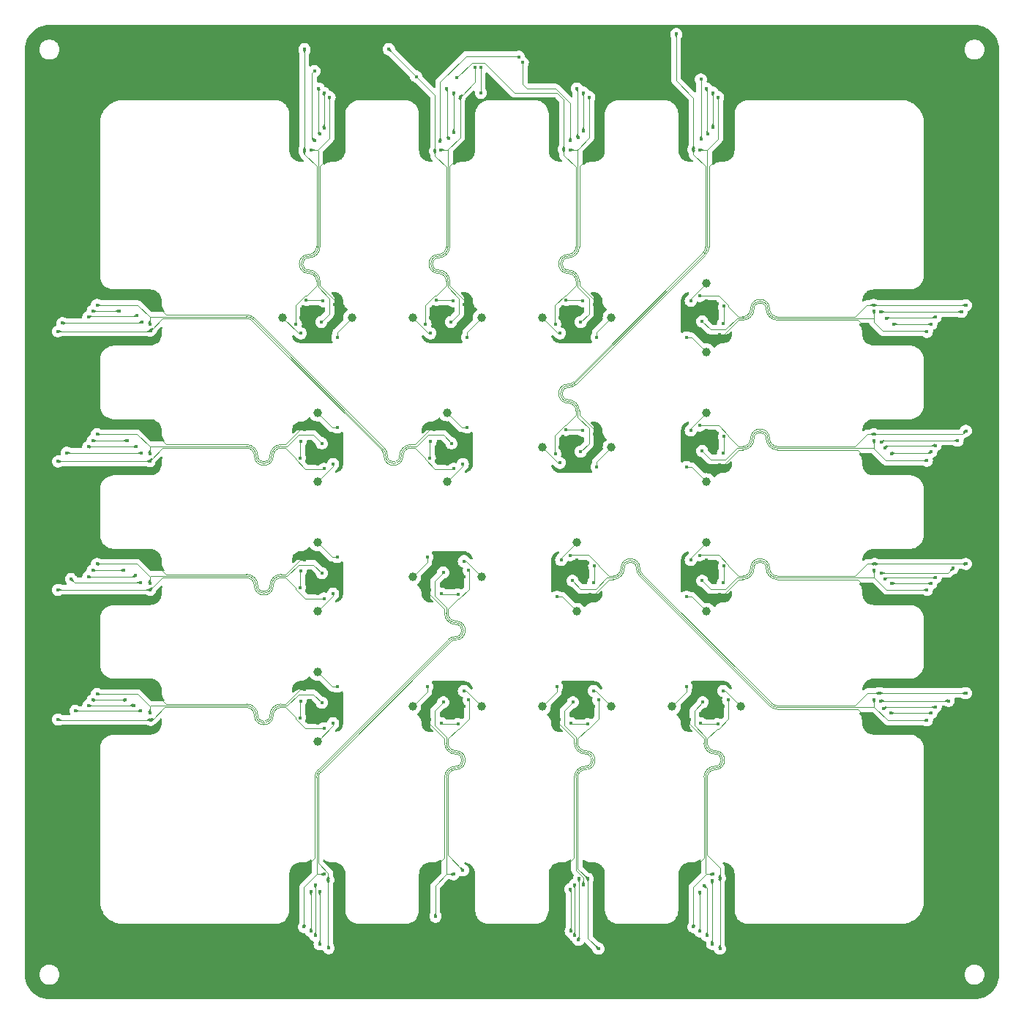
<source format=gbr>
%TF.GenerationSoftware,KiCad,Pcbnew,8.0.5-unknown-202409071504~dab3a38815~ubuntu22.04.1*%
%TF.CreationDate,2024-09-09T13:20:24+01:00*%
%TF.ProjectId,LIS3DH_array,4c495333-4448-45f6-9172-7261792e6b69,rev?*%
%TF.SameCoordinates,Original*%
%TF.FileFunction,Copper,L2,Bot*%
%TF.FilePolarity,Positive*%
%FSLAX46Y46*%
G04 Gerber Fmt 4.6, Leading zero omitted, Abs format (unit mm)*
G04 Created by KiCad (PCBNEW 8.0.5-unknown-202409071504~dab3a38815~ubuntu22.04.1) date 2024-09-09 13:20:24*
%MOMM*%
%LPD*%
G01*
G04 APERTURE LIST*
%TA.AperFunction,SMDPad,CuDef*%
%ADD10C,1.000000*%
%TD*%
%TA.AperFunction,ViaPad*%
%ADD11C,0.400000*%
%TD*%
%TA.AperFunction,ViaPad*%
%ADD12C,0.600000*%
%TD*%
%TA.AperFunction,Conductor*%
%ADD13C,0.100000*%
%TD*%
G04 APERTURE END LIST*
D10*
%TO.P,TP16,1,1*%
%TO.N,/LIS3DH_unit7/ADC2*%
X134000000Y-95005000D03*
%TD*%
%TO.P,TP19,1,1*%
%TO.N,/LIS3DH_unit1/ADC3*%
X96000000Y-80005000D03*
%TD*%
%TO.P,TP24,1,1*%
%TO.N,/LIS3DH_unit6/ADC3*%
X115000001Y-99000000D03*
%TD*%
%TO.P,TP59,1,1*%
%TO.N,/LIS3DH_unit15/ADC3*%
X134000000Y-125004999D03*
%TD*%
%TO.P,TP12,1,1*%
%TO.N,/LIS3DH_unit3/ADC2*%
X134000000Y-80005000D03*
%TD*%
%TO.P,TP47,1,1*%
%TO.N,/LIS3DH_unit12/ADC3*%
X144999999Y-106000000D03*
%TD*%
%TO.P,TP21,1,1*%
%TO.N,/LIS3DH_unit3/ADC3*%
X126000000Y-80005000D03*
%TD*%
%TO.P,TP38,1,1*%
%TO.N,/LIS3DH_unit10/ADC2*%
X111000000Y-110005000D03*
%TD*%
%TO.P,TP27,1,1*%
%TO.N,/LIS3DH_unit9/ADC3*%
X100000001Y-114000000D03*
%TD*%
%TO.P,TP58,1,1*%
%TO.N,/LIS3DH_unit15/ADC2*%
X126000000Y-125005000D03*
%TD*%
%TO.P,TP55,1,1*%
%TO.N,/LIS3DH_unit14/ADC3*%
X119000000Y-125004999D03*
%TD*%
%TO.P,TP63,1,1*%
%TO.N,/LIS3DH_unit16/ADC3*%
X149000000Y-125004999D03*
%TD*%
%TO.P,TP14,1,1*%
%TO.N,/LIS3DH_unit5/ADC2*%
X100000000Y-91000000D03*
%TD*%
%TO.P,TP25,1,1*%
%TO.N,/LIS3DH_unit7/ADC3*%
X126000000Y-95005000D03*
%TD*%
%TO.P,TP62,1,1*%
%TO.N,/LIS3DH_unit16/ADC2*%
X141000000Y-125005000D03*
%TD*%
%TO.P,TP11,1,1*%
%TO.N,/LIS3DH_unit2/ADC2*%
X119000000Y-80005000D03*
%TD*%
%TO.P,TP13,1,1*%
%TO.N,/LIS3DH_unit4/ADC2*%
X145000000Y-84000000D03*
%TD*%
%TO.P,TP15,1,1*%
%TO.N,/LIS3DH_unit6/ADC2*%
X115000000Y-91000000D03*
%TD*%
%TO.P,TP23,1,1*%
%TO.N,/LIS3DH_unit5/ADC3*%
X100000001Y-99000000D03*
%TD*%
%TO.P,TP54,1,1*%
%TO.N,/LIS3DH_unit14/ADC2*%
X111000000Y-125005000D03*
%TD*%
%TO.P,TP26,1,1*%
%TO.N,/LIS3DH_unit8/ADC3*%
X144999999Y-91000000D03*
%TD*%
%TO.P,TP46,1,1*%
%TO.N,/LIS3DH_unit12/ADC2*%
X145000000Y-114000000D03*
%TD*%
%TO.P,TP50,1,1*%
%TO.N,/LIS3DH_unit13/ADC2*%
X100000000Y-121000000D03*
%TD*%
%TO.P,TP22,1,1*%
%TO.N,/LIS3DH_unit4/ADC3*%
X144999999Y-76000000D03*
%TD*%
%TO.P,TP17,1,1*%
%TO.N,/LIS3DH_unit8/ADC2*%
X145000000Y-99000000D03*
%TD*%
%TO.P,TP42,1,1*%
%TO.N,/LIS3DH_unit11/ADC2*%
X130000000Y-114000000D03*
%TD*%
%TO.P,TP18,1,1*%
%TO.N,/LIS3DH_unit9/ADC2*%
X100000000Y-106000000D03*
%TD*%
%TO.P,TP39,1,1*%
%TO.N,/LIS3DH_unit10/ADC3*%
X119000000Y-110004999D03*
%TD*%
%TO.P,TP43,1,1*%
%TO.N,/LIS3DH_unit11/ADC3*%
X129999999Y-106000000D03*
%TD*%
%TO.P,TP51,1,1*%
%TO.N,/LIS3DH_unit13/ADC3*%
X100000001Y-129000000D03*
%TD*%
%TO.P,TP10,1,1*%
%TO.N,/LIS3DH_unit1/ADC2*%
X104000000Y-80005000D03*
%TD*%
%TO.P,TP20,1,1*%
%TO.N,/LIS3DH_unit2/ADC3*%
X111000000Y-80005000D03*
%TD*%
D11*
%TO.N,/LIS3DH_unit9/ADC3*%
X101815000Y-111940000D03*
%TO.N,/LIS3DH_unit9/ADC2*%
X102300000Y-107700000D03*
%TO.N,SDI*%
X98085000Y-109340000D03*
X97995000Y-111300000D03*
%TO.N,Sclk*%
X100500000Y-109550000D03*
%TO.N,VDD*%
X100762500Y-112500000D03*
%TO.N,GND*%
X98485000Y-108000000D03*
X98761250Y-111633750D03*
X99995000Y-111930000D03*
%TO.N,/LIS3DH_unit8/ADC3*%
X143185000Y-93060000D03*
%TO.N,/LIS3DH_unit8/ADC2*%
X142700000Y-97300000D03*
%TO.N,SDI*%
X146915000Y-95660000D03*
X147005000Y-93700000D03*
%TO.N,Sclk*%
X144500000Y-95450000D03*
%TO.N,VDD*%
X144237500Y-92500000D03*
%TO.N,GND*%
X146515000Y-97000000D03*
X146238750Y-93366250D03*
X145005000Y-93070000D03*
%TO.N,/LIS3DH_unit7/ADC3*%
X128060000Y-96820000D03*
%TO.N,/LIS3DH_unit7/ADC2*%
X132300000Y-97305000D03*
%TO.N,SDI*%
X130660000Y-93090000D03*
X128700000Y-93000000D03*
%TO.N,Sclk*%
X130450000Y-95505000D03*
%TO.N,VDD*%
X127500000Y-95767500D03*
%TO.N,GND*%
X132000000Y-93490000D03*
X128366250Y-93766250D03*
X128070000Y-95000000D03*
%TO.N,/LIS3DH_unit6/ADC3*%
X116815000Y-96940000D03*
%TO.N,/LIS3DH_unit6/ADC2*%
X117300000Y-92700000D03*
%TO.N,SDI*%
X113085000Y-94340000D03*
X112995000Y-96300000D03*
%TO.N,Sclk*%
X115500000Y-94550000D03*
%TO.N,VDD*%
X115762500Y-97500000D03*
%TO.N,GND*%
X113485000Y-93000000D03*
X113761250Y-96633750D03*
X114995000Y-96930000D03*
%TO.N,/LIS3DH_unit5/ADC3*%
X101815000Y-96940000D03*
%TO.N,/LIS3DH_unit5/ADC2*%
X102300000Y-92700000D03*
%TO.N,SDI*%
X98085000Y-94340000D03*
X97995000Y-96300000D03*
%TO.N,Sclk*%
X100500000Y-94550000D03*
%TO.N,VDD*%
X100762500Y-97500000D03*
%TO.N,GND*%
X98485000Y-93000000D03*
X98761250Y-96633750D03*
X99995000Y-96930000D03*
%TO.N,/LIS3DH_unit4/ADC3*%
X143185000Y-78060000D03*
%TO.N,/LIS3DH_unit4/ADC2*%
X142700000Y-82300000D03*
%TO.N,SDI*%
X146915000Y-80660000D03*
X147005000Y-78700000D03*
%TO.N,Sclk*%
X144500000Y-80450000D03*
%TO.N,VDD*%
X144237500Y-77500000D03*
%TO.N,GND*%
X146515000Y-82000000D03*
X146238750Y-78366250D03*
X145005000Y-78070000D03*
%TO.N,/LIS3DH_unit3/ADC3*%
X128060000Y-81820000D03*
%TO.N,/LIS3DH_unit3/ADC2*%
X132300000Y-82305000D03*
%TO.N,SDI*%
X130660000Y-78090000D03*
X128700000Y-78000000D03*
%TO.N,Sclk*%
X130450000Y-80505000D03*
%TO.N,VDD*%
X127500000Y-80767500D03*
%TO.N,GND*%
X132000000Y-78490000D03*
X128366250Y-78766250D03*
X128070000Y-80000000D03*
%TO.N,/LIS3DH_unit2/ADC3*%
X113060000Y-81820000D03*
%TO.N,/LIS3DH_unit2/ADC2*%
X117300000Y-82305000D03*
%TO.N,SDI*%
X115660000Y-78090000D03*
X113700000Y-78000000D03*
%TO.N,Sclk*%
X115450000Y-80505000D03*
%TO.N,VDD*%
X112500000Y-80767500D03*
%TO.N,GND*%
X117000000Y-78490000D03*
X113366250Y-78766250D03*
X113070000Y-80000000D03*
%TO.N,/LIS3DH_unit16/ADC3*%
X146940000Y-123190000D03*
%TO.N,/LIS3DH_unit16/ADC2*%
X142700000Y-122705000D03*
%TO.N,SDI*%
X144340000Y-126920000D03*
X146300000Y-127010000D03*
%TO.N,Sclk*%
X144550000Y-124505000D03*
%TO.N,VDD*%
X147500000Y-124242500D03*
%TO.N,GND*%
X143000000Y-126520000D03*
X146633750Y-126243750D03*
X146930000Y-125010000D03*
%TO.N,/LIS3DH_unit15/ADC3*%
X131940000Y-123190000D03*
%TO.N,/LIS3DH_unit15/ADC2*%
X127700000Y-122705000D03*
%TO.N,SDI*%
X129340000Y-126920000D03*
X131300000Y-127010000D03*
%TO.N,Sclk*%
X129550000Y-124505000D03*
%TO.N,VDD*%
X132500000Y-124242500D03*
%TO.N,GND*%
X128000000Y-126520000D03*
X131633750Y-126243750D03*
X131930000Y-125010000D03*
%TO.N,/LIS3DH_unit14/ADC3*%
X116940000Y-123190000D03*
%TO.N,/LIS3DH_unit14/ADC2*%
X112700000Y-122705000D03*
%TO.N,SDI*%
X114340000Y-126920000D03*
X116300000Y-127010000D03*
%TO.N,Sclk*%
X114550000Y-124505000D03*
%TO.N,VDD*%
X117500000Y-124242500D03*
%TO.N,GND*%
X113000000Y-126520000D03*
X116633750Y-126243750D03*
X116930000Y-125010000D03*
%TO.N,/LIS3DH_unit13/ADC3*%
X101815000Y-126940000D03*
%TO.N,/LIS3DH_unit13/ADC2*%
X102300000Y-122700000D03*
%TO.N,SDI*%
X98085000Y-124340000D03*
X97995000Y-126300000D03*
%TO.N,Sclk*%
X100500000Y-124550000D03*
%TO.N,VDD*%
X100762500Y-127500000D03*
%TO.N,GND*%
X98485000Y-123000000D03*
X98761250Y-126633750D03*
X99995000Y-126930000D03*
%TO.N,/LIS3DH_unit12/ADC3*%
X143185000Y-108060000D03*
%TO.N,/LIS3DH_unit12/ADC2*%
X142700000Y-112300000D03*
%TO.N,SDI*%
X146915000Y-110660000D03*
X147005000Y-108700000D03*
%TO.N,Sclk*%
X144500000Y-110450000D03*
%TO.N,VDD*%
X144237500Y-107500000D03*
%TO.N,GND*%
X146515000Y-112000000D03*
X146238750Y-108366250D03*
X145005000Y-108070000D03*
%TO.N,/LIS3DH_unit11/ADC3*%
X128185000Y-108060000D03*
%TO.N,/LIS3DH_unit11/ADC2*%
X127700000Y-112300000D03*
%TO.N,SDI*%
X131915000Y-110660000D03*
X132005000Y-108700000D03*
%TO.N,Sclk*%
X129500000Y-110450000D03*
%TO.N,VDD*%
X129237500Y-107500000D03*
%TO.N,GND*%
X131515000Y-112000000D03*
X131238750Y-108366250D03*
X130005000Y-108070000D03*
%TO.N,/LIS3DH_unit10/ADC3*%
X116940000Y-108190000D03*
%TO.N,/LIS3DH_unit10/ADC2*%
X112700000Y-107705000D03*
%TO.N,SDI*%
X114340000Y-111920000D03*
X116300000Y-112010000D03*
%TO.N,Sclk*%
X114550000Y-109505000D03*
%TO.N,VDD*%
X117500000Y-109242500D03*
%TO.N,GND*%
X113000000Y-111520000D03*
X116633750Y-111243750D03*
X116930000Y-110010000D03*
X98070000Y-80000000D03*
X97500000Y-148000000D03*
X168500000Y-107250000D03*
X80850000Y-78050000D03*
X76500000Y-82750000D03*
X164150000Y-96950000D03*
X167250000Y-82500000D03*
X102750000Y-148500000D03*
X142500000Y-148750000D03*
X147500000Y-57750000D03*
X127500000Y-149500000D03*
X164150000Y-126950000D03*
X97250000Y-58000000D03*
X76500000Y-127750000D03*
X167750000Y-92250000D03*
X169249999Y-122250000D03*
X128050000Y-144150000D03*
X147750000Y-147750000D03*
X75750000Y-82750000D03*
X75500000Y-77500000D03*
X168750000Y-127500000D03*
X97250000Y-55750001D03*
X77750000Y-77500000D03*
X142250000Y-57250000D03*
X80850000Y-123050000D03*
X132500000Y-55500000D03*
X77000015Y-107500006D03*
X167750000Y-122250000D03*
X77750015Y-107500006D03*
X117500000Y-57750000D03*
X167250000Y-127500000D03*
X132500000Y-57000000D03*
X75750000Y-127750000D03*
X102500000Y-57000000D03*
X127250000Y-57250000D03*
X78000000Y-127750000D03*
X78000000Y-82750000D03*
X147500000Y-56250000D03*
X142250000Y-56500000D03*
X142250000Y-58000000D03*
X167000000Y-92250000D03*
X117500000Y-55500000D03*
X77250000Y-97750000D03*
X168750000Y-97500000D03*
X147750000Y-147000000D03*
X168500000Y-122250000D03*
X102750000Y-147000000D03*
X77250000Y-82750000D03*
X168750000Y-82500000D03*
X117750000Y-149249999D03*
X98366250Y-78766250D03*
X76250015Y-107500006D03*
X117500000Y-57000000D03*
X169500000Y-97500000D03*
X98050000Y-144150000D03*
X102500000Y-56250000D03*
X168000000Y-127500000D03*
X127250000Y-58000000D03*
X132750000Y-147000000D03*
X112500000Y-148000000D03*
X168000000Y-112500000D03*
X97250000Y-57250000D03*
X117750000Y-147000000D03*
X168750000Y-112500000D03*
X97500000Y-148750000D03*
X142500000Y-147250000D03*
X168500000Y-92250000D03*
X169500000Y-127500000D03*
X164150000Y-81950000D03*
X132750000Y-149249999D03*
X76250000Y-77500000D03*
D12*
X113600000Y-49950000D03*
D11*
X77750000Y-122500000D03*
X127250000Y-55750001D03*
X80850015Y-108050006D03*
X80850000Y-93050000D03*
X146950000Y-60850000D03*
X132750000Y-148500000D03*
X75500000Y-92500000D03*
X169500000Y-112500000D03*
X143050000Y-144150000D03*
X78000015Y-112750006D03*
X102750000Y-149249999D03*
X77250015Y-112750006D03*
X127250000Y-56500000D03*
X117750000Y-148500000D03*
X168000000Y-97500000D03*
X167000000Y-107250000D03*
D12*
X128750000Y-52250000D03*
D11*
X102000000Y-78490000D03*
X76500000Y-97750000D03*
X167750000Y-77250000D03*
X169249999Y-107250000D03*
X142500000Y-148000000D03*
X97250000Y-56500000D03*
X77000000Y-77500000D03*
X147500000Y-55500000D03*
X97500000Y-149500000D03*
X102750000Y-147750000D03*
X167250000Y-112500000D03*
X77000000Y-122500000D03*
X112250000Y-55750001D03*
X142250000Y-55750001D03*
X132750000Y-147750000D03*
X101950000Y-60850000D03*
X131950000Y-60850000D03*
X75750015Y-112750006D03*
X75500015Y-107500006D03*
X127500000Y-148000000D03*
X169249999Y-77250000D03*
X147750000Y-148500000D03*
X147500000Y-57000000D03*
X76250000Y-122500000D03*
X127500000Y-148750000D03*
X169500000Y-82500000D03*
X97500000Y-147250000D03*
X167750000Y-107250000D03*
X169249999Y-92250000D03*
X117500000Y-56250000D03*
X164150000Y-111950000D03*
X75500000Y-122500000D03*
X75750000Y-97750000D03*
X116950000Y-60850000D03*
X112250000Y-56500000D03*
X112250000Y-58000000D03*
X102500000Y-55500000D03*
X102500000Y-57750000D03*
X113050000Y-144150000D03*
X112500000Y-147250000D03*
X168500000Y-77250000D03*
X132500000Y-56250000D03*
X112500000Y-149500000D03*
D12*
X131750000Y-49700000D03*
D11*
X167000000Y-122250000D03*
X77750000Y-92500000D03*
X117750000Y-147750000D03*
X77000000Y-92500000D03*
X142500000Y-149500000D03*
X76250000Y-92500000D03*
X77250000Y-127750000D03*
X167250000Y-97500000D03*
X167000000Y-77250000D03*
X168000000Y-82500000D03*
X132500000Y-57750000D03*
X112250000Y-57250000D03*
X76500015Y-112750006D03*
X112500000Y-148750000D03*
X127500000Y-147250000D03*
X147750000Y-149249999D03*
X78000000Y-97750000D03*
%TO.N,VDD*%
X111420000Y-52130000D03*
X98500000Y-60700000D03*
X146550000Y-144850000D03*
X164450000Y-108500000D03*
X70000000Y-126500000D03*
X101250000Y-145050000D03*
X175000000Y-78600000D03*
X146550000Y-153000000D03*
X116150000Y-52250000D03*
X143500000Y-60550000D03*
X108250000Y-48960000D03*
X175000000Y-123450000D03*
X80600000Y-96600000D03*
X97500000Y-80767500D03*
X80650000Y-111500000D03*
X98500000Y-48960000D03*
X164350000Y-93500000D03*
X101300000Y-152950000D03*
X70000000Y-96650000D03*
X80700000Y-81500000D03*
X80700000Y-126550000D03*
X164350000Y-78550000D03*
X116825000Y-143925000D03*
X70000000Y-111500000D03*
X165000000Y-123450000D03*
X128500000Y-60550000D03*
X131250000Y-144900000D03*
X175000000Y-93100000D03*
X113600000Y-60750000D03*
X141500000Y-47200000D03*
X175000000Y-108500000D03*
X70000000Y-81600000D03*
X132500000Y-153000000D03*
%TO.N,SDO*%
X100150000Y-53500000D03*
X165650000Y-95100000D03*
X79150000Y-79750000D03*
X73500000Y-79950000D03*
X99750000Y-145600000D03*
X115150000Y-59300000D03*
X145150000Y-58800000D03*
X73500000Y-110000000D03*
X114900000Y-53500000D03*
X165800000Y-80100000D03*
X78950000Y-109850000D03*
X78750000Y-124850000D03*
X130000000Y-53500000D03*
X129750001Y-145600000D03*
X73500000Y-94950000D03*
X171500000Y-94800000D03*
X100250000Y-58800000D03*
X73500000Y-124900000D03*
X171500000Y-110100000D03*
X171500000Y-79950000D03*
X99750000Y-151500000D03*
X130150000Y-59150000D03*
X79050000Y-94900000D03*
X129750000Y-151500000D03*
X171500000Y-125050000D03*
X165600000Y-110250000D03*
X144750000Y-145700000D03*
X145050000Y-151500000D03*
X145000000Y-53500000D03*
X165500000Y-125250000D03*
%TO.N,Sclk*%
X145750000Y-144400000D03*
X146350000Y-54500000D03*
X100450000Y-80505000D03*
X131450000Y-54500000D03*
X99250000Y-60600000D03*
X170500000Y-111500000D03*
X164400000Y-109250000D03*
X80600015Y-110750006D03*
X114250000Y-60600000D03*
X144250000Y-60600000D03*
X80600000Y-95750000D03*
X164400000Y-94250000D03*
X80600000Y-125750000D03*
X130750000Y-145600000D03*
X101400000Y-54500000D03*
X164400000Y-124250000D03*
X74500000Y-93500000D03*
X170500000Y-81650000D03*
X98450000Y-150500000D03*
X170500000Y-126600000D03*
X164400000Y-79250000D03*
X80600000Y-80750000D03*
X170500000Y-96550000D03*
X116500000Y-54500000D03*
X118250000Y-51100000D03*
X100750000Y-144400000D03*
X74500000Y-108500000D03*
X115750000Y-144400000D03*
X129250000Y-60600000D03*
X74500000Y-123550000D03*
X143500000Y-150500000D03*
X113650000Y-149300000D03*
X74500000Y-78550000D03*
%TO.N,nCS_1*%
X99650000Y-59500000D03*
X99650000Y-51500000D03*
%TO.N,SDI*%
X144250000Y-146500000D03*
X98700000Y-78000000D03*
X115750000Y-54000000D03*
X171000000Y-110750000D03*
X130750000Y-54000000D03*
X130750000Y-58400000D03*
X100750000Y-54000000D03*
X77600000Y-109250000D03*
X77800000Y-124250000D03*
X115750000Y-58600000D03*
X99250000Y-151000000D03*
X166350000Y-125750000D03*
X99250000Y-146400000D03*
X171000000Y-95550000D03*
X118900000Y-51100000D03*
X118900000Y-54000000D03*
X129300000Y-151000000D03*
X74000000Y-124250000D03*
X166650000Y-80750000D03*
X100750000Y-58100000D03*
X144250000Y-151000000D03*
X129250000Y-146100000D03*
X145750000Y-54000000D03*
X74000000Y-79250000D03*
X74000000Y-94250000D03*
X100660000Y-78090000D03*
X166400000Y-110750000D03*
X77050000Y-79250000D03*
X74000000Y-109250000D03*
X171000000Y-125750000D03*
X145750000Y-58000000D03*
X78000000Y-94250000D03*
X171000000Y-80750000D03*
X166400000Y-95750000D03*
%TO.N,nCS_2*%
X123300000Y-49850000D03*
X114200000Y-59600000D03*
%TO.N,nCS_5*%
X71000000Y-95650000D03*
X79650000Y-95650000D03*
%TO.N,nCS_6*%
X70500000Y-80650000D03*
X79700000Y-80500000D03*
%TO.N,nCS_4*%
X174500000Y-79350000D03*
X165150000Y-79350000D03*
%TO.N,nCS_8*%
X165250000Y-94400000D03*
X174050000Y-94250000D03*
%TO.N,nCS_9*%
X79550000Y-110650006D03*
X71500000Y-110250000D03*
%TO.N,nCS_7*%
X144370000Y-59400000D03*
X144350000Y-52450000D03*
%TO.N,nCS_3*%
X129250000Y-59500000D03*
X123750000Y-50500000D03*
%TO.N,/LIS3DH_unit1/ADC2*%
X102300000Y-82305000D03*
%TO.N,/LIS3DH_unit1/ADC3*%
X98060000Y-81820000D03*
%TO.N,nCS_10*%
X100250000Y-146400000D03*
X100250000Y-152500000D03*
%TO.N,nCS_11*%
X173000000Y-124350000D03*
X165150000Y-124350000D03*
%TO.N,nCS_12*%
X165200000Y-109550000D03*
X173500000Y-109000000D03*
%TO.N,nCS_13*%
X79550000Y-125500000D03*
X72000000Y-125500000D03*
%TO.N,nCS_15*%
X130200000Y-152000000D03*
X130250000Y-144900000D03*
%TO.N,nCS_16*%
X145650000Y-152450000D03*
X145650000Y-145150000D03*
%TD*%
D13*
%TO.N,/LIS3DH_unit9/ADC3*%
X101815000Y-112185000D02*
X101815000Y-111940000D01*
X100000000Y-114000000D02*
X101815000Y-112185000D01*
%TO.N,/LIS3DH_unit9/ADC2*%
X101700000Y-107700000D02*
X100000000Y-106000000D01*
X102300000Y-107700000D02*
X101700000Y-107700000D01*
%TO.N,SDI*%
X97995000Y-111300000D02*
X97995000Y-109430000D01*
X97995000Y-109430000D02*
X98085000Y-109340000D01*
%TO.N,Sclk*%
X97795000Y-108600000D02*
X99550000Y-108600000D01*
X96495000Y-109900000D02*
X97795000Y-108600000D01*
X99550000Y-108600000D02*
X100500000Y-109550000D01*
X95795000Y-109900000D02*
X96495000Y-109900000D01*
%TO.N,VDD*%
X100762500Y-112500000D02*
X100712500Y-112550000D01*
X96265000Y-110100000D02*
X95795000Y-110100000D01*
X98608603Y-112550000D02*
X97445000Y-111386397D01*
X97445000Y-111280000D02*
X96265000Y-110100000D01*
X100712500Y-112550000D02*
X98608603Y-112550000D01*
X97445000Y-111386397D02*
X97445000Y-111280000D01*
%TO.N,GND*%
X96295000Y-109700000D02*
X95795000Y-109700000D01*
X97995000Y-108000000D02*
X96295000Y-109700000D01*
X98485000Y-108000000D02*
X97995000Y-108000000D01*
%TO.N,/LIS3DH_unit8/ADC3*%
X143185000Y-92815000D02*
X143185000Y-93060000D01*
X145000000Y-91000000D02*
X143185000Y-92815000D01*
%TO.N,/LIS3DH_unit8/ADC2*%
X143300000Y-97300000D02*
X145000000Y-99000000D01*
X142700000Y-97300000D02*
X143300000Y-97300000D01*
%TO.N,SDI*%
X147005000Y-93700000D02*
X147005000Y-95570000D01*
X147005000Y-95570000D02*
X146915000Y-95660000D01*
%TO.N,Sclk*%
X147205000Y-96400000D02*
X145450000Y-96400000D01*
X148505000Y-95100000D02*
X147205000Y-96400000D01*
X145450000Y-96400000D02*
X144500000Y-95450000D01*
X149205000Y-95100000D02*
X148505000Y-95100000D01*
%TO.N,VDD*%
X144237500Y-92500000D02*
X144287500Y-92450000D01*
X148735000Y-94900000D02*
X149205000Y-94900000D01*
X146391397Y-92450000D02*
X147555000Y-93613603D01*
X147555000Y-93720000D02*
X148735000Y-94900000D01*
X144287500Y-92450000D02*
X146391397Y-92450000D01*
X147555000Y-93613603D02*
X147555000Y-93720000D01*
%TO.N,GND*%
X148705000Y-95300000D02*
X149205000Y-95300000D01*
X147005000Y-97000000D02*
X148705000Y-95300000D01*
X146515000Y-97000000D02*
X147005000Y-97000000D01*
%TO.N,/LIS3DH_unit7/ADC3*%
X127815000Y-96820000D02*
X128060000Y-96820000D01*
X126000000Y-95005000D02*
X127815000Y-96820000D01*
%TO.N,/LIS3DH_unit7/ADC2*%
X132300000Y-96705000D02*
X134000000Y-95005000D01*
X132300000Y-97305000D02*
X132300000Y-96705000D01*
%TO.N,SDI*%
X128700000Y-93000000D02*
X130570000Y-93000000D01*
X130570000Y-93000000D02*
X130660000Y-93090000D01*
%TO.N,Sclk*%
X131400000Y-92800000D02*
X131400000Y-94555000D01*
X130100000Y-91500000D02*
X131400000Y-92800000D01*
X131400000Y-94555000D02*
X130450000Y-95505000D01*
X130100000Y-90800000D02*
X130100000Y-91500000D01*
%TO.N,VDD*%
X127500000Y-95767500D02*
X127450000Y-95717500D01*
X129900000Y-91270000D02*
X129900000Y-90800000D01*
X127450000Y-93613603D02*
X128613603Y-92450000D01*
X128720000Y-92450000D02*
X129900000Y-91270000D01*
X127450000Y-95717500D02*
X127450000Y-93613603D01*
X128613603Y-92450000D02*
X128720000Y-92450000D01*
%TO.N,GND*%
X130300000Y-91300000D02*
X130300000Y-90800000D01*
X132000000Y-93000000D02*
X130300000Y-91300000D01*
X132000000Y-93490000D02*
X132000000Y-93000000D01*
%TO.N,/LIS3DH_unit6/ADC3*%
X116815000Y-97185000D02*
X116815000Y-96940000D01*
X115000000Y-99000000D02*
X116815000Y-97185000D01*
%TO.N,/LIS3DH_unit6/ADC2*%
X116700000Y-92700000D02*
X115000000Y-91000000D01*
X117300000Y-92700000D02*
X116700000Y-92700000D01*
%TO.N,SDI*%
X112995000Y-96300000D02*
X112995000Y-94430000D01*
X112995000Y-94430000D02*
X113085000Y-94340000D01*
%TO.N,Sclk*%
X112795000Y-93600000D02*
X114550000Y-93600000D01*
X111495000Y-94900000D02*
X112795000Y-93600000D01*
X114550000Y-93600000D02*
X115500000Y-94550000D01*
X110795000Y-94900000D02*
X111495000Y-94900000D01*
%TO.N,VDD*%
X115762500Y-97500000D02*
X115712500Y-97550000D01*
X111265000Y-95100000D02*
X110795000Y-95100000D01*
X113608603Y-97550000D02*
X112445000Y-96386397D01*
X112445000Y-96280000D02*
X111265000Y-95100000D01*
X115712500Y-97550000D02*
X113608603Y-97550000D01*
X112445000Y-96386397D02*
X112445000Y-96280000D01*
%TO.N,GND*%
X111295000Y-94700000D02*
X110795000Y-94700000D01*
X112995000Y-93000000D02*
X111295000Y-94700000D01*
X113485000Y-93000000D02*
X112995000Y-93000000D01*
%TO.N,/LIS3DH_unit5/ADC3*%
X101815000Y-97185000D02*
X101815000Y-96940000D01*
X100000000Y-99000000D02*
X101815000Y-97185000D01*
%TO.N,/LIS3DH_unit5/ADC2*%
X101700000Y-92700000D02*
X100000000Y-91000000D01*
X102300000Y-92700000D02*
X101700000Y-92700000D01*
%TO.N,SDI*%
X97995000Y-96300000D02*
X97995000Y-94430000D01*
X97995000Y-94430000D02*
X98085000Y-94340000D01*
%TO.N,Sclk*%
X97795000Y-93600000D02*
X99550000Y-93600000D01*
X96495000Y-94900000D02*
X97795000Y-93600000D01*
X99550000Y-93600000D02*
X100500000Y-94550000D01*
X95795000Y-94900000D02*
X96495000Y-94900000D01*
%TO.N,VDD*%
X100762500Y-97500000D02*
X100712500Y-97550000D01*
X96265000Y-95100000D02*
X95795000Y-95100000D01*
X98608603Y-97550000D02*
X97445000Y-96386397D01*
X97445000Y-96280000D02*
X96265000Y-95100000D01*
X100712500Y-97550000D02*
X98608603Y-97550000D01*
X97445000Y-96386397D02*
X97445000Y-96280000D01*
%TO.N,GND*%
X96295000Y-94700000D02*
X95795000Y-94700000D01*
X97995000Y-93000000D02*
X96295000Y-94700000D01*
X98485000Y-93000000D02*
X97995000Y-93000000D01*
%TO.N,/LIS3DH_unit4/ADC3*%
X143185000Y-77815000D02*
X143185000Y-78060000D01*
X145000000Y-76000000D02*
X143185000Y-77815000D01*
%TO.N,/LIS3DH_unit4/ADC2*%
X143300000Y-82300000D02*
X145000000Y-84000000D01*
X142700000Y-82300000D02*
X143300000Y-82300000D01*
%TO.N,SDI*%
X147005000Y-78700000D02*
X147005000Y-80570000D01*
X147005000Y-80570000D02*
X146915000Y-80660000D01*
%TO.N,Sclk*%
X147205000Y-81400000D02*
X145450000Y-81400000D01*
X148505000Y-80100000D02*
X147205000Y-81400000D01*
X145450000Y-81400000D02*
X144500000Y-80450000D01*
X149205000Y-80100000D02*
X148505000Y-80100000D01*
%TO.N,VDD*%
X144237500Y-77500000D02*
X144287500Y-77450000D01*
X148735000Y-79900000D02*
X149205000Y-79900000D01*
X146391397Y-77450000D02*
X147555000Y-78613603D01*
X147555000Y-78720000D02*
X148735000Y-79900000D01*
X144287500Y-77450000D02*
X146391397Y-77450000D01*
X147555000Y-78613603D02*
X147555000Y-78720000D01*
%TO.N,GND*%
X148705000Y-80300000D02*
X149205000Y-80300000D01*
X147005000Y-82000000D02*
X148705000Y-80300000D01*
X146515000Y-82000000D02*
X147005000Y-82000000D01*
%TO.N,/LIS3DH_unit3/ADC3*%
X127815000Y-81820000D02*
X128060000Y-81820000D01*
X126000000Y-80005000D02*
X127815000Y-81820000D01*
%TO.N,/LIS3DH_unit3/ADC2*%
X132300000Y-81705000D02*
X134000000Y-80005000D01*
X132300000Y-82305000D02*
X132300000Y-81705000D01*
%TO.N,SDI*%
X128700000Y-78000000D02*
X130570000Y-78000000D01*
X130570000Y-78000000D02*
X130660000Y-78090000D01*
%TO.N,Sclk*%
X131400000Y-77800000D02*
X131400000Y-79555000D01*
X130100000Y-76500000D02*
X131400000Y-77800000D01*
X131400000Y-79555000D02*
X130450000Y-80505000D01*
X130100000Y-75800000D02*
X130100000Y-76500000D01*
%TO.N,VDD*%
X127500000Y-80767500D02*
X127450000Y-80717500D01*
X129900000Y-76270000D02*
X129900000Y-75800000D01*
X127450000Y-78613603D02*
X128613603Y-77450000D01*
X128720000Y-77450000D02*
X129900000Y-76270000D01*
X127450000Y-80717500D02*
X127450000Y-78613603D01*
X128613603Y-77450000D02*
X128720000Y-77450000D01*
%TO.N,GND*%
X130300000Y-76300000D02*
X130300000Y-75800000D01*
X132000000Y-78000000D02*
X130300000Y-76300000D01*
X132000000Y-78490000D02*
X132000000Y-78000000D01*
%TO.N,/LIS3DH_unit2/ADC3*%
X112815000Y-81820000D02*
X113060000Y-81820000D01*
X111000000Y-80005000D02*
X112815000Y-81820000D01*
%TO.N,/LIS3DH_unit2/ADC2*%
X117300000Y-81705000D02*
X119000000Y-80005000D01*
X117300000Y-82305000D02*
X117300000Y-81705000D01*
%TO.N,SDI*%
X113700000Y-78000000D02*
X115570000Y-78000000D01*
X115570000Y-78000000D02*
X115660000Y-78090000D01*
%TO.N,Sclk*%
X116400000Y-77800000D02*
X116400000Y-79555000D01*
X115100000Y-76500000D02*
X116400000Y-77800000D01*
X116400000Y-79555000D02*
X115450000Y-80505000D01*
X115100000Y-75800000D02*
X115100000Y-76500000D01*
%TO.N,VDD*%
X112500000Y-80767500D02*
X112450000Y-80717500D01*
X114900000Y-76270000D02*
X114900000Y-75800000D01*
X112450000Y-78613603D02*
X113613603Y-77450000D01*
X113720000Y-77450000D02*
X114900000Y-76270000D01*
X112450000Y-80717500D02*
X112450000Y-78613603D01*
X113613603Y-77450000D02*
X113720000Y-77450000D01*
%TO.N,GND*%
X115300000Y-76300000D02*
X115300000Y-75800000D01*
X117000000Y-78000000D02*
X115300000Y-76300000D01*
X117000000Y-78490000D02*
X117000000Y-78000000D01*
%TO.N,/LIS3DH_unit16/ADC3*%
X147185000Y-123190000D02*
X146940000Y-123190000D01*
X149000000Y-125005000D02*
X147185000Y-123190000D01*
%TO.N,/LIS3DH_unit16/ADC2*%
X142700000Y-123305000D02*
X141000000Y-125005000D01*
X142700000Y-122705000D02*
X142700000Y-123305000D01*
%TO.N,SDI*%
X146300000Y-127010000D02*
X144430000Y-127010000D01*
X144430000Y-127010000D02*
X144340000Y-126920000D01*
%TO.N,Sclk*%
X143600000Y-127210000D02*
X143600000Y-125455000D01*
X144900000Y-128510000D02*
X143600000Y-127210000D01*
X143600000Y-125455000D02*
X144550000Y-124505000D01*
X144900000Y-129210000D02*
X144900000Y-128510000D01*
%TO.N,VDD*%
X147500000Y-124242500D02*
X147550000Y-124292500D01*
X145100000Y-128740000D02*
X145100000Y-129210000D01*
X147550000Y-126396397D02*
X146386397Y-127560000D01*
X146280000Y-127560000D02*
X145100000Y-128740000D01*
X147550000Y-124292500D02*
X147550000Y-126396397D01*
X146386397Y-127560000D02*
X146280000Y-127560000D01*
%TO.N,GND*%
X144700000Y-128710000D02*
X144700000Y-129210000D01*
X143000000Y-127010000D02*
X144700000Y-128710000D01*
X143000000Y-126520000D02*
X143000000Y-127010000D01*
%TO.N,/LIS3DH_unit15/ADC3*%
X132185000Y-123190000D02*
X131940000Y-123190000D01*
X134000000Y-125005000D02*
X132185000Y-123190000D01*
%TO.N,/LIS3DH_unit15/ADC2*%
X127700000Y-123305000D02*
X126000000Y-125005000D01*
X127700000Y-122705000D02*
X127700000Y-123305000D01*
%TO.N,SDI*%
X131300000Y-127010000D02*
X129430000Y-127010000D01*
X129430000Y-127010000D02*
X129340000Y-126920000D01*
%TO.N,Sclk*%
X128600000Y-127210000D02*
X128600000Y-125455000D01*
X129900000Y-128510000D02*
X128600000Y-127210000D01*
X128600000Y-125455000D02*
X129550000Y-124505000D01*
X129900000Y-129210000D02*
X129900000Y-128510000D01*
%TO.N,VDD*%
X132500000Y-124242500D02*
X132550000Y-124292500D01*
X130100000Y-128740000D02*
X130100000Y-129210000D01*
X132550000Y-126396397D02*
X131386397Y-127560000D01*
X131280000Y-127560000D02*
X130100000Y-128740000D01*
X132550000Y-124292500D02*
X132550000Y-126396397D01*
X131386397Y-127560000D02*
X131280000Y-127560000D01*
%TO.N,GND*%
X129700000Y-128710000D02*
X129700000Y-129210000D01*
X128000000Y-127010000D02*
X129700000Y-128710000D01*
X128000000Y-126520000D02*
X128000000Y-127010000D01*
%TO.N,/LIS3DH_unit14/ADC3*%
X117185000Y-123190000D02*
X116940000Y-123190000D01*
X119000000Y-125005000D02*
X117185000Y-123190000D01*
%TO.N,/LIS3DH_unit14/ADC2*%
X112700000Y-123305000D02*
X111000000Y-125005000D01*
X112700000Y-122705000D02*
X112700000Y-123305000D01*
%TO.N,SDI*%
X116300000Y-127010000D02*
X114430000Y-127010000D01*
X114430000Y-127010000D02*
X114340000Y-126920000D01*
%TO.N,Sclk*%
X113600000Y-127210000D02*
X113600000Y-125455000D01*
X114900000Y-128510000D02*
X113600000Y-127210000D01*
X113600000Y-125455000D02*
X114550000Y-124505000D01*
X114900000Y-129210000D02*
X114900000Y-128510000D01*
%TO.N,VDD*%
X117500000Y-124242500D02*
X117550000Y-124292500D01*
X115100000Y-128740000D02*
X115100000Y-129210000D01*
X117550000Y-126396397D02*
X116386397Y-127560000D01*
X116280000Y-127560000D02*
X115100000Y-128740000D01*
X117550000Y-124292500D02*
X117550000Y-126396397D01*
X116386397Y-127560000D02*
X116280000Y-127560000D01*
%TO.N,GND*%
X114700000Y-128710000D02*
X114700000Y-129210000D01*
X113000000Y-127010000D02*
X114700000Y-128710000D01*
X113000000Y-126520000D02*
X113000000Y-127010000D01*
%TO.N,/LIS3DH_unit13/ADC3*%
X101815000Y-127185000D02*
X101815000Y-126940000D01*
X100000000Y-129000000D02*
X101815000Y-127185000D01*
%TO.N,/LIS3DH_unit13/ADC2*%
X101700000Y-122700000D02*
X100000000Y-121000000D01*
X102300000Y-122700000D02*
X101700000Y-122700000D01*
%TO.N,SDI*%
X97995000Y-126300000D02*
X97995000Y-124430000D01*
X97995000Y-124430000D02*
X98085000Y-124340000D01*
%TO.N,Sclk*%
X97795000Y-123600000D02*
X99550000Y-123600000D01*
X96495000Y-124900000D02*
X97795000Y-123600000D01*
X99550000Y-123600000D02*
X100500000Y-124550000D01*
X95795000Y-124900000D02*
X96495000Y-124900000D01*
%TO.N,VDD*%
X100762500Y-127500000D02*
X100712500Y-127550000D01*
X96265000Y-125100000D02*
X95795000Y-125100000D01*
X98608603Y-127550000D02*
X97445000Y-126386397D01*
X97445000Y-126280000D02*
X96265000Y-125100000D01*
X100712500Y-127550000D02*
X98608603Y-127550000D01*
X97445000Y-126386397D02*
X97445000Y-126280000D01*
%TO.N,GND*%
X96295000Y-124700000D02*
X95795000Y-124700000D01*
X97995000Y-123000000D02*
X96295000Y-124700000D01*
X98485000Y-123000000D02*
X97995000Y-123000000D01*
%TO.N,/LIS3DH_unit12/ADC3*%
X143185000Y-107815000D02*
X143185000Y-108060000D01*
X145000000Y-106000000D02*
X143185000Y-107815000D01*
%TO.N,/LIS3DH_unit12/ADC2*%
X143300000Y-112300000D02*
X145000000Y-114000000D01*
X142700000Y-112300000D02*
X143300000Y-112300000D01*
%TO.N,SDI*%
X147005000Y-108700000D02*
X147005000Y-110570000D01*
X147005000Y-110570000D02*
X146915000Y-110660000D01*
%TO.N,Sclk*%
X147205000Y-111400000D02*
X145450000Y-111400000D01*
X148505000Y-110100000D02*
X147205000Y-111400000D01*
X145450000Y-111400000D02*
X144500000Y-110450000D01*
X149205000Y-110100000D02*
X148505000Y-110100000D01*
%TO.N,VDD*%
X144237500Y-107500000D02*
X144287500Y-107450000D01*
X148735000Y-109900000D02*
X149205000Y-109900000D01*
X146391397Y-107450000D02*
X147555000Y-108613603D01*
X147555000Y-108720000D02*
X148735000Y-109900000D01*
X144287500Y-107450000D02*
X146391397Y-107450000D01*
X147555000Y-108613603D02*
X147555000Y-108720000D01*
%TO.N,GND*%
X148705000Y-110300000D02*
X149205000Y-110300000D01*
X147005000Y-112000000D02*
X148705000Y-110300000D01*
X146515000Y-112000000D02*
X147005000Y-112000000D01*
%TO.N,/LIS3DH_unit11/ADC3*%
X128185000Y-107815000D02*
X128185000Y-108060000D01*
X130000000Y-106000000D02*
X128185000Y-107815000D01*
%TO.N,/LIS3DH_unit11/ADC2*%
X128300000Y-112300000D02*
X130000000Y-114000000D01*
X127700000Y-112300000D02*
X128300000Y-112300000D01*
%TO.N,SDI*%
X132005000Y-108700000D02*
X132005000Y-110570000D01*
X132005000Y-110570000D02*
X131915000Y-110660000D01*
%TO.N,Sclk*%
X132205000Y-111400000D02*
X130450000Y-111400000D01*
X133505000Y-110100000D02*
X132205000Y-111400000D01*
X130450000Y-111400000D02*
X129500000Y-110450000D01*
X134205000Y-110100000D02*
X133505000Y-110100000D01*
%TO.N,VDD*%
X129237500Y-107500000D02*
X129287500Y-107450000D01*
X133735000Y-109900000D02*
X134205000Y-109900000D01*
X131391397Y-107450000D02*
X132555000Y-108613603D01*
X132555000Y-108720000D02*
X133735000Y-109900000D01*
X129287500Y-107450000D02*
X131391397Y-107450000D01*
X132555000Y-108613603D02*
X132555000Y-108720000D01*
%TO.N,GND*%
X133705000Y-110300000D02*
X134205000Y-110300000D01*
X132005000Y-112000000D02*
X133705000Y-110300000D01*
X131515000Y-112000000D02*
X132005000Y-112000000D01*
%TO.N,/LIS3DH_unit10/ADC3*%
X117185000Y-108190000D02*
X116940000Y-108190000D01*
X119000000Y-110005000D02*
X117185000Y-108190000D01*
%TO.N,/LIS3DH_unit10/ADC2*%
X112700000Y-108305000D02*
X111000000Y-110005000D01*
X112700000Y-107705000D02*
X112700000Y-108305000D01*
%TO.N,SDI*%
X116300000Y-112010000D02*
X114430000Y-112010000D01*
X114430000Y-112010000D02*
X114340000Y-111920000D01*
%TO.N,Sclk*%
X113600000Y-112210000D02*
X113600000Y-110455000D01*
X114900000Y-113510000D02*
X113600000Y-112210000D01*
X113600000Y-110455000D02*
X114550000Y-109505000D01*
X114900000Y-114210000D02*
X114900000Y-113510000D01*
%TO.N,VDD*%
X117500000Y-109242500D02*
X117550000Y-109292500D01*
X115100000Y-113740000D02*
X115100000Y-114210000D01*
X117550000Y-111396397D02*
X116386397Y-112560000D01*
X116280000Y-112560000D02*
X115100000Y-113740000D01*
X117550000Y-109292500D02*
X117550000Y-111396397D01*
X116386397Y-112560000D02*
X116280000Y-112560000D01*
%TO.N,GND*%
X114700000Y-113710000D02*
X114700000Y-114210000D01*
X113000000Y-112010000D02*
X114700000Y-113710000D01*
X113000000Y-111520000D02*
X113000000Y-112010000D01*
X153200000Y-95300000D02*
X162500000Y-95300000D01*
X162500000Y-80300000D02*
X164150000Y-81950000D01*
X152280762Y-124919239D02*
X137280000Y-109918477D01*
X102000000Y-78490000D02*
X102000000Y-78000000D01*
X130300000Y-62500000D02*
X131950000Y-60850000D01*
X129700000Y-133200000D02*
X129700000Y-142500000D01*
X145300000Y-62500000D02*
X146950000Y-60850000D01*
X162500000Y-95300000D02*
X164150000Y-96950000D01*
X82500000Y-79700000D02*
X80850000Y-78050000D01*
X153200000Y-110300000D02*
X162500000Y-110300000D01*
X130300000Y-71800000D02*
X130300000Y-62500000D01*
X130300000Y-76300000D02*
X130300000Y-75800000D01*
X114700000Y-133200000D02*
X114700000Y-142500000D01*
X162500000Y-125300000D02*
X164150000Y-126950000D01*
X99700000Y-142500000D02*
X98050000Y-144150000D01*
X114700000Y-142500000D02*
X113050000Y-144150000D01*
X102000000Y-78000000D02*
X100300000Y-76300000D01*
X100300000Y-71800000D02*
X100300000Y-62500000D01*
X91800000Y-124700000D02*
X82500000Y-124700000D01*
X91800000Y-79700000D02*
X82500000Y-79700000D01*
X92719238Y-80080761D02*
X107720000Y-95081523D01*
X91800000Y-94700000D02*
X82500000Y-94700000D01*
X82500000Y-94700000D02*
X80850000Y-93050000D01*
X153200000Y-125300000D02*
X162500000Y-125300000D01*
X82500015Y-109700006D02*
X80850015Y-108050006D01*
X100080761Y-132280762D02*
X115081523Y-117280000D01*
X145300000Y-71800000D02*
X145300000Y-62500000D01*
X99700000Y-133200000D02*
X99700000Y-142500000D01*
X100300000Y-62500000D02*
X101950000Y-60850000D01*
X91800000Y-109700000D02*
X82500000Y-109700000D01*
X115300000Y-76300000D02*
X115300000Y-75800000D01*
X129700000Y-142500000D02*
X128050000Y-144150000D01*
X115300000Y-62500000D02*
X116950000Y-60850000D01*
X162500000Y-110300000D02*
X164150000Y-111950000D01*
X144700000Y-133200000D02*
X144700000Y-142500000D01*
X153200000Y-80300000D02*
X162500000Y-80300000D01*
X144700000Y-142500000D02*
X143050000Y-144150000D01*
X82500000Y-124700000D02*
X80850000Y-123050000D01*
X115300000Y-71800000D02*
X115300000Y-62500000D01*
X144919239Y-72719238D02*
X129918477Y-87720000D01*
X100300000Y-76300000D02*
X100300000Y-75800000D01*
X114700000Y-114200000D02*
G75*
G03*
X116000000Y-115500000I1300000J0D01*
G01*
X151900000Y-94000000D02*
G75*
G03*
X153200000Y-95300000I1300000J0D01*
G01*
X110800000Y-94700000D02*
G75*
G03*
X109500000Y-96000000I0J-1300000D01*
G01*
X94500000Y-96000000D02*
G75*
G02*
X93100000Y-96000000I-700000J0D01*
G01*
X129000000Y-74500000D02*
G75*
G02*
X129000000Y-73100000I0J700000D01*
G01*
X93100000Y-126000000D02*
G75*
G03*
X91800000Y-124700000I-1300000J0D01*
G01*
X95800000Y-109700000D02*
G75*
G03*
X94500000Y-111000000I0J-1300000D01*
G01*
X95800000Y-124700000D02*
G75*
G03*
X94500000Y-126000000I0J-1300000D01*
G01*
X114000000Y-73100000D02*
G75*
G03*
X115300000Y-71800000I0J1300000D01*
G01*
X116000000Y-131900000D02*
G75*
G03*
X114700000Y-133200000I0J-1300000D01*
G01*
X137280761Y-109919239D02*
G75*
G02*
X136900000Y-109000000I919239J919239D01*
G01*
X149200000Y-110300000D02*
G75*
G03*
X150500000Y-109000000I0J1300000D01*
G01*
X149200000Y-80300000D02*
G75*
G03*
X150500000Y-79000000I0J1300000D01*
G01*
X116000000Y-116900000D02*
G75*
G03*
X115080761Y-117280762I0J-1300000D01*
G01*
X108100000Y-96000000D02*
G75*
G03*
X107719238Y-95080761I-1300000J0D01*
G01*
X151900000Y-109000000D02*
G75*
G03*
X153200000Y-110300000I1300000J0D01*
G01*
X151900000Y-79000000D02*
G75*
G03*
X153200000Y-80300000I1300000J0D01*
G01*
X149200000Y-95300000D02*
G75*
G03*
X150500000Y-94000000I0J1300000D01*
G01*
X93100000Y-111000000D02*
G75*
G03*
X91800000Y-109700000I-1300000J0D01*
G01*
X129919239Y-87719239D02*
G75*
G02*
X129000000Y-88100000I-919239J919239D01*
G01*
X95800000Y-94700000D02*
G75*
G03*
X94500000Y-96000000I0J-1300000D01*
G01*
X99000000Y-73100000D02*
G75*
G03*
X100300000Y-71800000I0J1300000D01*
G01*
X94500000Y-126000000D02*
G75*
G02*
X93100000Y-126000000I-700000J0D01*
G01*
X129700000Y-129200000D02*
G75*
G03*
X131000000Y-130500000I1300000J0D01*
G01*
X150500000Y-109000000D02*
G75*
G02*
X151900000Y-109000000I700000J0D01*
G01*
X115080761Y-117280761D02*
G75*
G02*
X116000000Y-116900000I919239J-919239D01*
G01*
X130300000Y-90800000D02*
G75*
G03*
X129000000Y-89500000I-1300000J0D01*
G01*
X109500000Y-96000000D02*
G75*
G02*
X108100000Y-96000000I-700000J0D01*
G01*
X92719238Y-80080761D02*
G75*
G03*
X91800000Y-79700000I-919238J-919239D01*
G01*
X116000000Y-115500000D02*
G75*
G02*
X116000000Y-116900000I0J-700000D01*
G01*
X131000000Y-131900000D02*
G75*
G03*
X129700000Y-133200000I0J-1300000D01*
G01*
X136900000Y-109000000D02*
G75*
G03*
X137280762Y-109919239I1300000J0D01*
G01*
X144700000Y-129200000D02*
G75*
G03*
X146000000Y-130500000I1300000J0D01*
G01*
X100300000Y-75800000D02*
G75*
G03*
X99000000Y-74500000I-1300000J0D01*
G01*
X94500000Y-111000000D02*
G75*
G02*
X93100000Y-111000000I-700000J0D01*
G01*
X131000000Y-130500000D02*
G75*
G02*
X131000000Y-131900000I0J-700000D01*
G01*
X116000000Y-130500000D02*
G75*
G02*
X116000000Y-131900000I0J-700000D01*
G01*
X130300000Y-75800000D02*
G75*
G03*
X129000000Y-74500000I-1300000J0D01*
G01*
X100080761Y-132280762D02*
G75*
G03*
X99700000Y-133200000I919239J-919238D01*
G01*
X114000000Y-74500000D02*
G75*
G02*
X114000000Y-73100000I0J700000D01*
G01*
X144919239Y-72719238D02*
G75*
G03*
X145300000Y-71800000I-919239J919238D01*
G01*
X129000000Y-89500000D02*
G75*
G02*
X129000000Y-88100000I0J700000D01*
G01*
X129000000Y-88100000D02*
G75*
G03*
X129919239Y-87719238I0J1300000D01*
G01*
X114700000Y-129200000D02*
G75*
G03*
X116000000Y-130500000I1300000J0D01*
G01*
X146000000Y-130500000D02*
G75*
G02*
X146000000Y-131900000I0J-700000D01*
G01*
X115300000Y-75800000D02*
G75*
G03*
X114000000Y-74500000I-1300000J0D01*
G01*
X107719239Y-95080761D02*
G75*
G02*
X108100000Y-96000000I-919239J-919239D01*
G01*
X129000000Y-73100000D02*
G75*
G03*
X130300000Y-71800000I0J1300000D01*
G01*
X150500000Y-94000000D02*
G75*
G02*
X151900000Y-94000000I700000J0D01*
G01*
X134200000Y-110300000D02*
G75*
G03*
X135500000Y-109000000I0J1300000D01*
G01*
X152280762Y-124919239D02*
G75*
G03*
X153200000Y-125300000I919238J919239D01*
G01*
X135500000Y-109000000D02*
G75*
G02*
X136900000Y-109000000I700000J0D01*
G01*
X146000000Y-131900000D02*
G75*
G03*
X144700000Y-133200000I0J-1300000D01*
G01*
X93100000Y-96000000D02*
G75*
G03*
X91800000Y-94700000I-1300000J0D01*
G01*
X150500000Y-79000000D02*
G75*
G02*
X151900000Y-79000000I700000J0D01*
G01*
X99000000Y-74500000D02*
G75*
G02*
X99000000Y-73100000I0J700000D01*
G01*
%TO.N,VDD*%
X162199999Y-79900000D02*
X153200000Y-79900000D01*
X119350000Y-50550000D02*
X122800000Y-54000000D01*
X115100000Y-133200000D02*
X115100000Y-142199999D01*
X80700000Y-126550000D02*
X70050000Y-126550000D01*
X116150000Y-52250000D02*
X117850000Y-50550000D01*
X152563605Y-124636397D02*
X137563604Y-109636396D01*
X116825000Y-143925000D02*
X116900000Y-144000000D01*
X113600000Y-60750000D02*
X113600000Y-61300000D01*
X141500000Y-52600000D02*
X143500000Y-54600000D01*
X70050000Y-126550000D02*
X70000000Y-126500000D01*
X98613603Y-77450000D02*
X98720000Y-77450000D01*
X82100000Y-80100000D02*
X91799999Y-80100000D01*
X130100000Y-143750000D02*
X130100000Y-133200000D01*
X99900000Y-62500000D02*
X98500000Y-61100000D01*
X164350000Y-78550000D02*
X163549999Y-78550000D01*
X143500000Y-54600000D02*
X143500000Y-60550000D01*
X174950000Y-78550000D02*
X164350000Y-78550000D01*
X101250000Y-144263603D02*
X100100000Y-143113603D01*
X97450000Y-80717500D02*
X97450000Y-78613603D01*
X128500000Y-54750000D02*
X128500000Y-60550000D01*
X146550000Y-144850000D02*
X146550000Y-153000000D01*
X82317157Y-125100000D02*
X91800000Y-125100000D01*
X70000000Y-81600000D02*
X80600000Y-81600000D01*
X98720000Y-77450000D02*
X99900000Y-76270000D01*
X143500000Y-60550000D02*
X143500000Y-61100000D01*
X163649999Y-123450000D02*
X162199999Y-124900000D01*
X146550000Y-143649999D02*
X145100000Y-142199999D01*
X99900000Y-71800000D02*
X99900000Y-62500000D01*
X165000000Y-123450000D02*
X163649999Y-123450000D01*
X80700000Y-126550000D02*
X80867157Y-126550000D01*
X100100000Y-143113603D02*
X100100000Y-133200000D01*
X131250000Y-144900000D02*
X130100000Y-143750000D01*
X163599999Y-108500000D02*
X162199999Y-109900000D01*
X101250000Y-152900000D02*
X101250000Y-145050000D01*
X128500000Y-61200000D02*
X129900000Y-62600000D01*
X127750000Y-54000000D02*
X128500000Y-54750000D01*
X131300000Y-145575001D02*
X131300000Y-151800000D01*
X163599999Y-93500000D02*
X162199999Y-94900000D01*
X144636397Y-72436395D02*
X129636396Y-87436396D01*
X164350000Y-93500000D02*
X163599999Y-93500000D01*
X80650000Y-111500000D02*
X82050000Y-110100000D01*
X97450000Y-78613603D02*
X98613603Y-77450000D01*
X164350000Y-93500000D02*
X165375001Y-93500000D01*
X115100000Y-142199999D02*
X115099999Y-142200000D01*
X113600000Y-54310000D02*
X113600000Y-60750000D01*
X113600000Y-61300000D02*
X114900000Y-62600000D01*
X70000000Y-96650000D02*
X80550000Y-96650000D01*
X98500000Y-60700000D02*
X98500000Y-59625000D01*
X175000000Y-93100000D02*
X174600000Y-93500000D01*
X129900000Y-62600000D02*
X129900000Y-71800000D01*
X131300000Y-151800000D02*
X132500000Y-153000000D01*
X165375001Y-108500000D02*
X164450000Y-108500000D01*
X162199999Y-124900000D02*
X153200001Y-124900000D01*
X82050000Y-110100000D02*
X91800000Y-110100000D01*
X128500000Y-60550000D02*
X128500000Y-61200000D01*
X143500000Y-61100000D02*
X144900000Y-62500000D01*
X146550000Y-144850000D02*
X146550000Y-143649999D01*
X80550000Y-96650000D02*
X80600000Y-96600000D01*
X162199999Y-94900000D02*
X153200000Y-94900000D01*
X70000000Y-111500000D02*
X80650000Y-111500000D01*
X175000000Y-123450000D02*
X165000000Y-123450000D01*
X117850000Y-50550000D02*
X119350000Y-50550000D01*
X141500000Y-47200000D02*
X141500000Y-52600000D01*
X80700000Y-126550000D02*
X80700000Y-126600000D01*
X164450000Y-108500000D02*
X163599999Y-108500000D01*
X80700000Y-81500000D02*
X82100000Y-80100000D01*
X174600000Y-93500000D02*
X165375001Y-93500000D01*
X144900000Y-62500000D02*
X144900000Y-71799999D01*
X175000000Y-78600000D02*
X174950000Y-78550000D01*
X80867157Y-126550000D02*
X82317157Y-125100000D01*
X80600000Y-96600000D02*
X82100000Y-95100000D01*
X101300000Y-152950000D02*
X101250000Y-152900000D01*
X99900000Y-76270000D02*
X99900000Y-75800000D01*
X101250000Y-145050000D02*
X101250000Y-144263603D01*
X163549999Y-78550000D02*
X162199999Y-79900000D01*
X145100000Y-142199999D02*
X145100000Y-133200000D01*
X162199999Y-109900000D02*
X153200000Y-109900000D01*
X131250000Y-144900000D02*
X131300000Y-144950000D01*
X131300000Y-144950000D02*
X131300000Y-145575001D01*
X108250000Y-48960000D02*
X113600000Y-54310000D01*
X98500000Y-59625000D02*
X98500000Y-48960000D01*
X98500000Y-61100000D02*
X98500000Y-60700000D01*
X82100000Y-95100000D02*
X91800000Y-95100000D01*
X175000000Y-108500000D02*
X165375001Y-108500000D01*
X114900000Y-62600000D02*
X114900000Y-71800000D01*
X115099999Y-142200000D02*
X116825000Y-143925000D01*
X80600000Y-81600000D02*
X80700000Y-81500000D01*
X100363603Y-132563605D02*
X115363604Y-117563604D01*
X122800000Y-54000000D02*
X127750000Y-54000000D01*
X97500000Y-80767500D02*
X97450000Y-80717500D01*
X92436395Y-80363603D02*
X107436396Y-95363604D01*
X92700000Y-126000000D02*
G75*
G03*
X91800000Y-125100000I-900000J0D01*
G01*
X91799999Y-80100000D02*
G75*
G02*
X92436395Y-80363603I1J-900000D01*
G01*
X129900000Y-90800000D02*
G75*
G03*
X129000000Y-89900000I-900000J0D01*
G01*
X95800000Y-125100000D02*
G75*
G03*
X94900000Y-126000000I0J-900000D01*
G01*
X99900000Y-75800000D02*
G75*
G03*
X99000000Y-74900000I-900000J0D01*
G01*
X114900000Y-75800000D02*
G75*
G03*
X114000000Y-74900000I-900000J0D01*
G01*
X95800000Y-110100000D02*
G75*
G03*
X94900000Y-111000000I0J-900000D01*
G01*
X107436396Y-95363604D02*
G75*
G02*
X107700000Y-96000000I-636396J-636396D01*
G01*
X116000000Y-130100000D02*
G75*
G02*
X116000000Y-132300000I0J-1100000D01*
G01*
X131000000Y-132300000D02*
G75*
G03*
X130100000Y-133200000I0J-900000D01*
G01*
X115100000Y-114200000D02*
G75*
G03*
X116000000Y-115100000I900000J0D01*
G01*
X110800000Y-95100000D02*
G75*
G03*
X109900000Y-96000000I0J-900000D01*
G01*
X115363604Y-117563604D02*
G75*
G02*
X116000000Y-117300000I636396J-636396D01*
G01*
X92700000Y-96000000D02*
G75*
G03*
X91800000Y-95100000I-900000J0D01*
G01*
X109900000Y-96000000D02*
G75*
G02*
X107700000Y-96000000I-1100000J0D01*
G01*
X99000000Y-74900000D02*
G75*
G02*
X99000000Y-72700000I0J1100000D01*
G01*
X137563604Y-109636396D02*
G75*
G02*
X137300000Y-109000000I636396J636396D01*
G01*
X129636396Y-87436396D02*
G75*
G02*
X129000000Y-87700000I-636396J636396D01*
G01*
X146000000Y-130100000D02*
G75*
G02*
X146000000Y-132300000I0J-1100000D01*
G01*
X150100000Y-109000000D02*
G75*
G02*
X152300000Y-109000000I1100000J0D01*
G01*
X92700000Y-111000000D02*
G75*
G03*
X91800000Y-110100000I-900000J0D01*
G01*
X94900000Y-96000000D02*
G75*
G02*
X92700000Y-96000000I-1100000J0D01*
G01*
X152300000Y-94000000D02*
G75*
G03*
X153200000Y-94900000I900000J0D01*
G01*
X115100000Y-129200000D02*
G75*
G03*
X116000000Y-130100000I900000J0D01*
G01*
X130100000Y-129200000D02*
G75*
G03*
X131000000Y-130100000I900000J0D01*
G01*
X115363604Y-117563604D02*
G75*
G02*
X116000000Y-117300000I636396J-636396D01*
G01*
X146000000Y-132300000D02*
G75*
G03*
X145100000Y-133200000I0J-900000D01*
G01*
X129636396Y-87436396D02*
G75*
G02*
X129000000Y-87700000I-636396J636396D01*
G01*
X150100000Y-79000000D02*
G75*
G02*
X152300000Y-79000000I1100000J0D01*
G01*
X149200000Y-79900000D02*
G75*
G03*
X150100000Y-79000000I0J900000D01*
G01*
X116000000Y-132300000D02*
G75*
G03*
X115100000Y-133200000I0J-900000D01*
G01*
X129000000Y-72700000D02*
G75*
G03*
X129900000Y-71800000I0J900000D01*
G01*
X144900000Y-71799999D02*
G75*
G02*
X144636397Y-72436395I-900000J-1D01*
G01*
X137563604Y-109636396D02*
G75*
G02*
X137300000Y-109000000I636396J636396D01*
G01*
X145100000Y-129200000D02*
G75*
G03*
X146000000Y-130100000I900000J0D01*
G01*
X95800000Y-95100000D02*
G75*
G03*
X94900000Y-96000000I0J-900000D01*
G01*
X100100000Y-133200001D02*
G75*
G02*
X100363603Y-132563605I900000J1D01*
G01*
X129000000Y-74900000D02*
G75*
G02*
X129000000Y-72700000I0J1100000D01*
G01*
X129000000Y-89900000D02*
G75*
G02*
X129000000Y-87700000I0J1100000D01*
G01*
X152300000Y-109000000D02*
G75*
G03*
X153200000Y-109900000I900000J0D01*
G01*
X135100000Y-109000000D02*
G75*
G02*
X137300000Y-109000000I1100000J0D01*
G01*
X152300000Y-79000000D02*
G75*
G03*
X153200000Y-79900000I900000J0D01*
G01*
X114000000Y-72700000D02*
G75*
G03*
X114900000Y-71800000I0J900000D01*
G01*
X149200000Y-94900000D02*
G75*
G03*
X150100000Y-94000000I0J900000D01*
G01*
X134200000Y-109900000D02*
G75*
G03*
X135100000Y-109000000I0J900000D01*
G01*
X114000000Y-74900000D02*
G75*
G02*
X114000000Y-72700000I0J1100000D01*
G01*
X94900000Y-126000000D02*
G75*
G02*
X92700000Y-126000000I-1100000J0D01*
G01*
X94900000Y-111000000D02*
G75*
G02*
X92700000Y-111000000I-1100000J0D01*
G01*
X99000000Y-72700000D02*
G75*
G03*
X99900000Y-71800000I0J900000D01*
G01*
X107436396Y-95363604D02*
G75*
G02*
X107700000Y-96000000I-636396J-636396D01*
G01*
X129900000Y-75800000D02*
G75*
G03*
X129000000Y-74900000I-900000J0D01*
G01*
X116000000Y-115100000D02*
G75*
G02*
X116000000Y-117300000I0J-1100000D01*
G01*
X150100000Y-94000000D02*
G75*
G02*
X152300000Y-94000000I1100000J0D01*
G01*
X153200001Y-124900000D02*
G75*
G02*
X152563605Y-124636397I-1J900000D01*
G01*
X149200000Y-109900000D02*
G75*
G03*
X150100000Y-109000000I0J900000D01*
G01*
X131000000Y-130100000D02*
G75*
G02*
X131000000Y-132300000I0J-1100000D01*
G01*
%TO.N,SDO*%
X165700000Y-125050000D02*
X165500000Y-125250000D01*
X165900000Y-80000000D02*
X165800000Y-80100000D01*
X165750000Y-110100000D02*
X165600000Y-110250000D01*
X79000000Y-94950000D02*
X79050000Y-94900000D01*
X79050000Y-79850000D02*
X79150000Y-79750000D01*
X115050000Y-59200000D02*
X115150000Y-59300000D01*
X78800000Y-110000000D02*
X78950000Y-109850000D01*
X73600000Y-79850000D02*
X79050000Y-79850000D01*
X73500000Y-110000000D02*
X78800000Y-110000000D01*
X73500000Y-79950000D02*
X73600000Y-79850000D01*
X100150000Y-58700000D02*
X100150000Y-53500000D01*
X171500000Y-110100000D02*
X165750000Y-110100000D01*
X129750000Y-145600001D02*
X129750000Y-151500000D01*
X145050000Y-151500000D02*
X145050000Y-146000000D01*
X171450000Y-80000000D02*
X165900000Y-80000000D01*
X145000000Y-53500000D02*
X145050000Y-53550000D01*
X145050000Y-53550000D02*
X145050000Y-58700000D01*
X73500000Y-94950000D02*
X79000000Y-94950000D01*
X99750000Y-151500000D02*
X99750000Y-145600000D01*
X115050000Y-53650000D02*
X115050000Y-59200000D01*
X130050000Y-53550000D02*
X130050000Y-59050000D01*
X165650000Y-95100000D02*
X165950000Y-94800000D01*
X145050000Y-146000000D02*
X144750000Y-145700000D01*
X171500000Y-79950000D02*
X171450000Y-80000000D01*
X129750001Y-145600000D02*
X129750000Y-145600001D01*
X165950000Y-94800000D02*
X171500000Y-94800000D01*
X100250000Y-58800000D02*
X100150000Y-58700000D01*
X171500000Y-125050000D02*
X165700000Y-125050000D01*
X114900000Y-53500000D02*
X115050000Y-53650000D01*
X130050000Y-59050000D02*
X130150000Y-59150000D01*
X130000000Y-53500000D02*
X130050000Y-53550000D01*
X73500000Y-124900000D02*
X78700000Y-124900000D01*
X78700000Y-124900000D02*
X78750000Y-124850000D01*
X145050000Y-58700000D02*
X145150000Y-58800000D01*
%TO.N,Sclk*%
X80600000Y-94950000D02*
X80600000Y-95750000D01*
X99250000Y-60600000D02*
X100000000Y-60600000D01*
X98450000Y-145899999D02*
X99949999Y-144400000D01*
X131450000Y-54500000D02*
X131450000Y-59200001D01*
X129900000Y-143913603D02*
X129900000Y-133200000D01*
X99900000Y-133200001D02*
X99900000Y-144300000D01*
X80700021Y-109900000D02*
X91800000Y-109900000D01*
X170500000Y-96550000D02*
X165750000Y-96550000D01*
X115050001Y-60600000D02*
X114250000Y-60600000D01*
X137422183Y-109777817D02*
X152422183Y-124777817D01*
X99949999Y-144400000D02*
X100750000Y-144400000D01*
X144949999Y-144400000D02*
X145750000Y-144400000D01*
X74500000Y-78550000D02*
X79200000Y-78550000D01*
X145000000Y-144400000D02*
X144900000Y-144300000D01*
X80650000Y-79900000D02*
X80600000Y-79950000D01*
X164400000Y-80550000D02*
X164400000Y-79250000D01*
X91799999Y-79900000D02*
X80650000Y-79900000D01*
X130750000Y-144763603D02*
X129900000Y-143913603D01*
X164400000Y-80000000D02*
X164300000Y-80100000D01*
X164400000Y-125000000D02*
X164300000Y-125100000D01*
X80700000Y-124900000D02*
X80600000Y-125000000D01*
X115750000Y-144400000D02*
X114949999Y-144400000D01*
X79150009Y-108500000D02*
X80600015Y-109950006D01*
X145100000Y-60600000D02*
X145100000Y-71799999D01*
X164400000Y-109250000D02*
X164400000Y-110000000D01*
X100100000Y-75800000D02*
X100100000Y-76500000D01*
X118250000Y-52750000D02*
X118250000Y-51100000D01*
X113650000Y-149300000D02*
X113650000Y-145699999D01*
X115000000Y-144400000D02*
X114900000Y-144300000D01*
X145750000Y-144400000D02*
X145000000Y-144400000D01*
X115100000Y-60550001D02*
X115100000Y-71800000D01*
X146350000Y-54500000D02*
X146350000Y-59350000D01*
X74500000Y-123550000D02*
X79200000Y-123550000D01*
X164400000Y-110000000D02*
X164300000Y-110100000D01*
X80600000Y-95000000D02*
X80700000Y-94900000D01*
X114949999Y-144400000D02*
X113650000Y-145699999D01*
X115050001Y-60600000D02*
X115100000Y-60550001D01*
X80600015Y-109950006D02*
X80600015Y-110750006D01*
X129777817Y-87577817D02*
X144777817Y-72577817D01*
X100100000Y-60700000D02*
X100100000Y-71800000D01*
X116500000Y-59150001D02*
X115050001Y-60600000D01*
X80600000Y-124950000D02*
X80600000Y-125750000D01*
X165849999Y-111500000D02*
X164400000Y-110050001D01*
X80600000Y-95750000D02*
X80600000Y-95000000D01*
X80700000Y-94900000D02*
X91800000Y-94900000D01*
X165750000Y-96550000D02*
X164400000Y-95200000D01*
X100000000Y-60600000D02*
X100100000Y-60700000D01*
X115222183Y-117422183D02*
X100222183Y-132422183D01*
X144777817Y-72577817D02*
X144777817Y-72577816D01*
X115750000Y-144400000D02*
X115000000Y-144400000D01*
X164400000Y-94250000D02*
X164400000Y-95000000D01*
X164400000Y-110050001D02*
X164400000Y-109250000D01*
X98450000Y-150500000D02*
X98450000Y-145899999D01*
X101400000Y-54500000D02*
X101400000Y-59250001D01*
X170500000Y-81650000D02*
X170400000Y-81550000D01*
X164300000Y-80100000D02*
X153200000Y-80100000D01*
X130050001Y-60600000D02*
X130100000Y-60550001D01*
X92577817Y-80222183D02*
X92577816Y-80222183D01*
X79200000Y-78550000D02*
X80600000Y-79950000D01*
X80600015Y-110750006D02*
X80600015Y-110000006D01*
X153200001Y-125100000D02*
X164300000Y-125100000D01*
X116500000Y-54500000D02*
X116500000Y-59150001D01*
X80600015Y-110000006D02*
X80700015Y-109900006D01*
X165949999Y-126600000D02*
X164400000Y-125050001D01*
X143500000Y-145849999D02*
X144949999Y-144400000D01*
X74500000Y-108500000D02*
X79150009Y-108500000D01*
X131450000Y-59200001D02*
X130050001Y-60600000D01*
X79200000Y-123550000D02*
X80600000Y-124950000D01*
X164400000Y-79250000D02*
X164400000Y-80000000D01*
X130100000Y-60550001D02*
X130100000Y-71800000D01*
X143500000Y-150500000D02*
X143500000Y-145849999D01*
X152422183Y-124777817D02*
X152422184Y-124777817D01*
X107577817Y-95222183D02*
X92577817Y-80222183D01*
X164400000Y-124250000D02*
X164400000Y-125000000D01*
X164300000Y-110100000D02*
X153200000Y-110100000D01*
X170500000Y-111500000D02*
X165849999Y-111500000D01*
X164300000Y-95100000D02*
X153200000Y-95100000D01*
X165400000Y-81550000D02*
X164400000Y-80550000D01*
X100050001Y-60600000D02*
X99250000Y-60600000D01*
X116500000Y-54500000D02*
X118250000Y-52750000D01*
X101400000Y-79555000D02*
X100450000Y-80505000D01*
X164400000Y-95200000D02*
X164400000Y-94250000D01*
X114900000Y-144300000D02*
X114900000Y-133200000D01*
X144900000Y-144300000D02*
X144900000Y-133200000D01*
X80600000Y-125000000D02*
X80600000Y-125750000D01*
X91800000Y-124900000D02*
X80700000Y-124900000D01*
X170500000Y-126600000D02*
X165949999Y-126600000D01*
X80700015Y-109900006D02*
X80700021Y-109900000D01*
X146350000Y-59350000D02*
X145100000Y-60600000D01*
X130750000Y-145600000D02*
X130750000Y-144763603D01*
X100100000Y-76500000D02*
X101400000Y-77800000D01*
X101400000Y-77800000D02*
X101400000Y-79555000D01*
X80600000Y-80750000D02*
X80600000Y-79950000D01*
X99900000Y-144300000D02*
X100000000Y-144400000D01*
X164400000Y-95000000D02*
X164300000Y-95100000D01*
X130050001Y-60600000D02*
X129250000Y-60600000D01*
X100000000Y-144400000D02*
X100750000Y-144400000D01*
X100222183Y-132422183D02*
X100222183Y-132422184D01*
X145100000Y-60600000D02*
X144250000Y-60600000D01*
X164400000Y-125050001D02*
X164400000Y-124250000D01*
X101400000Y-59250001D02*
X100050001Y-60600000D01*
X74500000Y-93500000D02*
X79150000Y-93500000D01*
X170400000Y-81550000D02*
X165400000Y-81550000D01*
X80600000Y-80750000D02*
X80600000Y-80000000D01*
X79150000Y-93500000D02*
X80600000Y-94950000D01*
X116000000Y-115300000D02*
G75*
G02*
X116000000Y-117100000I0J-900000D01*
G01*
X149200000Y-80100000D02*
G75*
G03*
X150300000Y-79000000I0J1100000D01*
G01*
X95800000Y-109900000D02*
G75*
G03*
X94700000Y-111000000I0J-1100000D01*
G01*
X114000000Y-74700000D02*
G75*
G02*
X114000000Y-72900000I0J900000D01*
G01*
X114000000Y-72900000D02*
G75*
G03*
X115100000Y-71800000I0J1100000D01*
G01*
X94700000Y-96000000D02*
G75*
G02*
X92900000Y-96000000I-900000J0D01*
G01*
X146000000Y-130300000D02*
G75*
G02*
X146000000Y-132100000I0J-900000D01*
G01*
X107577817Y-95222182D02*
G75*
G02*
X107900000Y-96000000I-777817J-777818D01*
G01*
X99000000Y-74700000D02*
G75*
G02*
X100100000Y-75800000I0J-1100000D01*
G01*
X115100000Y-75800000D02*
G75*
G03*
X114000000Y-74700000I-1100000J0D01*
G01*
X94700000Y-126000000D02*
G75*
G02*
X92900000Y-126000000I-900000J0D01*
G01*
X92900000Y-111000000D02*
G75*
G03*
X91800000Y-109900000I-1100000J0D01*
G01*
X134200000Y-110100000D02*
G75*
G03*
X135300000Y-109000000I0J1100000D01*
G01*
X110800000Y-94900000D02*
G75*
G03*
X109700000Y-96000000I0J-1100000D01*
G01*
X99900000Y-133200001D02*
G75*
G02*
X100222182Y-132422183I1100000J1D01*
G01*
X152100000Y-94000000D02*
G75*
G03*
X153200000Y-95100000I1100000J0D01*
G01*
X152100000Y-79000000D02*
G75*
G03*
X153200000Y-80100000I1100000J0D01*
G01*
X95800000Y-94900000D02*
G75*
G03*
X94700000Y-96000000I0J-1100000D01*
G01*
X107577817Y-95222183D02*
G75*
G02*
X107899999Y-96000000I-777817J-777817D01*
G01*
X100100000Y-71800000D02*
G75*
G02*
X99000000Y-72900000I-1100000J0D01*
G01*
X149200000Y-110100000D02*
G75*
G03*
X150300000Y-109000000I0J1100000D01*
G01*
X135300000Y-109000000D02*
G75*
G02*
X137100000Y-109000000I900000J0D01*
G01*
X152100000Y-109000000D02*
G75*
G03*
X153200000Y-110100000I1100000J0D01*
G01*
X146000000Y-132100000D02*
G75*
G03*
X144900000Y-133200000I0J-1100000D01*
G01*
X149200000Y-95100000D02*
G75*
G03*
X150300000Y-94000000I0J1100000D01*
G01*
X144900000Y-129200000D02*
G75*
G03*
X146000000Y-130300000I1100000J0D01*
G01*
X129900000Y-129200000D02*
G75*
G03*
X131000000Y-130300000I1100000J0D01*
G01*
X114900000Y-114200000D02*
G75*
G03*
X116000000Y-115300000I1100000J0D01*
G01*
X145100000Y-71799999D02*
G75*
G02*
X144777818Y-72577817I-1100000J-1D01*
G01*
X92900000Y-126000000D02*
G75*
G03*
X91800000Y-124900000I-1100000J0D01*
G01*
X130100000Y-75800000D02*
G75*
G03*
X129000000Y-74700000I-1100000J0D01*
G01*
X131000000Y-132100000D02*
G75*
G03*
X129900000Y-133200000I0J-1100000D01*
G01*
X137422183Y-109777818D02*
G75*
G02*
X137100000Y-109000000I777817J777818D01*
G01*
X129000000Y-89700000D02*
G75*
G02*
X129000000Y-87900000I0J900000D01*
G01*
X130100000Y-90800000D02*
G75*
G03*
X129000000Y-89700000I-1100000J0D01*
G01*
X150300000Y-94000000D02*
G75*
G02*
X152100000Y-94000000I900000J0D01*
G01*
X131000000Y-130300000D02*
G75*
G02*
X131000000Y-132100000I0J-900000D01*
G01*
X129000000Y-72900000D02*
G75*
G03*
X130100000Y-71800000I0J1100000D01*
G01*
X137422183Y-109777817D02*
G75*
G02*
X137100001Y-109000000I777817J777817D01*
G01*
X114900000Y-129200000D02*
G75*
G03*
X116000000Y-130300000I1100000J0D01*
G01*
X109700000Y-96000000D02*
G75*
G02*
X107900000Y-96000000I-900000J0D01*
G01*
X94700000Y-111000000D02*
G75*
G02*
X92900000Y-111000000I-900000J0D01*
G01*
X129777817Y-87577817D02*
G75*
G02*
X129000000Y-87899999I-777817J777817D01*
G01*
X116000000Y-130300000D02*
G75*
G02*
X116000000Y-132100000I0J-900000D01*
G01*
X129000000Y-74700000D02*
G75*
G02*
X129000000Y-72900000I0J900000D01*
G01*
X92900000Y-96000000D02*
G75*
G03*
X91800000Y-94900000I-1100000J0D01*
G01*
X99000000Y-72900000D02*
G75*
G03*
X99000000Y-74700000I0J-900000D01*
G01*
X95800000Y-124900000D02*
G75*
G03*
X94700000Y-126000000I0J-1100000D01*
G01*
X115222182Y-117422183D02*
G75*
G02*
X116000000Y-117100000I777818J-777817D01*
G01*
X115222183Y-117422183D02*
G75*
G02*
X116000000Y-117100001I777817J-777817D01*
G01*
X116000000Y-132100000D02*
G75*
G03*
X114900000Y-133200000I0J-1100000D01*
G01*
X153200001Y-125100000D02*
G75*
G02*
X152422183Y-124777818I-1J1100000D01*
G01*
X150300000Y-109000000D02*
G75*
G02*
X152100000Y-109000000I900000J0D01*
G01*
X150300000Y-79000000D02*
G75*
G02*
X152100000Y-79000000I900000J0D01*
G01*
X91799999Y-79900000D02*
G75*
G02*
X92577817Y-80222182I1J-1100000D01*
G01*
X129777818Y-87577817D02*
G75*
G02*
X129000000Y-87900000I-777818J777817D01*
G01*
%TO.N,nCS_1*%
X99370000Y-59220000D02*
X99370000Y-51770000D01*
X99370000Y-51770000D02*
X99640000Y-51500000D01*
X99650000Y-59500000D02*
X99370000Y-59220000D01*
X99640000Y-51500000D02*
X99650000Y-51500000D01*
%TO.N,SDI*%
X145750000Y-54000000D02*
X145750000Y-58000000D01*
X77600000Y-109250000D02*
X74000000Y-109250000D01*
X166500000Y-95650000D02*
X166400000Y-95750000D01*
X74000000Y-124250000D02*
X77800000Y-124250000D01*
X170900000Y-95650000D02*
X166500000Y-95650000D01*
X171000000Y-80750000D02*
X166650000Y-80750000D01*
X100750000Y-54000000D02*
X100750000Y-58100000D01*
X100570000Y-78000000D02*
X100660000Y-78090000D01*
X171000000Y-110750000D02*
X166400000Y-110750000D01*
X171000000Y-95550000D02*
X170900000Y-95650000D01*
X129300000Y-146150000D02*
X129250000Y-146100000D01*
X98700000Y-78000000D02*
X100570000Y-78000000D01*
X77050000Y-79250000D02*
X74000000Y-79250000D01*
X118900000Y-51100000D02*
X118900000Y-54000000D01*
X130750000Y-54000000D02*
X130750000Y-58400000D01*
X144250000Y-151000000D02*
X144250000Y-146500000D01*
X171000000Y-125750000D02*
X166350000Y-125750000D01*
X115750000Y-54000000D02*
X115750000Y-58600000D01*
X99250000Y-151000000D02*
X99250000Y-146400000D01*
X129300000Y-151000000D02*
X129300000Y-146150000D01*
X74000000Y-94250000D02*
X78000000Y-94250000D01*
%TO.N,nCS_2*%
X123300000Y-49850000D02*
X123200000Y-49750000D01*
X123200000Y-49750000D02*
X117200000Y-49750000D01*
X114200000Y-52750000D02*
X114200000Y-59600000D01*
X117200000Y-49750000D02*
X114200000Y-52750000D01*
%TO.N,nCS_5*%
X79650000Y-95650000D02*
X71000000Y-95650000D01*
%TO.N,nCS_6*%
X70500000Y-80650000D02*
X79550000Y-80650000D01*
X79550000Y-80650000D02*
X79700000Y-80500000D01*
%TO.N,nCS_4*%
X165150000Y-79350000D02*
X174500000Y-79350000D01*
%TO.N,nCS_8*%
X165250000Y-94400000D02*
X165450000Y-94200000D01*
X174000000Y-94200000D02*
X174050000Y-94250000D01*
X165450000Y-94200000D02*
X174000000Y-94200000D01*
%TO.N,nCS_9*%
X71900006Y-110650006D02*
X71500000Y-110250000D01*
X79550000Y-110650006D02*
X71900006Y-110650006D01*
%TO.N,nCS_7*%
X144370000Y-52490000D02*
X144370000Y-52470000D01*
X144370000Y-59400000D02*
X144370000Y-52490000D01*
X144370000Y-52470000D02*
X144350000Y-52450000D01*
%TO.N,nCS_3*%
X129250000Y-59500000D02*
X129250000Y-55217158D01*
X127532842Y-53500000D02*
X124200000Y-53500000D01*
X124200000Y-53500000D02*
X123750000Y-53050000D01*
X123750000Y-53050000D02*
X123750000Y-50500000D01*
X129250000Y-55217158D02*
X127532842Y-53500000D01*
%TO.N,/LIS3DH_unit1/ADC2*%
X102300000Y-82305000D02*
X102300000Y-81705000D01*
X102300000Y-81705000D02*
X104000000Y-80005000D01*
%TO.N,/LIS3DH_unit1/ADC3*%
X96000000Y-80005000D02*
X97815000Y-81820000D01*
X97815000Y-81820000D02*
X98060000Y-81820000D01*
%TO.N,nCS_10*%
X100250000Y-152500000D02*
X100250000Y-146400000D01*
%TO.N,nCS_11*%
X165150000Y-124350000D02*
X173000000Y-124350000D01*
%TO.N,nCS_12*%
X165200000Y-109550000D02*
X172950000Y-109550000D01*
X172950000Y-109550000D02*
X173500000Y-109000000D01*
%TO.N,nCS_13*%
X79550000Y-125500000D02*
X72000000Y-125500000D01*
%TO.N,nCS_15*%
X130250000Y-144900000D02*
X130250000Y-151950000D01*
X130250000Y-151950000D02*
X130200000Y-152000000D01*
%TO.N,nCS_16*%
X145650000Y-152450000D02*
X145650000Y-145150000D01*
%TD*%
%TA.AperFunction,Conductor*%
%TO.N,GND*%
G36*
X117005395Y-122050973D02*
G01*
X117154069Y-122063980D01*
X117175354Y-122067733D01*
X117223198Y-122080552D01*
X117314274Y-122104956D01*
X117334575Y-122112345D01*
X117422143Y-122153179D01*
X117464915Y-122173124D01*
X117483634Y-122183931D01*
X117601443Y-122266422D01*
X117618000Y-122280316D01*
X117719686Y-122382002D01*
X117733580Y-122398560D01*
X117816067Y-122516364D01*
X117826874Y-122535082D01*
X117887651Y-122665418D01*
X117895044Y-122685730D01*
X117932266Y-122824645D01*
X117936018Y-122845920D01*
X117936677Y-122853445D01*
X117922916Y-122921946D01*
X117874305Y-122972133D01*
X117806278Y-122988072D01*
X117740432Y-122964703D01*
X117725469Y-122951944D01*
X117523017Y-122749492D01*
X117523016Y-122749491D01*
X117523015Y-122749490D01*
X117465299Y-122716167D01*
X117445073Y-122701597D01*
X117434773Y-122692472D01*
X117340852Y-122609266D01*
X117340850Y-122609265D01*
X117340849Y-122609264D01*
X117190226Y-122530210D01*
X117025056Y-122489500D01*
X116854944Y-122489500D01*
X116689773Y-122530210D01*
X116539150Y-122609263D01*
X116411816Y-122722072D01*
X116315182Y-122862068D01*
X116254860Y-123021125D01*
X116254859Y-123021130D01*
X116234355Y-123190000D01*
X116254859Y-123358869D01*
X116254860Y-123358874D01*
X116315182Y-123517931D01*
X116376780Y-123607169D01*
X116411817Y-123657929D01*
X116484544Y-123722359D01*
X116539150Y-123770736D01*
X116689774Y-123849790D01*
X116712828Y-123855472D01*
X116745899Y-123863623D01*
X116806280Y-123898778D01*
X116838069Y-123960998D01*
X116832168Y-124027989D01*
X116814860Y-124073626D01*
X116814859Y-124073630D01*
X116794355Y-124242500D01*
X116814859Y-124411369D01*
X116814860Y-124411374D01*
X116875182Y-124570431D01*
X116976078Y-124716603D01*
X116973807Y-124718170D01*
X116998034Y-124769690D01*
X116999500Y-124788704D01*
X116999500Y-126117009D01*
X116979815Y-126184048D01*
X116963181Y-126204690D01*
X116790128Y-126377743D01*
X116728805Y-126411228D01*
X116659113Y-126406244D01*
X116644821Y-126399858D01*
X116550226Y-126350210D01*
X116385056Y-126309500D01*
X116214944Y-126309500D01*
X116049773Y-126350210D01*
X115899154Y-126429261D01*
X115892980Y-126433524D01*
X115892039Y-126432160D01*
X115836989Y-126458037D01*
X115817994Y-126459500D01*
X114923596Y-126459500D01*
X114856557Y-126439815D01*
X114841369Y-126428316D01*
X114839075Y-126426284D01*
X114740852Y-126339266D01*
X114740850Y-126339265D01*
X114740849Y-126339264D01*
X114590226Y-126260210D01*
X114425056Y-126219500D01*
X114274500Y-126219500D01*
X114207461Y-126199815D01*
X114161706Y-126147011D01*
X114150500Y-126095500D01*
X114150500Y-125734387D01*
X114170185Y-125667348D01*
X114186819Y-125646706D01*
X114388957Y-125444568D01*
X114601283Y-125232241D01*
X114659286Y-125199527D01*
X114800225Y-125164790D01*
X114895093Y-125114999D01*
X114950849Y-125085736D01*
X114950850Y-125085734D01*
X114950852Y-125085734D01*
X115078183Y-124972929D01*
X115174818Y-124832930D01*
X115235140Y-124673872D01*
X115255645Y-124505000D01*
X115235140Y-124336128D01*
X115235138Y-124336124D01*
X115199533Y-124242238D01*
X115174818Y-124177070D01*
X115171519Y-124172291D01*
X115130983Y-124113565D01*
X115078183Y-124037071D01*
X114973692Y-123944500D01*
X114950849Y-123924263D01*
X114800226Y-123845210D01*
X114635056Y-123804500D01*
X114464944Y-123804500D01*
X114299773Y-123845210D01*
X114149150Y-123924263D01*
X114057556Y-124005409D01*
X114032069Y-124027989D01*
X114021816Y-124037072D01*
X113925182Y-124177068D01*
X113925182Y-124177069D01*
X113864860Y-124336124D01*
X113864859Y-124336129D01*
X113859584Y-124379572D01*
X113831960Y-124443749D01*
X113824169Y-124452304D01*
X113159491Y-125116983D01*
X113159490Y-125116985D01*
X113105911Y-125209789D01*
X113100982Y-125218326D01*
X113100980Y-125218329D01*
X113087017Y-125242512D01*
X113087016Y-125242514D01*
X113087016Y-125242515D01*
X113049500Y-125382525D01*
X113049500Y-127282475D01*
X113087016Y-127422485D01*
X113159490Y-127548015D01*
X113349294Y-127737819D01*
X113382779Y-127799141D01*
X113377795Y-127868832D01*
X113335924Y-127924766D01*
X113270459Y-127949183D01*
X113261613Y-127949499D01*
X113005412Y-127949499D01*
X112994605Y-127949027D01*
X112977265Y-127947510D01*
X112845930Y-127936019D01*
X112824645Y-127932266D01*
X112685730Y-127895044D01*
X112665418Y-127887651D01*
X112535082Y-127826874D01*
X112516364Y-127816067D01*
X112398560Y-127733580D01*
X112382002Y-127719686D01*
X112280316Y-127618000D01*
X112266422Y-127601443D01*
X112183931Y-127483634D01*
X112173124Y-127464915D01*
X112146550Y-127407928D01*
X112112345Y-127334575D01*
X112104955Y-127314270D01*
X112103148Y-127307527D01*
X112074471Y-127200500D01*
X112067733Y-127175354D01*
X112063980Y-127154068D01*
X112061938Y-127130733D01*
X112050985Y-127005543D01*
X112050515Y-126994201D01*
X112050591Y-126976559D01*
X112050914Y-126901984D01*
X112020831Y-126706888D01*
X112019056Y-126701358D01*
X112002572Y-126649990D01*
X111960514Y-126518928D01*
X111871455Y-126342758D01*
X111868932Y-126339266D01*
X111798887Y-126242301D01*
X111755862Y-126182741D01*
X111616595Y-126042840D01*
X111616594Y-126042839D01*
X111616593Y-126042838D01*
X111585017Y-126019808D01*
X111542453Y-125964400D01*
X111536601Y-125894776D01*
X111569320Y-125833041D01*
X111579413Y-125823778D01*
X111710883Y-125715883D01*
X111835910Y-125563538D01*
X111914265Y-125416946D01*
X111928811Y-125389733D01*
X111928811Y-125389732D01*
X111928814Y-125389727D01*
X111986024Y-125201132D01*
X112005341Y-125005000D01*
X111990753Y-124856883D01*
X112003772Y-124788237D01*
X112026472Y-124757051D01*
X113140510Y-123643015D01*
X113212984Y-123517485D01*
X113218717Y-123496087D01*
X113231068Y-123449999D01*
X113244330Y-123400500D01*
X113250500Y-123377475D01*
X113250500Y-123179238D01*
X113270185Y-123112199D01*
X113272450Y-123108798D01*
X113299186Y-123070064D01*
X113324818Y-123032930D01*
X113385140Y-122873872D01*
X113405645Y-122705000D01*
X113385140Y-122536128D01*
X113324818Y-122377070D01*
X113233614Y-122244939D01*
X113211732Y-122178587D01*
X113229197Y-122110935D01*
X113280465Y-122063465D01*
X113335665Y-122050501D01*
X116965649Y-122050501D01*
X116994588Y-122050501D01*
X117005395Y-122050973D01*
G37*
%TD.AperFunction*%
%TA.AperFunction,Conductor*%
G36*
X132005395Y-122050973D02*
G01*
X132154069Y-122063980D01*
X132175354Y-122067733D01*
X132223198Y-122080552D01*
X132314274Y-122104956D01*
X132334575Y-122112345D01*
X132422143Y-122153179D01*
X132464915Y-122173124D01*
X132483634Y-122183931D01*
X132601443Y-122266422D01*
X132618000Y-122280316D01*
X132719686Y-122382002D01*
X132733580Y-122398560D01*
X132816067Y-122516364D01*
X132826874Y-122535082D01*
X132887651Y-122665418D01*
X132895044Y-122685730D01*
X132932266Y-122824645D01*
X132936018Y-122845920D01*
X132936677Y-122853445D01*
X132922916Y-122921946D01*
X132874305Y-122972133D01*
X132806278Y-122988072D01*
X132740432Y-122964703D01*
X132725469Y-122951944D01*
X132523017Y-122749492D01*
X132523016Y-122749491D01*
X132523015Y-122749490D01*
X132465299Y-122716167D01*
X132445073Y-122701597D01*
X132434773Y-122692472D01*
X132340852Y-122609266D01*
X132340850Y-122609265D01*
X132340849Y-122609264D01*
X132190226Y-122530210D01*
X132025056Y-122489500D01*
X131854944Y-122489500D01*
X131689773Y-122530210D01*
X131539150Y-122609263D01*
X131411816Y-122722072D01*
X131315182Y-122862068D01*
X131254860Y-123021125D01*
X131254859Y-123021130D01*
X131234355Y-123190000D01*
X131254859Y-123358869D01*
X131254860Y-123358874D01*
X131315182Y-123517931D01*
X131376780Y-123607169D01*
X131411817Y-123657929D01*
X131484544Y-123722359D01*
X131539150Y-123770736D01*
X131689774Y-123849790D01*
X131712828Y-123855472D01*
X131745899Y-123863623D01*
X131806280Y-123898778D01*
X131838069Y-123960998D01*
X131832168Y-124027989D01*
X131814860Y-124073626D01*
X131814859Y-124073630D01*
X131794355Y-124242500D01*
X131814859Y-124411369D01*
X131814860Y-124411374D01*
X131875182Y-124570431D01*
X131976078Y-124716603D01*
X131973807Y-124718170D01*
X131998034Y-124769690D01*
X131999500Y-124788704D01*
X131999500Y-126117009D01*
X131979815Y-126184048D01*
X131963181Y-126204690D01*
X131790128Y-126377743D01*
X131728805Y-126411228D01*
X131659113Y-126406244D01*
X131644821Y-126399858D01*
X131550226Y-126350210D01*
X131385056Y-126309500D01*
X131214944Y-126309500D01*
X131049773Y-126350210D01*
X130899154Y-126429261D01*
X130892980Y-126433524D01*
X130892039Y-126432160D01*
X130836989Y-126458037D01*
X130817994Y-126459500D01*
X129923596Y-126459500D01*
X129856557Y-126439815D01*
X129841369Y-126428316D01*
X129839075Y-126426284D01*
X129740852Y-126339266D01*
X129740850Y-126339265D01*
X129740849Y-126339264D01*
X129590226Y-126260210D01*
X129425056Y-126219500D01*
X129274500Y-126219500D01*
X129207461Y-126199815D01*
X129161706Y-126147011D01*
X129150500Y-126095500D01*
X129150500Y-125734387D01*
X129170185Y-125667348D01*
X129186819Y-125646706D01*
X129388957Y-125444568D01*
X129601283Y-125232241D01*
X129659286Y-125199527D01*
X129800225Y-125164790D01*
X129895093Y-125114999D01*
X129950849Y-125085736D01*
X129950850Y-125085734D01*
X129950852Y-125085734D01*
X130078183Y-124972929D01*
X130174818Y-124832930D01*
X130235140Y-124673872D01*
X130255645Y-124505000D01*
X130235140Y-124336128D01*
X130235138Y-124336124D01*
X130199533Y-124242238D01*
X130174818Y-124177070D01*
X130171519Y-124172291D01*
X130130983Y-124113565D01*
X130078183Y-124037071D01*
X129973692Y-123944500D01*
X129950849Y-123924263D01*
X129800226Y-123845210D01*
X129635056Y-123804500D01*
X129464944Y-123804500D01*
X129299773Y-123845210D01*
X129149150Y-123924263D01*
X129057556Y-124005409D01*
X129032069Y-124027989D01*
X129021816Y-124037072D01*
X128925182Y-124177068D01*
X128925182Y-124177069D01*
X128864860Y-124336124D01*
X128864859Y-124336129D01*
X128859584Y-124379572D01*
X128831960Y-124443749D01*
X128824169Y-124452304D01*
X128159491Y-125116983D01*
X128159490Y-125116985D01*
X128105911Y-125209789D01*
X128100982Y-125218326D01*
X128100980Y-125218329D01*
X128087017Y-125242512D01*
X128087016Y-125242514D01*
X128087016Y-125242515D01*
X128049500Y-125382525D01*
X128049500Y-127282475D01*
X128087016Y-127422485D01*
X128159490Y-127548015D01*
X128349294Y-127737819D01*
X128382779Y-127799141D01*
X128377795Y-127868832D01*
X128335924Y-127924766D01*
X128270459Y-127949183D01*
X128261613Y-127949499D01*
X128005412Y-127949499D01*
X127994605Y-127949027D01*
X127977265Y-127947510D01*
X127845930Y-127936019D01*
X127824645Y-127932266D01*
X127685730Y-127895044D01*
X127665418Y-127887651D01*
X127535082Y-127826874D01*
X127516364Y-127816067D01*
X127398560Y-127733580D01*
X127382002Y-127719686D01*
X127280316Y-127618000D01*
X127266422Y-127601443D01*
X127183931Y-127483634D01*
X127173124Y-127464915D01*
X127146550Y-127407928D01*
X127112345Y-127334575D01*
X127104955Y-127314270D01*
X127103148Y-127307527D01*
X127074471Y-127200500D01*
X127067733Y-127175354D01*
X127063980Y-127154068D01*
X127061938Y-127130733D01*
X127050985Y-127005543D01*
X127050515Y-126994201D01*
X127050591Y-126976559D01*
X127050914Y-126901984D01*
X127020831Y-126706888D01*
X127019056Y-126701358D01*
X127002572Y-126649990D01*
X126960514Y-126518928D01*
X126871455Y-126342758D01*
X126868932Y-126339266D01*
X126798887Y-126242301D01*
X126755862Y-126182741D01*
X126616595Y-126042840D01*
X126616594Y-126042839D01*
X126616593Y-126042838D01*
X126585017Y-126019808D01*
X126542453Y-125964400D01*
X126536601Y-125894776D01*
X126569320Y-125833041D01*
X126579413Y-125823778D01*
X126710883Y-125715883D01*
X126835910Y-125563538D01*
X126914265Y-125416946D01*
X126928811Y-125389733D01*
X126928811Y-125389732D01*
X126928814Y-125389727D01*
X126986024Y-125201132D01*
X127005341Y-125005000D01*
X126990753Y-124856883D01*
X127003772Y-124788237D01*
X127026472Y-124757051D01*
X128140510Y-123643015D01*
X128212984Y-123517485D01*
X128218717Y-123496087D01*
X128231068Y-123449999D01*
X128244330Y-123400500D01*
X128250500Y-123377475D01*
X128250500Y-123179238D01*
X128270185Y-123112199D01*
X128272450Y-123108798D01*
X128299186Y-123070064D01*
X128324818Y-123032930D01*
X128385140Y-122873872D01*
X128405645Y-122705000D01*
X128385140Y-122536128D01*
X128324818Y-122377070D01*
X128233614Y-122244939D01*
X128211732Y-122178587D01*
X128229197Y-122110935D01*
X128280465Y-122063465D01*
X128335665Y-122050501D01*
X131965649Y-122050501D01*
X131994588Y-122050501D01*
X132005395Y-122050973D01*
G37*
%TD.AperFunction*%
%TA.AperFunction,Conductor*%
G36*
X147005395Y-122050973D02*
G01*
X147154069Y-122063980D01*
X147175354Y-122067733D01*
X147223198Y-122080552D01*
X147314274Y-122104956D01*
X147334575Y-122112345D01*
X147422143Y-122153179D01*
X147464915Y-122173124D01*
X147483634Y-122183931D01*
X147601443Y-122266422D01*
X147618000Y-122280316D01*
X147719686Y-122382002D01*
X147733580Y-122398560D01*
X147816067Y-122516364D01*
X147826874Y-122535082D01*
X147887651Y-122665418D01*
X147895044Y-122685730D01*
X147932266Y-122824645D01*
X147936018Y-122845920D01*
X147936677Y-122853445D01*
X147922916Y-122921946D01*
X147874305Y-122972133D01*
X147806278Y-122988072D01*
X147740432Y-122964703D01*
X147725469Y-122951944D01*
X147523017Y-122749492D01*
X147523016Y-122749491D01*
X147523015Y-122749490D01*
X147465299Y-122716167D01*
X147445073Y-122701597D01*
X147434773Y-122692472D01*
X147340852Y-122609266D01*
X147340850Y-122609265D01*
X147340849Y-122609264D01*
X147190226Y-122530210D01*
X147025056Y-122489500D01*
X146854944Y-122489500D01*
X146689773Y-122530210D01*
X146539150Y-122609263D01*
X146411816Y-122722072D01*
X146315182Y-122862068D01*
X146254860Y-123021125D01*
X146254859Y-123021130D01*
X146234355Y-123190000D01*
X146254859Y-123358869D01*
X146254860Y-123358874D01*
X146315182Y-123517931D01*
X146376780Y-123607169D01*
X146411817Y-123657929D01*
X146484544Y-123722359D01*
X146539150Y-123770736D01*
X146689774Y-123849790D01*
X146712828Y-123855472D01*
X146745899Y-123863623D01*
X146806280Y-123898778D01*
X146838069Y-123960998D01*
X146832168Y-124027989D01*
X146814860Y-124073626D01*
X146814859Y-124073630D01*
X146794355Y-124242500D01*
X146814859Y-124411369D01*
X146814860Y-124411374D01*
X146875182Y-124570431D01*
X146976078Y-124716603D01*
X146973807Y-124718170D01*
X146998034Y-124769690D01*
X146999500Y-124788704D01*
X146999500Y-126117009D01*
X146979815Y-126184048D01*
X146963181Y-126204690D01*
X146790128Y-126377743D01*
X146728805Y-126411228D01*
X146659113Y-126406244D01*
X146644821Y-126399858D01*
X146550226Y-126350210D01*
X146385056Y-126309500D01*
X146214944Y-126309500D01*
X146049773Y-126350210D01*
X145899154Y-126429261D01*
X145892980Y-126433524D01*
X145892039Y-126432160D01*
X145836989Y-126458037D01*
X145817994Y-126459500D01*
X144923596Y-126459500D01*
X144856557Y-126439815D01*
X144841369Y-126428316D01*
X144839075Y-126426284D01*
X144740852Y-126339266D01*
X144740850Y-126339265D01*
X144740849Y-126339264D01*
X144590226Y-126260210D01*
X144425056Y-126219500D01*
X144274500Y-126219500D01*
X144207461Y-126199815D01*
X144161706Y-126147011D01*
X144150500Y-126095500D01*
X144150500Y-125734387D01*
X144170185Y-125667348D01*
X144186819Y-125646706D01*
X144388957Y-125444568D01*
X144601283Y-125232241D01*
X144659286Y-125199527D01*
X144800225Y-125164790D01*
X144895093Y-125114999D01*
X144950849Y-125085736D01*
X144950850Y-125085734D01*
X144950852Y-125085734D01*
X145078183Y-124972929D01*
X145174818Y-124832930D01*
X145235140Y-124673872D01*
X145255645Y-124505000D01*
X145235140Y-124336128D01*
X145235138Y-124336124D01*
X145199533Y-124242238D01*
X145174818Y-124177070D01*
X145171519Y-124172291D01*
X145130983Y-124113565D01*
X145078183Y-124037071D01*
X144973692Y-123944500D01*
X144950849Y-123924263D01*
X144800226Y-123845210D01*
X144635056Y-123804500D01*
X144464944Y-123804500D01*
X144299773Y-123845210D01*
X144149150Y-123924263D01*
X144057556Y-124005409D01*
X144032069Y-124027989D01*
X144021816Y-124037072D01*
X143925182Y-124177068D01*
X143925182Y-124177069D01*
X143864860Y-124336124D01*
X143864859Y-124336129D01*
X143859584Y-124379572D01*
X143831960Y-124443749D01*
X143824169Y-124452304D01*
X143159491Y-125116983D01*
X143159490Y-125116985D01*
X143105911Y-125209789D01*
X143100982Y-125218326D01*
X143100980Y-125218329D01*
X143087017Y-125242512D01*
X143087016Y-125242514D01*
X143087016Y-125242515D01*
X143049500Y-125382525D01*
X143049500Y-127282475D01*
X143087016Y-127422485D01*
X143159490Y-127548015D01*
X143349294Y-127737819D01*
X143382779Y-127799141D01*
X143377795Y-127868832D01*
X143335924Y-127924766D01*
X143270459Y-127949183D01*
X143261613Y-127949499D01*
X143005412Y-127949499D01*
X142994605Y-127949027D01*
X142977265Y-127947510D01*
X142845930Y-127936019D01*
X142824645Y-127932266D01*
X142685730Y-127895044D01*
X142665418Y-127887651D01*
X142535082Y-127826874D01*
X142516364Y-127816067D01*
X142398560Y-127733580D01*
X142382002Y-127719686D01*
X142280316Y-127618000D01*
X142266422Y-127601443D01*
X142183931Y-127483634D01*
X142173124Y-127464915D01*
X142146550Y-127407928D01*
X142112345Y-127334575D01*
X142104955Y-127314270D01*
X142103148Y-127307527D01*
X142074471Y-127200500D01*
X142067733Y-127175354D01*
X142063980Y-127154068D01*
X142061938Y-127130733D01*
X142050985Y-127005543D01*
X142050515Y-126994201D01*
X142050591Y-126976559D01*
X142050914Y-126901984D01*
X142020831Y-126706888D01*
X142019056Y-126701358D01*
X142002572Y-126649990D01*
X141960514Y-126518928D01*
X141871455Y-126342758D01*
X141868932Y-126339266D01*
X141798887Y-126242301D01*
X141755862Y-126182741D01*
X141616595Y-126042840D01*
X141616594Y-126042839D01*
X141616593Y-126042838D01*
X141585017Y-126019808D01*
X141542453Y-125964400D01*
X141536601Y-125894776D01*
X141569320Y-125833041D01*
X141579413Y-125823778D01*
X141710883Y-125715883D01*
X141835910Y-125563538D01*
X141914265Y-125416946D01*
X141928811Y-125389733D01*
X141928811Y-125389732D01*
X141928814Y-125389727D01*
X141986024Y-125201132D01*
X142005341Y-125005000D01*
X141990753Y-124856883D01*
X142003772Y-124788237D01*
X142026472Y-124757051D01*
X143140510Y-123643015D01*
X143212984Y-123517485D01*
X143218717Y-123496087D01*
X143231068Y-123449999D01*
X143244330Y-123400500D01*
X143250500Y-123377475D01*
X143250500Y-123179238D01*
X143270185Y-123112199D01*
X143272450Y-123108798D01*
X143299186Y-123070064D01*
X143324818Y-123032930D01*
X143385140Y-122873872D01*
X143405645Y-122705000D01*
X143385140Y-122536128D01*
X143324818Y-122377070D01*
X143233614Y-122244939D01*
X143211732Y-122178587D01*
X143229197Y-122110935D01*
X143280465Y-122063465D01*
X143335665Y-122050501D01*
X146965649Y-122050501D01*
X146994588Y-122050501D01*
X147005395Y-122050973D01*
G37*
%TD.AperFunction*%
%TA.AperFunction,Conductor*%
G36*
X99169307Y-121566091D02*
G01*
X99178580Y-121576195D01*
X99289116Y-121710883D01*
X99441460Y-121835909D01*
X99441467Y-121835913D01*
X99615266Y-121928811D01*
X99615269Y-121928811D01*
X99615273Y-121928814D01*
X99803868Y-121986024D01*
X100000000Y-122005341D01*
X100148115Y-121990753D01*
X100216761Y-122003772D01*
X100247950Y-122026475D01*
X101361985Y-123140510D01*
X101450236Y-123191461D01*
X101483937Y-123210918D01*
X101483935Y-123210919D01*
X101483945Y-123210922D01*
X101487515Y-123212984D01*
X101487517Y-123212984D01*
X101487518Y-123212985D01*
X101510476Y-123219136D01*
X101627525Y-123250500D01*
X101627526Y-123250500D01*
X101772474Y-123250500D01*
X101817994Y-123250500D01*
X101885033Y-123270185D01*
X101897074Y-123279302D01*
X101899154Y-123280738D01*
X102013827Y-123340923D01*
X102049775Y-123359790D01*
X102214944Y-123400500D01*
X102385056Y-123400500D01*
X102550225Y-123359790D01*
X102700852Y-123280734D01*
X102743273Y-123243151D01*
X102806504Y-123213432D01*
X102875768Y-123222614D01*
X102929071Y-123267786D01*
X102949492Y-123334605D01*
X102949499Y-123335968D01*
X102949499Y-126994588D01*
X102949027Y-127005396D01*
X102936019Y-127154069D01*
X102932266Y-127175354D01*
X102895044Y-127314270D01*
X102887651Y-127334582D01*
X102826875Y-127464915D01*
X102816068Y-127483634D01*
X102733577Y-127601443D01*
X102719683Y-127618000D01*
X102618000Y-127719683D01*
X102601443Y-127733577D01*
X102483634Y-127816068D01*
X102464915Y-127826875D01*
X102334582Y-127887651D01*
X102314270Y-127895044D01*
X102175354Y-127932266D01*
X102154063Y-127936020D01*
X102152016Y-127936199D01*
X102083517Y-127922429D01*
X102033336Y-127873811D01*
X102017405Y-127805782D01*
X102040784Y-127739940D01*
X102053518Y-127725005D01*
X102255510Y-127523014D01*
X102289654Y-127463872D01*
X102314809Y-127433065D01*
X102343183Y-127407929D01*
X102439818Y-127267930D01*
X102500140Y-127108872D01*
X102520645Y-126940000D01*
X102500140Y-126771128D01*
X102499284Y-126768872D01*
X102454199Y-126649990D01*
X102439818Y-126612070D01*
X102343183Y-126472071D01*
X102248316Y-126388026D01*
X102215849Y-126359263D01*
X102065226Y-126280210D01*
X101900056Y-126239500D01*
X101729944Y-126239500D01*
X101564773Y-126280210D01*
X101414150Y-126359263D01*
X101286816Y-126472072D01*
X101190183Y-126612067D01*
X101134841Y-126757992D01*
X101092663Y-126813694D01*
X101027065Y-126837751D01*
X100989225Y-126834417D01*
X100847557Y-126799500D01*
X100847556Y-126799500D01*
X100677444Y-126799500D01*
X100512273Y-126840210D01*
X100361650Y-126919264D01*
X100349593Y-126929946D01*
X100314195Y-126961306D01*
X100306282Y-126968316D01*
X100243049Y-126998037D01*
X100224055Y-126999500D01*
X98887990Y-126999500D01*
X98820951Y-126979815D01*
X98800309Y-126963181D01*
X98629691Y-126792563D01*
X98596206Y-126731240D01*
X98601190Y-126661548D01*
X98615322Y-126634443D01*
X98619818Y-126627930D01*
X98680140Y-126468872D01*
X98700645Y-126300000D01*
X98680140Y-126131128D01*
X98678739Y-126127435D01*
X98630410Y-126000000D01*
X98619818Y-125972070D01*
X98597339Y-125939503D01*
X98567450Y-125896201D01*
X98545567Y-125829846D01*
X98545500Y-125825761D01*
X98545500Y-124923698D01*
X98565185Y-124856659D01*
X98587270Y-124830885D01*
X98613183Y-124807929D01*
X98709818Y-124667930D01*
X98770140Y-124508872D01*
X98790645Y-124340000D01*
X98785728Y-124299506D01*
X98784507Y-124289446D01*
X98795968Y-124220522D01*
X98842872Y-124168737D01*
X98907603Y-124150500D01*
X99270613Y-124150500D01*
X99337652Y-124170185D01*
X99358294Y-124186819D01*
X99774169Y-124602694D01*
X99807654Y-124664017D01*
X99809584Y-124675426D01*
X99814859Y-124718871D01*
X99814860Y-124718875D01*
X99875182Y-124877930D01*
X99875182Y-124877931D01*
X99937475Y-124968177D01*
X99971817Y-125017929D01*
X100048356Y-125085736D01*
X100099150Y-125130736D01*
X100241601Y-125205500D01*
X100249775Y-125209790D01*
X100414944Y-125250500D01*
X100585056Y-125250500D01*
X100750225Y-125209790D01*
X100835964Y-125164790D01*
X100900849Y-125130736D01*
X100900850Y-125130734D01*
X100900852Y-125130734D01*
X101028183Y-125017929D01*
X101124818Y-124877930D01*
X101185140Y-124718872D01*
X101205645Y-124550000D01*
X101185140Y-124381128D01*
X101124818Y-124222070D01*
X101123749Y-124220522D01*
X101085183Y-124164649D01*
X101028183Y-124082071D01*
X100900852Y-123969266D01*
X100900849Y-123969263D01*
X100750226Y-123890210D01*
X100609287Y-123855472D01*
X100551281Y-123822756D01*
X99888016Y-123159491D01*
X99888015Y-123159490D01*
X99762485Y-123087016D01*
X99762480Y-123087014D01*
X99699221Y-123070063D01*
X99699221Y-123070064D01*
X99660847Y-123059782D01*
X99622475Y-123049500D01*
X97722525Y-123049500D01*
X97645779Y-123070064D01*
X97645778Y-123070063D01*
X97582519Y-123087014D01*
X97582512Y-123087017D01*
X97456989Y-123159487D01*
X97456984Y-123159491D01*
X97262181Y-123354294D01*
X97200858Y-123387779D01*
X97131166Y-123382795D01*
X97075233Y-123340923D01*
X97050816Y-123275459D01*
X97050500Y-123266613D01*
X97050500Y-123159487D01*
X97050500Y-123005389D01*
X97050970Y-122994628D01*
X97063980Y-122845926D01*
X97067733Y-122824645D01*
X97104956Y-122685725D01*
X97112345Y-122665424D01*
X97173128Y-122535075D01*
X97183928Y-122516370D01*
X97266424Y-122398553D01*
X97280307Y-122382008D01*
X97382008Y-122280307D01*
X97398553Y-122266424D01*
X97516370Y-122183928D01*
X97535075Y-122173128D01*
X97665424Y-122112345D01*
X97685725Y-122104956D01*
X97824645Y-122067732D01*
X97845928Y-122063980D01*
X97994457Y-122050985D01*
X98005797Y-122050515D01*
X98098016Y-122050914D01*
X98293112Y-122020831D01*
X98481072Y-121960514D01*
X98657242Y-121871455D01*
X98817259Y-121755862D01*
X98957160Y-121616595D01*
X98982543Y-121581791D01*
X99037947Y-121539228D01*
X99107571Y-121533374D01*
X99169307Y-121566091D01*
G37*
%TD.AperFunction*%
%TA.AperFunction,Conductor*%
G36*
X127916471Y-107077565D02*
G01*
X127966656Y-107126178D01*
X127982592Y-107194206D01*
X127959220Y-107260051D01*
X127946464Y-107275010D01*
X127744489Y-107476985D01*
X127710347Y-107536122D01*
X127685189Y-107566935D01*
X127656818Y-107592069D01*
X127656815Y-107592073D01*
X127560182Y-107732068D01*
X127499860Y-107891125D01*
X127499859Y-107891130D01*
X127479355Y-108060000D01*
X127499859Y-108228869D01*
X127499860Y-108228874D01*
X127560182Y-108387931D01*
X127616659Y-108469750D01*
X127656817Y-108527929D01*
X127746261Y-108607169D01*
X127784150Y-108640736D01*
X127934773Y-108719789D01*
X127934775Y-108719790D01*
X128099944Y-108760500D01*
X128270056Y-108760500D01*
X128435225Y-108719790D01*
X128521043Y-108674749D01*
X128585849Y-108640736D01*
X128585850Y-108640734D01*
X128585852Y-108640734D01*
X128713183Y-108527929D01*
X128809818Y-108387930D01*
X128865158Y-108242007D01*
X128907336Y-108186306D01*
X128972933Y-108162248D01*
X129010774Y-108165581D01*
X129152444Y-108200500D01*
X129322556Y-108200500D01*
X129487725Y-108159790D01*
X129638352Y-108080734D01*
X129693718Y-108031683D01*
X129756951Y-108001963D01*
X129775945Y-108000500D01*
X131112010Y-108000500D01*
X131179049Y-108020185D01*
X131199691Y-108036819D01*
X131370308Y-108207436D01*
X131403793Y-108268759D01*
X131398809Y-108338451D01*
X131384682Y-108365550D01*
X131380182Y-108372069D01*
X131380177Y-108372078D01*
X131319861Y-108531122D01*
X131319859Y-108531130D01*
X131299355Y-108700000D01*
X131319859Y-108868869D01*
X131319860Y-108868874D01*
X131380182Y-109027931D01*
X131432550Y-109103798D01*
X131454433Y-109170152D01*
X131454500Y-109174238D01*
X131454500Y-110076301D01*
X131434815Y-110143340D01*
X131412727Y-110169116D01*
X131386818Y-110192069D01*
X131290182Y-110332068D01*
X131229860Y-110491125D01*
X131229859Y-110491130D01*
X131209355Y-110660000D01*
X131215493Y-110710554D01*
X131204032Y-110779478D01*
X131157128Y-110831263D01*
X131092397Y-110849500D01*
X130729387Y-110849500D01*
X130662348Y-110829815D01*
X130641706Y-110813181D01*
X130225829Y-110397304D01*
X130192344Y-110335981D01*
X130190414Y-110324568D01*
X130185140Y-110281131D01*
X130185139Y-110281125D01*
X130158085Y-110209789D01*
X130124818Y-110122070D01*
X130119937Y-110114999D01*
X130056241Y-110022720D01*
X130028183Y-109982071D01*
X129900852Y-109869266D01*
X129900849Y-109869263D01*
X129750226Y-109790210D01*
X129585056Y-109749500D01*
X129414944Y-109749500D01*
X129249773Y-109790210D01*
X129099150Y-109869263D01*
X128971816Y-109982072D01*
X128875182Y-110122068D01*
X128814860Y-110281125D01*
X128814859Y-110281130D01*
X128794355Y-110450000D01*
X128814859Y-110618869D01*
X128814860Y-110618874D01*
X128875182Y-110777931D01*
X128927066Y-110853096D01*
X128971817Y-110917929D01*
X129074689Y-111009065D01*
X129099150Y-111030736D01*
X129249774Y-111109790D01*
X129249773Y-111109790D01*
X129336356Y-111131130D01*
X129390711Y-111144527D01*
X129448718Y-111177243D01*
X130111985Y-111840510D01*
X130215038Y-111900007D01*
X130237515Y-111912984D01*
X130377525Y-111950500D01*
X130377526Y-111950500D01*
X130377528Y-111950500D01*
X132277472Y-111950500D01*
X132277474Y-111950500D01*
X132277475Y-111950500D01*
X132417485Y-111912984D01*
X132439962Y-111900007D01*
X132543015Y-111840510D01*
X132737821Y-111645702D01*
X132799140Y-111612220D01*
X132868832Y-111617204D01*
X132924766Y-111659075D01*
X132949183Y-111724539D01*
X132949499Y-111733386D01*
X132949499Y-111994588D01*
X132949027Y-112005396D01*
X132936019Y-112154069D01*
X132932266Y-112175354D01*
X132895044Y-112314270D01*
X132887651Y-112334582D01*
X132826875Y-112464915D01*
X132816068Y-112483634D01*
X132733577Y-112601443D01*
X132719683Y-112618000D01*
X132618000Y-112719683D01*
X132601443Y-112733577D01*
X132483634Y-112816068D01*
X132464915Y-112826875D01*
X132334582Y-112887651D01*
X132314270Y-112895044D01*
X132175354Y-112932266D01*
X132154068Y-112936019D01*
X132005544Y-112949013D01*
X131994202Y-112949484D01*
X131901987Y-112949086D01*
X131901986Y-112949086D01*
X131901984Y-112949086D01*
X131818371Y-112961978D01*
X131706884Y-112979169D01*
X131518925Y-113039487D01*
X131342755Y-113128546D01*
X131182743Y-113244136D01*
X131182738Y-113244141D01*
X131042841Y-113383402D01*
X131017457Y-113418208D01*
X130962049Y-113460772D01*
X130892424Y-113466624D01*
X130830689Y-113433905D01*
X130821419Y-113423804D01*
X130710883Y-113289116D01*
X130558539Y-113164090D01*
X130558532Y-113164086D01*
X130384733Y-113071188D01*
X130384727Y-113071186D01*
X130258997Y-113033046D01*
X130196129Y-113013975D01*
X130000000Y-112994659D01*
X129999999Y-112994659D01*
X129851883Y-113009246D01*
X129783237Y-112996227D01*
X129752049Y-112973524D01*
X128638016Y-111859491D01*
X128638015Y-111859490D01*
X128512485Y-111787016D01*
X128512484Y-111787015D01*
X128498173Y-111783181D01*
X128498172Y-111783180D01*
X128399894Y-111756847D01*
X128372475Y-111749500D01*
X128372474Y-111749500D01*
X128182006Y-111749500D01*
X128114967Y-111729815D01*
X128102925Y-111720697D01*
X128100845Y-111719261D01*
X127950226Y-111640210D01*
X127785056Y-111599500D01*
X127614944Y-111599500D01*
X127449773Y-111640210D01*
X127299150Y-111719264D01*
X127293196Y-111724539D01*
X127261239Y-111752851D01*
X127256728Y-111756847D01*
X127193495Y-111786568D01*
X127124231Y-111777384D01*
X127070928Y-111732212D01*
X127050508Y-111665392D01*
X127050501Y-111664031D01*
X127050501Y-108005411D01*
X127050973Y-107994604D01*
X127063980Y-107845928D01*
X127067733Y-107824645D01*
X127088199Y-107748265D01*
X127104956Y-107685725D01*
X127112345Y-107665424D01*
X127173128Y-107535075D01*
X127183928Y-107516370D01*
X127266424Y-107398553D01*
X127280307Y-107382008D01*
X127382008Y-107280307D01*
X127398553Y-107266424D01*
X127516370Y-107183928D01*
X127535075Y-107173128D01*
X127665424Y-107112345D01*
X127685725Y-107104956D01*
X127824645Y-107067732D01*
X127845918Y-107063981D01*
X127847973Y-107063801D01*
X127916471Y-107077565D01*
G37*
%TD.AperFunction*%
%TA.AperFunction,Conductor*%
G36*
X142916471Y-107077565D02*
G01*
X142966656Y-107126178D01*
X142982592Y-107194206D01*
X142959220Y-107260051D01*
X142946464Y-107275010D01*
X142744489Y-107476985D01*
X142710347Y-107536122D01*
X142685189Y-107566935D01*
X142656818Y-107592069D01*
X142656815Y-107592073D01*
X142560182Y-107732068D01*
X142499860Y-107891125D01*
X142499859Y-107891130D01*
X142479355Y-108060000D01*
X142499859Y-108228869D01*
X142499860Y-108228874D01*
X142560182Y-108387931D01*
X142616659Y-108469750D01*
X142656817Y-108527929D01*
X142746261Y-108607169D01*
X142784150Y-108640736D01*
X142934773Y-108719789D01*
X142934775Y-108719790D01*
X143099944Y-108760500D01*
X143270056Y-108760500D01*
X143435225Y-108719790D01*
X143521043Y-108674749D01*
X143585849Y-108640736D01*
X143585850Y-108640734D01*
X143585852Y-108640734D01*
X143713183Y-108527929D01*
X143809818Y-108387930D01*
X143865158Y-108242007D01*
X143907336Y-108186306D01*
X143972933Y-108162248D01*
X144010774Y-108165581D01*
X144152444Y-108200500D01*
X144322556Y-108200500D01*
X144487725Y-108159790D01*
X144638352Y-108080734D01*
X144693718Y-108031683D01*
X144756951Y-108001963D01*
X144775945Y-108000500D01*
X146112010Y-108000500D01*
X146179049Y-108020185D01*
X146199691Y-108036819D01*
X146370308Y-108207436D01*
X146403793Y-108268759D01*
X146398809Y-108338451D01*
X146384682Y-108365550D01*
X146380182Y-108372069D01*
X146380177Y-108372078D01*
X146319861Y-108531122D01*
X146319859Y-108531130D01*
X146299355Y-108700000D01*
X146319859Y-108868869D01*
X146319860Y-108868874D01*
X146380182Y-109027931D01*
X146432550Y-109103798D01*
X146454433Y-109170152D01*
X146454500Y-109174238D01*
X146454500Y-110076301D01*
X146434815Y-110143340D01*
X146412727Y-110169116D01*
X146386818Y-110192069D01*
X146290182Y-110332068D01*
X146229860Y-110491125D01*
X146229859Y-110491130D01*
X146209355Y-110660000D01*
X146215493Y-110710554D01*
X146204032Y-110779478D01*
X146157128Y-110831263D01*
X146092397Y-110849500D01*
X145729387Y-110849500D01*
X145662348Y-110829815D01*
X145641706Y-110813181D01*
X145225829Y-110397304D01*
X145192344Y-110335981D01*
X145190414Y-110324568D01*
X145185140Y-110281131D01*
X145185139Y-110281125D01*
X145158085Y-110209789D01*
X145124818Y-110122070D01*
X145119937Y-110114999D01*
X145056241Y-110022720D01*
X145028183Y-109982071D01*
X144900852Y-109869266D01*
X144900849Y-109869263D01*
X144750226Y-109790210D01*
X144585056Y-109749500D01*
X144414944Y-109749500D01*
X144249773Y-109790210D01*
X144099150Y-109869263D01*
X143971816Y-109982072D01*
X143875182Y-110122068D01*
X143814860Y-110281125D01*
X143814859Y-110281130D01*
X143794355Y-110450000D01*
X143814859Y-110618869D01*
X143814860Y-110618874D01*
X143875182Y-110777931D01*
X143927066Y-110853096D01*
X143971817Y-110917929D01*
X144074689Y-111009065D01*
X144099150Y-111030736D01*
X144249774Y-111109790D01*
X144249773Y-111109790D01*
X144336356Y-111131130D01*
X144390711Y-111144527D01*
X144448718Y-111177243D01*
X145111985Y-111840510D01*
X145215038Y-111900007D01*
X145237515Y-111912984D01*
X145377525Y-111950500D01*
X145377526Y-111950500D01*
X145377528Y-111950500D01*
X147277472Y-111950500D01*
X147277474Y-111950500D01*
X147277475Y-111950500D01*
X147417485Y-111912984D01*
X147439962Y-111900007D01*
X147543015Y-111840510D01*
X147737821Y-111645702D01*
X147799140Y-111612220D01*
X147868832Y-111617204D01*
X147924766Y-111659075D01*
X147949183Y-111724539D01*
X147949499Y-111733386D01*
X147949499Y-111994588D01*
X147949027Y-112005396D01*
X147936019Y-112154069D01*
X147932266Y-112175354D01*
X147895044Y-112314270D01*
X147887651Y-112334582D01*
X147826875Y-112464915D01*
X147816068Y-112483634D01*
X147733577Y-112601443D01*
X147719683Y-112618000D01*
X147618000Y-112719683D01*
X147601443Y-112733577D01*
X147483634Y-112816068D01*
X147464915Y-112826875D01*
X147334582Y-112887651D01*
X147314270Y-112895044D01*
X147175354Y-112932266D01*
X147154068Y-112936019D01*
X147005544Y-112949013D01*
X146994202Y-112949484D01*
X146901987Y-112949086D01*
X146901986Y-112949086D01*
X146901984Y-112949086D01*
X146818371Y-112961978D01*
X146706884Y-112979169D01*
X146518925Y-113039487D01*
X146342755Y-113128546D01*
X146182743Y-113244136D01*
X146182738Y-113244141D01*
X146042841Y-113383402D01*
X146017457Y-113418208D01*
X145962049Y-113460772D01*
X145892424Y-113466624D01*
X145830689Y-113433905D01*
X145821419Y-113423804D01*
X145710883Y-113289116D01*
X145558539Y-113164090D01*
X145558532Y-113164086D01*
X145384733Y-113071188D01*
X145384727Y-113071186D01*
X145258997Y-113033046D01*
X145196129Y-113013975D01*
X145000000Y-112994659D01*
X144999999Y-112994659D01*
X144851883Y-113009246D01*
X144783237Y-112996227D01*
X144752049Y-112973524D01*
X143638016Y-111859491D01*
X143638015Y-111859490D01*
X143512485Y-111787016D01*
X143512484Y-111787015D01*
X143498173Y-111783181D01*
X143498172Y-111783180D01*
X143399894Y-111756847D01*
X143372475Y-111749500D01*
X143372474Y-111749500D01*
X143182006Y-111749500D01*
X143114967Y-111729815D01*
X143102925Y-111720697D01*
X143100845Y-111719261D01*
X142950226Y-111640210D01*
X142785056Y-111599500D01*
X142614944Y-111599500D01*
X142449773Y-111640210D01*
X142299150Y-111719264D01*
X142293196Y-111724539D01*
X142261239Y-111752851D01*
X142256728Y-111756847D01*
X142193495Y-111786568D01*
X142124231Y-111777384D01*
X142070928Y-111732212D01*
X142050508Y-111665392D01*
X142050501Y-111664031D01*
X142050501Y-108005411D01*
X142050973Y-107994604D01*
X142063980Y-107845928D01*
X142067733Y-107824645D01*
X142088199Y-107748265D01*
X142104956Y-107685725D01*
X142112345Y-107665424D01*
X142173128Y-107535075D01*
X142183928Y-107516370D01*
X142266424Y-107398553D01*
X142280307Y-107382008D01*
X142382008Y-107280307D01*
X142398553Y-107266424D01*
X142516370Y-107183928D01*
X142535075Y-107173128D01*
X142665424Y-107112345D01*
X142685725Y-107104956D01*
X142824645Y-107067732D01*
X142845918Y-107063981D01*
X142847973Y-107063801D01*
X142916471Y-107077565D01*
G37*
%TD.AperFunction*%
%TA.AperFunction,Conductor*%
G36*
X117005395Y-107050973D02*
G01*
X117154069Y-107063980D01*
X117175354Y-107067733D01*
X117212048Y-107077565D01*
X117314274Y-107104956D01*
X117334575Y-107112345D01*
X117422145Y-107153180D01*
X117464915Y-107173124D01*
X117483634Y-107183931D01*
X117601443Y-107266422D01*
X117618000Y-107280316D01*
X117719686Y-107382002D01*
X117733580Y-107398560D01*
X117816067Y-107516364D01*
X117826874Y-107535082D01*
X117887651Y-107665418D01*
X117895044Y-107685730D01*
X117932266Y-107824645D01*
X117936018Y-107845920D01*
X117936677Y-107853445D01*
X117922916Y-107921946D01*
X117874305Y-107972133D01*
X117806278Y-107988072D01*
X117740432Y-107964703D01*
X117725469Y-107951944D01*
X117523017Y-107749492D01*
X117523016Y-107749491D01*
X117523015Y-107749490D01*
X117465299Y-107716167D01*
X117445073Y-107701597D01*
X117340852Y-107609266D01*
X117340850Y-107609265D01*
X117340849Y-107609264D01*
X117190226Y-107530210D01*
X117025056Y-107489500D01*
X116854944Y-107489500D01*
X116689773Y-107530210D01*
X116539150Y-107609263D01*
X116411816Y-107722072D01*
X116315182Y-107862068D01*
X116254860Y-108021125D01*
X116254859Y-108021130D01*
X116234355Y-108190000D01*
X116254859Y-108358869D01*
X116254860Y-108358874D01*
X116315182Y-108517931D01*
X116376780Y-108607169D01*
X116411817Y-108657929D01*
X116481643Y-108719789D01*
X116539150Y-108770736D01*
X116689774Y-108849790D01*
X116712828Y-108855472D01*
X116745899Y-108863623D01*
X116806280Y-108898778D01*
X116838069Y-108960998D01*
X116832168Y-109027989D01*
X116814860Y-109073626D01*
X116814859Y-109073630D01*
X116794355Y-109242500D01*
X116814859Y-109411369D01*
X116814860Y-109411374D01*
X116875182Y-109570431D01*
X116976078Y-109716603D01*
X116973807Y-109718170D01*
X116998034Y-109769690D01*
X116999500Y-109788704D01*
X116999500Y-111117009D01*
X116979815Y-111184048D01*
X116963181Y-111204690D01*
X116790128Y-111377743D01*
X116728805Y-111411228D01*
X116659113Y-111406244D01*
X116644821Y-111399858D01*
X116550226Y-111350210D01*
X116385056Y-111309500D01*
X116214944Y-111309500D01*
X116049773Y-111350210D01*
X115899154Y-111429261D01*
X115892980Y-111433524D01*
X115892039Y-111432160D01*
X115836989Y-111458037D01*
X115817994Y-111459500D01*
X114923596Y-111459500D01*
X114856557Y-111439815D01*
X114841369Y-111428316D01*
X114822840Y-111411901D01*
X114740852Y-111339266D01*
X114740850Y-111339265D01*
X114740849Y-111339264D01*
X114590226Y-111260210D01*
X114425056Y-111219500D01*
X114274500Y-111219500D01*
X114207461Y-111199815D01*
X114161706Y-111147011D01*
X114150500Y-111095500D01*
X114150500Y-110734387D01*
X114170185Y-110667348D01*
X114186819Y-110646706D01*
X114388957Y-110444568D01*
X114601283Y-110232241D01*
X114659286Y-110199527D01*
X114800225Y-110164790D01*
X114878656Y-110123626D01*
X114950849Y-110085736D01*
X114950850Y-110085734D01*
X114950852Y-110085734D01*
X115078183Y-109972929D01*
X115174818Y-109832930D01*
X115235140Y-109673872D01*
X115255645Y-109505000D01*
X115235140Y-109336128D01*
X115235138Y-109336124D01*
X115199632Y-109242500D01*
X115174818Y-109177070D01*
X115174108Y-109176042D01*
X115129528Y-109111457D01*
X115078183Y-109037071D01*
X114973692Y-108944500D01*
X114950849Y-108924263D01*
X114800226Y-108845210D01*
X114635056Y-108804500D01*
X114464944Y-108804500D01*
X114299773Y-108845210D01*
X114149150Y-108924263D01*
X114063655Y-109000006D01*
X114032069Y-109027989D01*
X114021816Y-109037072D01*
X113925182Y-109177068D01*
X113925182Y-109177069D01*
X113864860Y-109336124D01*
X113864859Y-109336129D01*
X113859584Y-109379572D01*
X113831960Y-109443749D01*
X113824169Y-109452304D01*
X113159491Y-110116983D01*
X113159489Y-110116986D01*
X113151552Y-110130734D01*
X113092676Y-110232711D01*
X113087016Y-110242515D01*
X113049500Y-110382525D01*
X113049500Y-112282475D01*
X113087016Y-112422485D01*
X113159490Y-112548015D01*
X113349294Y-112737819D01*
X113382779Y-112799141D01*
X113377795Y-112868832D01*
X113335924Y-112924766D01*
X113270459Y-112949183D01*
X113261613Y-112949499D01*
X113005412Y-112949499D01*
X112994605Y-112949027D01*
X112974134Y-112947236D01*
X112845930Y-112936019D01*
X112824645Y-112932266D01*
X112685730Y-112895044D01*
X112665418Y-112887651D01*
X112535082Y-112826874D01*
X112516364Y-112816067D01*
X112398560Y-112733580D01*
X112382002Y-112719686D01*
X112280316Y-112618000D01*
X112266422Y-112601443D01*
X112183931Y-112483634D01*
X112173124Y-112464915D01*
X112146550Y-112407928D01*
X112112345Y-112334575D01*
X112104955Y-112314270D01*
X112103151Y-112307538D01*
X112067733Y-112175354D01*
X112063980Y-112154068D01*
X112063660Y-112150416D01*
X112050985Y-112005543D01*
X112050515Y-111994201D01*
X112050611Y-111972070D01*
X112050914Y-111901984D01*
X112020831Y-111706888D01*
X112019056Y-111701358D01*
X112002573Y-111649993D01*
X111960514Y-111518928D01*
X111871455Y-111342758D01*
X111868932Y-111339266D01*
X111798887Y-111242301D01*
X111755862Y-111182741D01*
X111616595Y-111042840D01*
X111616594Y-111042839D01*
X111616593Y-111042838D01*
X111585017Y-111019808D01*
X111542453Y-110964400D01*
X111536601Y-110894776D01*
X111569320Y-110833041D01*
X111579413Y-110823778D01*
X111710883Y-110715883D01*
X111835910Y-110563538D01*
X111913237Y-110418869D01*
X111928811Y-110389733D01*
X111928811Y-110389732D01*
X111928814Y-110389727D01*
X111986024Y-110201132D01*
X112005341Y-110005000D01*
X111990753Y-109856883D01*
X112003772Y-109788237D01*
X112026472Y-109757051D01*
X113140510Y-108643015D01*
X113212984Y-108517485D01*
X113219500Y-108493162D01*
X113219503Y-108493158D01*
X113219502Y-108493158D01*
X113250500Y-108377475D01*
X113250500Y-108179238D01*
X113270185Y-108112199D01*
X113272450Y-108108798D01*
X113291821Y-108080734D01*
X113324818Y-108032930D01*
X113385140Y-107873872D01*
X113405645Y-107705000D01*
X113385140Y-107536128D01*
X113384743Y-107535082D01*
X113324818Y-107377070D01*
X113320277Y-107370491D01*
X113233614Y-107244939D01*
X113211732Y-107178587D01*
X113229197Y-107110935D01*
X113280465Y-107063465D01*
X113335665Y-107050501D01*
X116965649Y-107050501D01*
X116994588Y-107050501D01*
X117005395Y-107050973D01*
G37*
%TD.AperFunction*%
%TA.AperFunction,Conductor*%
G36*
X99169307Y-106566091D02*
G01*
X99178580Y-106576195D01*
X99289116Y-106710883D01*
X99441460Y-106835909D01*
X99441467Y-106835913D01*
X99615266Y-106928811D01*
X99615269Y-106928811D01*
X99615273Y-106928814D01*
X99803868Y-106986024D01*
X100000000Y-107005341D01*
X100148115Y-106990753D01*
X100216761Y-107003772D01*
X100247950Y-107026475D01*
X101361985Y-108140510D01*
X101361986Y-108140511D01*
X101361988Y-108140512D01*
X101373860Y-108147366D01*
X101465892Y-108200500D01*
X101487515Y-108212984D01*
X101627525Y-108250500D01*
X101627526Y-108250500D01*
X101772474Y-108250500D01*
X101817994Y-108250500D01*
X101885033Y-108270185D01*
X101897074Y-108279302D01*
X101899154Y-108280738D01*
X102013827Y-108340923D01*
X102049775Y-108359790D01*
X102214944Y-108400500D01*
X102385056Y-108400500D01*
X102550225Y-108359790D01*
X102700852Y-108280734D01*
X102743273Y-108243151D01*
X102806504Y-108213432D01*
X102875768Y-108222614D01*
X102929071Y-108267786D01*
X102949492Y-108334605D01*
X102949499Y-108335968D01*
X102949499Y-111994588D01*
X102949027Y-112005396D01*
X102936019Y-112154069D01*
X102932266Y-112175354D01*
X102895044Y-112314270D01*
X102887651Y-112334582D01*
X102826875Y-112464915D01*
X102816068Y-112483634D01*
X102733577Y-112601443D01*
X102719683Y-112618000D01*
X102618000Y-112719683D01*
X102601443Y-112733577D01*
X102483634Y-112816068D01*
X102464915Y-112826875D01*
X102334582Y-112887651D01*
X102314270Y-112895044D01*
X102175354Y-112932266D01*
X102154063Y-112936020D01*
X102152016Y-112936199D01*
X102083517Y-112922429D01*
X102033336Y-112873811D01*
X102017405Y-112805782D01*
X102040784Y-112739940D01*
X102053518Y-112725005D01*
X102255510Y-112523014D01*
X102289654Y-112463872D01*
X102314809Y-112433065D01*
X102343183Y-112407929D01*
X102439818Y-112267930D01*
X102500140Y-112108872D01*
X102520645Y-111940000D01*
X102500140Y-111771128D01*
X102495242Y-111758214D01*
X102454200Y-111649993D01*
X102439818Y-111612070D01*
X102431141Y-111599500D01*
X102357798Y-111493245D01*
X102343183Y-111472071D01*
X102248316Y-111388026D01*
X102215849Y-111359263D01*
X102065226Y-111280210D01*
X101900056Y-111239500D01*
X101729944Y-111239500D01*
X101564773Y-111280210D01*
X101414150Y-111359263D01*
X101286816Y-111472072D01*
X101190183Y-111612067D01*
X101134841Y-111757992D01*
X101092663Y-111813694D01*
X101027065Y-111837751D01*
X100989225Y-111834417D01*
X100847557Y-111799500D01*
X100847556Y-111799500D01*
X100677444Y-111799500D01*
X100512273Y-111840210D01*
X100361650Y-111919264D01*
X100349593Y-111929946D01*
X100309294Y-111965648D01*
X100306282Y-111968316D01*
X100243049Y-111998037D01*
X100224055Y-111999500D01*
X98887990Y-111999500D01*
X98820951Y-111979815D01*
X98800309Y-111963181D01*
X98629691Y-111792563D01*
X98596206Y-111731240D01*
X98601190Y-111661548D01*
X98615322Y-111634443D01*
X98619818Y-111627930D01*
X98680140Y-111468872D01*
X98700645Y-111300000D01*
X98680140Y-111131128D01*
X98678739Y-111127435D01*
X98630410Y-111000000D01*
X98619818Y-110972070D01*
X98604239Y-110949500D01*
X98567450Y-110896201D01*
X98545567Y-110829846D01*
X98545500Y-110825761D01*
X98545500Y-109923698D01*
X98565185Y-109856659D01*
X98587270Y-109830885D01*
X98613183Y-109807929D01*
X98709818Y-109667930D01*
X98770140Y-109508872D01*
X98790645Y-109340000D01*
X98790175Y-109336128D01*
X98784507Y-109289446D01*
X98795968Y-109220522D01*
X98842872Y-109168737D01*
X98907603Y-109150500D01*
X99270613Y-109150500D01*
X99337652Y-109170185D01*
X99358294Y-109186819D01*
X99774169Y-109602694D01*
X99807654Y-109664017D01*
X99809584Y-109675426D01*
X99814859Y-109718871D01*
X99814860Y-109718875D01*
X99875182Y-109877930D01*
X99875182Y-109877931D01*
X99918991Y-109941398D01*
X99971817Y-110017929D01*
X100063899Y-110099506D01*
X100099150Y-110130736D01*
X100241616Y-110205508D01*
X100249775Y-110209790D01*
X100414944Y-110250500D01*
X100585056Y-110250500D01*
X100750225Y-110209790D01*
X100835964Y-110164790D01*
X100900849Y-110130736D01*
X100900850Y-110130734D01*
X100900852Y-110130734D01*
X101028183Y-110017929D01*
X101124818Y-109877930D01*
X101185140Y-109718872D01*
X101205645Y-109550000D01*
X101185140Y-109381128D01*
X101124818Y-109222070D01*
X101123749Y-109220522D01*
X101081663Y-109159550D01*
X101028183Y-109082071D01*
X100900852Y-108969266D01*
X100900849Y-108969263D01*
X100750226Y-108890210D01*
X100609287Y-108855472D01*
X100551281Y-108822756D01*
X99888016Y-108159491D01*
X99888015Y-108159490D01*
X99762485Y-108087016D01*
X99762480Y-108087014D01*
X99744699Y-108082249D01*
X99744699Y-108082250D01*
X99659761Y-108059491D01*
X99622475Y-108049500D01*
X97722525Y-108049500D01*
X97600301Y-108082250D01*
X97600300Y-108082249D01*
X97582517Y-108087015D01*
X97582512Y-108087017D01*
X97456989Y-108159487D01*
X97456984Y-108159491D01*
X97262181Y-108354294D01*
X97200858Y-108387779D01*
X97131166Y-108382795D01*
X97075233Y-108340923D01*
X97050816Y-108275459D01*
X97050500Y-108266613D01*
X97050500Y-108159487D01*
X97050500Y-108005389D01*
X97050970Y-107994628D01*
X97063980Y-107845926D01*
X97067733Y-107824645D01*
X97088199Y-107748265D01*
X97104956Y-107685725D01*
X97112345Y-107665424D01*
X97173128Y-107535075D01*
X97183928Y-107516370D01*
X97266424Y-107398553D01*
X97280307Y-107382008D01*
X97382008Y-107280307D01*
X97398553Y-107266424D01*
X97516370Y-107183928D01*
X97535075Y-107173128D01*
X97665424Y-107112345D01*
X97685725Y-107104956D01*
X97824645Y-107067732D01*
X97845928Y-107063980D01*
X97994457Y-107050985D01*
X98005797Y-107050515D01*
X98098016Y-107050914D01*
X98293112Y-107020831D01*
X98481072Y-106960514D01*
X98657242Y-106871455D01*
X98817259Y-106755862D01*
X98957160Y-106616595D01*
X98982543Y-106581791D01*
X99037947Y-106539228D01*
X99107571Y-106533374D01*
X99169307Y-106566091D01*
G37*
%TD.AperFunction*%
%TA.AperFunction,Conductor*%
G36*
X142916471Y-92077565D02*
G01*
X142966656Y-92126178D01*
X142982592Y-92194206D01*
X142959220Y-92260051D01*
X142946464Y-92275010D01*
X142744489Y-92476985D01*
X142710347Y-92536122D01*
X142685189Y-92566935D01*
X142656818Y-92592069D01*
X142656815Y-92592073D01*
X142560182Y-92732068D01*
X142499860Y-92891125D01*
X142499859Y-92891130D01*
X142479355Y-93060000D01*
X142499859Y-93228869D01*
X142499860Y-93228874D01*
X142560182Y-93387931D01*
X142621840Y-93477256D01*
X142656817Y-93527929D01*
X142761356Y-93620542D01*
X142784150Y-93640736D01*
X142930324Y-93717454D01*
X142934775Y-93719790D01*
X143099944Y-93760500D01*
X143270056Y-93760500D01*
X143435225Y-93719790D01*
X143521043Y-93674749D01*
X143585849Y-93640736D01*
X143585850Y-93640734D01*
X143585852Y-93640734D01*
X143713183Y-93527929D01*
X143809818Y-93387930D01*
X143865158Y-93242007D01*
X143907336Y-93186306D01*
X143972933Y-93162248D01*
X144010774Y-93165581D01*
X144152444Y-93200500D01*
X144322556Y-93200500D01*
X144487725Y-93159790D01*
X144638352Y-93080734D01*
X144693718Y-93031683D01*
X144756951Y-93001963D01*
X144775945Y-93000500D01*
X146112010Y-93000500D01*
X146179049Y-93020185D01*
X146199691Y-93036819D01*
X146370308Y-93207436D01*
X146403793Y-93268759D01*
X146398809Y-93338451D01*
X146384682Y-93365550D01*
X146380182Y-93372069D01*
X146380177Y-93372078D01*
X146319861Y-93531122D01*
X146319859Y-93531130D01*
X146299355Y-93700000D01*
X146319859Y-93868869D01*
X146319860Y-93868874D01*
X146380182Y-94027931D01*
X146432550Y-94103798D01*
X146454433Y-94170152D01*
X146454500Y-94174238D01*
X146454500Y-95076301D01*
X146434815Y-95143340D01*
X146412727Y-95169116D01*
X146386818Y-95192069D01*
X146290182Y-95332068D01*
X146229860Y-95491125D01*
X146229859Y-95491130D01*
X146209355Y-95660000D01*
X146215493Y-95710554D01*
X146204032Y-95779478D01*
X146157128Y-95831263D01*
X146092397Y-95849500D01*
X145729387Y-95849500D01*
X145662348Y-95829815D01*
X145641706Y-95813181D01*
X145225829Y-95397304D01*
X145192344Y-95335981D01*
X145190414Y-95324568D01*
X145190111Y-95322070D01*
X145185140Y-95281128D01*
X145182833Y-95275046D01*
X145153938Y-95198855D01*
X145124818Y-95122070D01*
X145119937Y-95114999D01*
X145077297Y-95053224D01*
X145028183Y-94982071D01*
X144926998Y-94892429D01*
X144900849Y-94869263D01*
X144750226Y-94790210D01*
X144585056Y-94749500D01*
X144414944Y-94749500D01*
X144249773Y-94790210D01*
X144099150Y-94869263D01*
X143971816Y-94982072D01*
X143875182Y-95122068D01*
X143814860Y-95281125D01*
X143814859Y-95281130D01*
X143794355Y-95450000D01*
X143814859Y-95618869D01*
X143814860Y-95618874D01*
X143875182Y-95777931D01*
X143925096Y-95850243D01*
X143971817Y-95917929D01*
X144067951Y-96003096D01*
X144099150Y-96030736D01*
X144249774Y-96109790D01*
X144249773Y-96109790D01*
X144336356Y-96131130D01*
X144390711Y-96144527D01*
X144448718Y-96177243D01*
X145111985Y-96840510D01*
X145111987Y-96840511D01*
X145111991Y-96840514D01*
X145213952Y-96899381D01*
X145213956Y-96899382D01*
X145225734Y-96906182D01*
X145237511Y-96912982D01*
X145237512Y-96912982D01*
X145237515Y-96912984D01*
X145377525Y-96950500D01*
X145377526Y-96950500D01*
X145377528Y-96950500D01*
X147277472Y-96950500D01*
X147277474Y-96950500D01*
X147277475Y-96950500D01*
X147417485Y-96912984D01*
X147441042Y-96899382D01*
X147441046Y-96899382D01*
X147543008Y-96840514D01*
X147543007Y-96840514D01*
X147543015Y-96840510D01*
X147737821Y-96645702D01*
X147799140Y-96612220D01*
X147868832Y-96617204D01*
X147924766Y-96659075D01*
X147949183Y-96724539D01*
X147949499Y-96733386D01*
X147949499Y-96994588D01*
X147949027Y-97005396D01*
X147936019Y-97154069D01*
X147932266Y-97175354D01*
X147895044Y-97314270D01*
X147887651Y-97334582D01*
X147826875Y-97464915D01*
X147816068Y-97483634D01*
X147733577Y-97601443D01*
X147719683Y-97618000D01*
X147618000Y-97719683D01*
X147601443Y-97733577D01*
X147483634Y-97816068D01*
X147464915Y-97826875D01*
X147334582Y-97887651D01*
X147314270Y-97895044D01*
X147175354Y-97932266D01*
X147154068Y-97936019D01*
X147005544Y-97949013D01*
X146994202Y-97949484D01*
X146901987Y-97949086D01*
X146901986Y-97949086D01*
X146901984Y-97949086D01*
X146818371Y-97961978D01*
X146706884Y-97979169D01*
X146518925Y-98039487D01*
X146342755Y-98128546D01*
X146182743Y-98244136D01*
X146182738Y-98244141D01*
X146042841Y-98383402D01*
X146017457Y-98418208D01*
X145962049Y-98460772D01*
X145892424Y-98466624D01*
X145830689Y-98433905D01*
X145821419Y-98423804D01*
X145710883Y-98289116D01*
X145558539Y-98164090D01*
X145558532Y-98164086D01*
X145384733Y-98071188D01*
X145384727Y-98071186D01*
X145258997Y-98033046D01*
X145196129Y-98013975D01*
X145000000Y-97994659D01*
X144999999Y-97994659D01*
X144851883Y-98009246D01*
X144783237Y-97996227D01*
X144752049Y-97973524D01*
X143638016Y-96859491D01*
X143638015Y-96859490D01*
X143512485Y-96787016D01*
X143512480Y-96787014D01*
X143476875Y-96777473D01*
X143476875Y-96777474D01*
X143399894Y-96756847D01*
X143372475Y-96749500D01*
X143372474Y-96749500D01*
X143182006Y-96749500D01*
X143114967Y-96729815D01*
X143102925Y-96720697D01*
X143100845Y-96719261D01*
X142950226Y-96640210D01*
X142785056Y-96599500D01*
X142614944Y-96599500D01*
X142449773Y-96640210D01*
X142299150Y-96719264D01*
X142256728Y-96756847D01*
X142193495Y-96786568D01*
X142124231Y-96777384D01*
X142070928Y-96732212D01*
X142050508Y-96665392D01*
X142050501Y-96664031D01*
X142050501Y-93005411D01*
X142050973Y-92994604D01*
X142056526Y-92931130D01*
X142063980Y-92845928D01*
X142067733Y-92824645D01*
X142081820Y-92772071D01*
X142104956Y-92685725D01*
X142112345Y-92665424D01*
X142173128Y-92535075D01*
X142183928Y-92516370D01*
X142266424Y-92398553D01*
X142280307Y-92382008D01*
X142382008Y-92280307D01*
X142398553Y-92266424D01*
X142516370Y-92183928D01*
X142535075Y-92173128D01*
X142665424Y-92112345D01*
X142685725Y-92104956D01*
X142824645Y-92067732D01*
X142845918Y-92063981D01*
X142847973Y-92063801D01*
X142916471Y-92077565D01*
G37*
%TD.AperFunction*%
%TA.AperFunction,Conductor*%
G36*
X131940986Y-92050501D02*
G01*
X131965649Y-92050501D01*
X131994588Y-92050501D01*
X132005395Y-92050973D01*
X132154069Y-92063980D01*
X132175354Y-92067733D01*
X132203345Y-92075233D01*
X132314274Y-92104956D01*
X132334575Y-92112345D01*
X132422143Y-92153179D01*
X132464915Y-92173124D01*
X132483634Y-92183931D01*
X132601443Y-92266422D01*
X132618000Y-92280316D01*
X132719686Y-92382002D01*
X132733580Y-92398560D01*
X132816067Y-92516364D01*
X132826874Y-92535082D01*
X132887651Y-92665418D01*
X132895044Y-92685730D01*
X132932266Y-92824645D01*
X132936019Y-92845931D01*
X132949013Y-92994455D01*
X132949484Y-93005797D01*
X132949126Y-93088798D01*
X132949086Y-93098016D01*
X132960505Y-93172068D01*
X132979169Y-93293115D01*
X133013630Y-93400500D01*
X133038263Y-93477262D01*
X133039487Y-93481074D01*
X133128546Y-93657244D01*
X133181922Y-93731133D01*
X133244138Y-93817259D01*
X133383405Y-93957160D01*
X133400000Y-93969263D01*
X133421432Y-93984894D01*
X133463998Y-94040302D01*
X133469850Y-94109926D01*
X133437132Y-94171662D01*
X133427030Y-94180933D01*
X133289116Y-94294116D01*
X133164090Y-94446460D01*
X133164086Y-94446467D01*
X133071188Y-94620266D01*
X133013975Y-94808870D01*
X132994659Y-95005000D01*
X133009246Y-95153115D01*
X132996227Y-95221761D01*
X132973524Y-95252949D01*
X131859491Y-96366983D01*
X131859487Y-96366988D01*
X131791285Y-96485120D01*
X131791285Y-96485121D01*
X131787016Y-96492515D01*
X131749500Y-96632525D01*
X131749500Y-96632527D01*
X131749500Y-96830761D01*
X131729815Y-96897800D01*
X131727550Y-96901201D01*
X131675183Y-96977068D01*
X131675182Y-96977068D01*
X131614860Y-97136125D01*
X131614859Y-97136130D01*
X131594355Y-97305000D01*
X131614859Y-97473869D01*
X131614860Y-97473874D01*
X131675182Y-97632931D01*
X131759481Y-97755058D01*
X131781364Y-97821412D01*
X131763899Y-97889064D01*
X131712631Y-97936534D01*
X131657431Y-97949498D01*
X128005411Y-97949498D01*
X127994604Y-97949026D01*
X127845931Y-97936019D01*
X127824645Y-97932266D01*
X127685730Y-97895044D01*
X127665418Y-97887651D01*
X127535082Y-97826874D01*
X127516364Y-97816067D01*
X127398560Y-97733580D01*
X127382002Y-97719686D01*
X127280316Y-97618000D01*
X127266422Y-97601443D01*
X127183931Y-97483634D01*
X127173124Y-97464915D01*
X127146550Y-97407928D01*
X127112345Y-97334575D01*
X127104957Y-97314278D01*
X127068879Y-97179631D01*
X127070542Y-97109784D01*
X127109704Y-97051921D01*
X127173933Y-97024417D01*
X127242835Y-97036003D01*
X127276335Y-97059859D01*
X127476986Y-97260510D01*
X127534702Y-97293832D01*
X127554920Y-97308396D01*
X127659148Y-97400734D01*
X127659150Y-97400735D01*
X127806865Y-97478263D01*
X127809775Y-97479790D01*
X127974944Y-97520500D01*
X128145056Y-97520500D01*
X128310225Y-97479790D01*
X128445181Y-97408959D01*
X128460849Y-97400736D01*
X128460850Y-97400734D01*
X128460852Y-97400734D01*
X128588183Y-97287929D01*
X128684818Y-97147930D01*
X128745140Y-96988872D01*
X128765645Y-96820000D01*
X128745140Y-96651128D01*
X128744708Y-96649990D01*
X128706787Y-96549999D01*
X128684818Y-96492070D01*
X128680021Y-96485121D01*
X128617589Y-96394673D01*
X128588183Y-96352071D01*
X128464278Y-96242301D01*
X128460849Y-96239263D01*
X128310226Y-96160210D01*
X128254099Y-96146376D01*
X128193718Y-96111220D01*
X128161930Y-96049000D01*
X128167831Y-95982010D01*
X128185140Y-95936372D01*
X128205645Y-95767500D01*
X128185140Y-95598628D01*
X128184656Y-95597353D01*
X128149632Y-95505000D01*
X128124818Y-95439570D01*
X128100415Y-95404217D01*
X128023922Y-95293398D01*
X128026186Y-95291834D01*
X128001961Y-95240274D01*
X128000500Y-95221296D01*
X128000500Y-93892989D01*
X128020185Y-93825950D01*
X128036815Y-93805312D01*
X128209872Y-93632254D01*
X128271193Y-93598771D01*
X128340884Y-93603755D01*
X128355177Y-93610141D01*
X128444920Y-93657242D01*
X128449775Y-93659790D01*
X128614944Y-93700500D01*
X128785056Y-93700500D01*
X128950225Y-93659790D01*
X129066486Y-93598771D01*
X129100845Y-93580738D01*
X129100846Y-93580736D01*
X129100852Y-93580734D01*
X129100856Y-93580730D01*
X129107020Y-93576476D01*
X129107960Y-93577839D01*
X129163011Y-93551963D01*
X129182006Y-93550500D01*
X130076404Y-93550500D01*
X130143443Y-93570185D01*
X130158630Y-93581683D01*
X130259148Y-93670734D01*
X130259150Y-93670735D01*
X130379095Y-93733688D01*
X130409775Y-93749790D01*
X130574944Y-93790500D01*
X130725500Y-93790500D01*
X130792539Y-93810185D01*
X130838294Y-93862989D01*
X130849500Y-93914500D01*
X130849500Y-94275613D01*
X130829815Y-94342652D01*
X130813181Y-94363294D01*
X130398718Y-94777756D01*
X130340712Y-94810472D01*
X130199773Y-94845210D01*
X130049150Y-94924263D01*
X129921816Y-95037072D01*
X129825182Y-95177068D01*
X129764860Y-95336125D01*
X129764859Y-95336130D01*
X129744355Y-95505000D01*
X129764859Y-95673869D01*
X129764860Y-95673874D01*
X129825182Y-95832931D01*
X129868855Y-95896201D01*
X129921817Y-95972929D01*
X129997156Y-96039673D01*
X130049150Y-96085736D01*
X130199773Y-96164789D01*
X130199775Y-96164790D01*
X130364944Y-96205500D01*
X130535056Y-96205500D01*
X130700225Y-96164790D01*
X130805018Y-96109790D01*
X130850849Y-96085736D01*
X130850850Y-96085734D01*
X130850852Y-96085734D01*
X130978183Y-95972929D01*
X131074818Y-95832930D01*
X131135140Y-95673872D01*
X131140414Y-95630429D01*
X131168034Y-95566252D01*
X131175818Y-95557705D01*
X131840510Y-94893015D01*
X131912984Y-94767485D01*
X131920584Y-94739120D01*
X131950500Y-94627475D01*
X131950500Y-92727525D01*
X131912984Y-92587515D01*
X131886925Y-92542379D01*
X131840510Y-92461986D01*
X131640704Y-92262179D01*
X131607220Y-92200858D01*
X131612204Y-92131166D01*
X131654076Y-92075233D01*
X131719540Y-92050816D01*
X131728386Y-92050500D01*
X131940982Y-92050500D01*
X131940986Y-92050501D01*
G37*
%TD.AperFunction*%
%TA.AperFunction,Conductor*%
G36*
X99169307Y-91566091D02*
G01*
X99178580Y-91576195D01*
X99289116Y-91710883D01*
X99441460Y-91835909D01*
X99441467Y-91835913D01*
X99615266Y-91928811D01*
X99615269Y-91928811D01*
X99615273Y-91928814D01*
X99803868Y-91986024D01*
X100000000Y-92005341D01*
X100148115Y-91990753D01*
X100216761Y-92003772D01*
X100247950Y-92026475D01*
X101361985Y-93140510D01*
X101458522Y-93196245D01*
X101487515Y-93212984D01*
X101627525Y-93250500D01*
X101627526Y-93250500D01*
X101772474Y-93250500D01*
X101817994Y-93250500D01*
X101885033Y-93270185D01*
X101897074Y-93279302D01*
X101899154Y-93280738D01*
X102009117Y-93338451D01*
X102049775Y-93359790D01*
X102214944Y-93400500D01*
X102385056Y-93400500D01*
X102550225Y-93359790D01*
X102700852Y-93280734D01*
X102743273Y-93243151D01*
X102806504Y-93213432D01*
X102875768Y-93222614D01*
X102929071Y-93267786D01*
X102949492Y-93334605D01*
X102949499Y-93335968D01*
X102949499Y-96994588D01*
X102949027Y-97005396D01*
X102936019Y-97154069D01*
X102932266Y-97175354D01*
X102895044Y-97314270D01*
X102887651Y-97334582D01*
X102826875Y-97464915D01*
X102816068Y-97483634D01*
X102733577Y-97601443D01*
X102719683Y-97618000D01*
X102618000Y-97719683D01*
X102601443Y-97733577D01*
X102483634Y-97816068D01*
X102464915Y-97826875D01*
X102334582Y-97887651D01*
X102314270Y-97895044D01*
X102175354Y-97932266D01*
X102154063Y-97936020D01*
X102152016Y-97936199D01*
X102083517Y-97922429D01*
X102033336Y-97873811D01*
X102017405Y-97805782D01*
X102040784Y-97739940D01*
X102053518Y-97725005D01*
X102255510Y-97523014D01*
X102289654Y-97463872D01*
X102314809Y-97433065D01*
X102343183Y-97407929D01*
X102439818Y-97267930D01*
X102500140Y-97108872D01*
X102520645Y-96940000D01*
X102500140Y-96771128D01*
X102439818Y-96612070D01*
X102437637Y-96608911D01*
X102381619Y-96527755D01*
X102343183Y-96472071D01*
X102226678Y-96368857D01*
X102215849Y-96359263D01*
X102065226Y-96280210D01*
X101900056Y-96239500D01*
X101729944Y-96239500D01*
X101564773Y-96280210D01*
X101414150Y-96359263D01*
X101286816Y-96472072D01*
X101190183Y-96612067D01*
X101134841Y-96757992D01*
X101092663Y-96813694D01*
X101027065Y-96837751D01*
X100989225Y-96834417D01*
X100847557Y-96799500D01*
X100847556Y-96799500D01*
X100677444Y-96799500D01*
X100512273Y-96840210D01*
X100361650Y-96919264D01*
X100349593Y-96929946D01*
X100309294Y-96965648D01*
X100306282Y-96968316D01*
X100243049Y-96998037D01*
X100224055Y-96999500D01*
X98887990Y-96999500D01*
X98820951Y-96979815D01*
X98800309Y-96963181D01*
X98629691Y-96792563D01*
X98596206Y-96731240D01*
X98601190Y-96661548D01*
X98615322Y-96634443D01*
X98619818Y-96627930D01*
X98680140Y-96468872D01*
X98700645Y-96300000D01*
X98680140Y-96131128D01*
X98678739Y-96127435D01*
X98630410Y-96000000D01*
X98619818Y-95972070D01*
X98601798Y-95945963D01*
X98567450Y-95896201D01*
X98545567Y-95829846D01*
X98545500Y-95825761D01*
X98545500Y-94923698D01*
X98565185Y-94856659D01*
X98587270Y-94830885D01*
X98613183Y-94807929D01*
X98709818Y-94667930D01*
X98770140Y-94508872D01*
X98790645Y-94340000D01*
X98790645Y-94339999D01*
X98784507Y-94289446D01*
X98795968Y-94220522D01*
X98842872Y-94168737D01*
X98907603Y-94150500D01*
X99270613Y-94150500D01*
X99337652Y-94170185D01*
X99358294Y-94186819D01*
X99774169Y-94602694D01*
X99807654Y-94664017D01*
X99809584Y-94675426D01*
X99814859Y-94718871D01*
X99814860Y-94718875D01*
X99875182Y-94877930D01*
X99875182Y-94877931D01*
X99924929Y-94950000D01*
X99971817Y-95017929D01*
X100053125Y-95089961D01*
X100099150Y-95130736D01*
X100241616Y-95205508D01*
X100249775Y-95209790D01*
X100414944Y-95250500D01*
X100585056Y-95250500D01*
X100750225Y-95209790D01*
X100876834Y-95143340D01*
X100900849Y-95130736D01*
X100900850Y-95130734D01*
X100900852Y-95130734D01*
X101028183Y-95017929D01*
X101124818Y-94877930D01*
X101185140Y-94718872D01*
X101205645Y-94550000D01*
X101185140Y-94381128D01*
X101180641Y-94369266D01*
X101150370Y-94289446D01*
X101124818Y-94222070D01*
X101123749Y-94220522D01*
X101068323Y-94140224D01*
X101028183Y-94082071D01*
X100924565Y-93990274D01*
X100900849Y-93969263D01*
X100750226Y-93890210D01*
X100609287Y-93855472D01*
X100551281Y-93822756D01*
X99888016Y-93159491D01*
X99888015Y-93159490D01*
X99762485Y-93087016D01*
X99762486Y-93087016D01*
X99727482Y-93077637D01*
X99622475Y-93049500D01*
X97722525Y-93049500D01*
X97645821Y-93070053D01*
X97582513Y-93087016D01*
X97582512Y-93087017D01*
X97456989Y-93159487D01*
X97456984Y-93159491D01*
X97262181Y-93354294D01*
X97200858Y-93387779D01*
X97131166Y-93382795D01*
X97075233Y-93340923D01*
X97050816Y-93275459D01*
X97050500Y-93266613D01*
X97050500Y-93159487D01*
X97050500Y-93005389D01*
X97050970Y-92994628D01*
X97063980Y-92845926D01*
X97067733Y-92824645D01*
X97081820Y-92772071D01*
X97104956Y-92685725D01*
X97112345Y-92665424D01*
X97173128Y-92535075D01*
X97183928Y-92516370D01*
X97266424Y-92398553D01*
X97280307Y-92382008D01*
X97382008Y-92280307D01*
X97398553Y-92266424D01*
X97516370Y-92183928D01*
X97535075Y-92173128D01*
X97665424Y-92112345D01*
X97685725Y-92104956D01*
X97824645Y-92067732D01*
X97845928Y-92063980D01*
X97994457Y-92050985D01*
X98005797Y-92050515D01*
X98098016Y-92050914D01*
X98293112Y-92020831D01*
X98481072Y-91960514D01*
X98657242Y-91871455D01*
X98817259Y-91755862D01*
X98957160Y-91616595D01*
X98982543Y-91581791D01*
X99037947Y-91539228D01*
X99107571Y-91533374D01*
X99169307Y-91566091D01*
G37*
%TD.AperFunction*%
%TA.AperFunction,Conductor*%
G36*
X114169307Y-91566091D02*
G01*
X114178580Y-91576195D01*
X114289116Y-91710883D01*
X114441460Y-91835909D01*
X114441467Y-91835913D01*
X114615266Y-91928811D01*
X114615269Y-91928811D01*
X114615273Y-91928814D01*
X114803868Y-91986024D01*
X115000000Y-92005341D01*
X115148115Y-91990753D01*
X115216761Y-92003772D01*
X115247950Y-92026475D01*
X116361985Y-93140510D01*
X116458522Y-93196245D01*
X116487515Y-93212984D01*
X116627525Y-93250500D01*
X116627526Y-93250500D01*
X116772474Y-93250500D01*
X116817994Y-93250500D01*
X116885033Y-93270185D01*
X116897074Y-93279302D01*
X116899154Y-93280738D01*
X117009117Y-93338451D01*
X117049775Y-93359790D01*
X117214944Y-93400500D01*
X117385056Y-93400500D01*
X117550225Y-93359790D01*
X117700852Y-93280734D01*
X117743273Y-93243151D01*
X117806504Y-93213432D01*
X117875768Y-93222614D01*
X117929071Y-93267786D01*
X117949492Y-93334605D01*
X117949499Y-93335968D01*
X117949499Y-96994588D01*
X117949027Y-97005396D01*
X117936019Y-97154069D01*
X117932266Y-97175354D01*
X117895044Y-97314270D01*
X117887651Y-97334582D01*
X117826875Y-97464915D01*
X117816068Y-97483634D01*
X117733577Y-97601443D01*
X117719683Y-97618000D01*
X117618000Y-97719683D01*
X117601443Y-97733577D01*
X117483634Y-97816068D01*
X117464915Y-97826875D01*
X117334582Y-97887651D01*
X117314270Y-97895044D01*
X117175354Y-97932266D01*
X117154063Y-97936020D01*
X117152016Y-97936199D01*
X117083517Y-97922429D01*
X117033336Y-97873811D01*
X117017405Y-97805782D01*
X117040784Y-97739940D01*
X117053518Y-97725005D01*
X117255510Y-97523014D01*
X117289654Y-97463872D01*
X117314809Y-97433065D01*
X117343183Y-97407929D01*
X117439818Y-97267930D01*
X117500140Y-97108872D01*
X117520645Y-96940000D01*
X117500140Y-96771128D01*
X117439818Y-96612070D01*
X117437637Y-96608911D01*
X117381619Y-96527755D01*
X117343183Y-96472071D01*
X117226678Y-96368857D01*
X117215849Y-96359263D01*
X117065226Y-96280210D01*
X116900056Y-96239500D01*
X116729944Y-96239500D01*
X116564773Y-96280210D01*
X116414150Y-96359263D01*
X116286816Y-96472072D01*
X116190183Y-96612067D01*
X116134841Y-96757992D01*
X116092663Y-96813694D01*
X116027065Y-96837751D01*
X115989225Y-96834417D01*
X115847557Y-96799500D01*
X115847556Y-96799500D01*
X115677444Y-96799500D01*
X115512273Y-96840210D01*
X115361650Y-96919264D01*
X115349593Y-96929946D01*
X115309294Y-96965648D01*
X115306282Y-96968316D01*
X115243049Y-96998037D01*
X115224055Y-96999500D01*
X113887990Y-96999500D01*
X113820951Y-96979815D01*
X113800309Y-96963181D01*
X113629691Y-96792563D01*
X113596206Y-96731240D01*
X113601190Y-96661548D01*
X113615322Y-96634443D01*
X113619818Y-96627930D01*
X113680140Y-96468872D01*
X113700645Y-96300000D01*
X113680140Y-96131128D01*
X113678739Y-96127435D01*
X113630410Y-96000000D01*
X113619818Y-95972070D01*
X113601798Y-95945963D01*
X113567450Y-95896201D01*
X113545567Y-95829846D01*
X113545500Y-95825761D01*
X113545500Y-94923698D01*
X113565185Y-94856659D01*
X113587270Y-94830885D01*
X113613183Y-94807929D01*
X113709818Y-94667930D01*
X113770140Y-94508872D01*
X113790645Y-94340000D01*
X113790645Y-94339999D01*
X113784507Y-94289446D01*
X113795968Y-94220522D01*
X113842872Y-94168737D01*
X113907603Y-94150500D01*
X114270613Y-94150500D01*
X114337652Y-94170185D01*
X114358294Y-94186819D01*
X114774169Y-94602694D01*
X114807654Y-94664017D01*
X114809584Y-94675426D01*
X114814859Y-94718871D01*
X114814860Y-94718875D01*
X114875182Y-94877930D01*
X114875182Y-94877931D01*
X114924929Y-94950000D01*
X114971817Y-95017929D01*
X115053125Y-95089961D01*
X115099150Y-95130736D01*
X115241616Y-95205508D01*
X115249775Y-95209790D01*
X115414944Y-95250500D01*
X115585056Y-95250500D01*
X115750225Y-95209790D01*
X115876834Y-95143340D01*
X115900849Y-95130736D01*
X115900850Y-95130734D01*
X115900852Y-95130734D01*
X116028183Y-95017929D01*
X116124818Y-94877930D01*
X116185140Y-94718872D01*
X116205645Y-94550000D01*
X116185140Y-94381128D01*
X116180641Y-94369266D01*
X116150370Y-94289446D01*
X116124818Y-94222070D01*
X116123749Y-94220522D01*
X116068323Y-94140224D01*
X116028183Y-94082071D01*
X115924565Y-93990274D01*
X115900849Y-93969263D01*
X115750226Y-93890210D01*
X115609287Y-93855472D01*
X115551281Y-93822756D01*
X114888016Y-93159491D01*
X114888015Y-93159490D01*
X114762485Y-93087016D01*
X114762486Y-93087016D01*
X114727482Y-93077637D01*
X114622475Y-93049500D01*
X112722525Y-93049500D01*
X112645821Y-93070053D01*
X112582513Y-93087016D01*
X112582512Y-93087017D01*
X112456989Y-93159487D01*
X112456984Y-93159491D01*
X112262181Y-93354294D01*
X112200858Y-93387779D01*
X112131166Y-93382795D01*
X112075233Y-93340923D01*
X112050816Y-93275459D01*
X112050500Y-93266613D01*
X112050500Y-93159487D01*
X112050500Y-93005389D01*
X112050970Y-92994628D01*
X112063980Y-92845926D01*
X112067733Y-92824645D01*
X112081820Y-92772071D01*
X112104956Y-92685725D01*
X112112345Y-92665424D01*
X112173128Y-92535075D01*
X112183928Y-92516370D01*
X112266424Y-92398553D01*
X112280307Y-92382008D01*
X112382008Y-92280307D01*
X112398553Y-92266424D01*
X112516370Y-92183928D01*
X112535075Y-92173128D01*
X112665424Y-92112345D01*
X112685725Y-92104956D01*
X112824645Y-92067732D01*
X112845928Y-92063980D01*
X112994457Y-92050985D01*
X113005797Y-92050515D01*
X113098016Y-92050914D01*
X113293112Y-92020831D01*
X113481072Y-91960514D01*
X113657242Y-91871455D01*
X113817259Y-91755862D01*
X113957160Y-91616595D01*
X113982543Y-91581791D01*
X114037947Y-91539228D01*
X114107571Y-91533374D01*
X114169307Y-91566091D01*
G37*
%TD.AperFunction*%
%TA.AperFunction,Conductor*%
G36*
X142916471Y-77077565D02*
G01*
X142966656Y-77126178D01*
X142982592Y-77194206D01*
X142959220Y-77260051D01*
X142946464Y-77275010D01*
X142744489Y-77476985D01*
X142710347Y-77536122D01*
X142685189Y-77566935D01*
X142656818Y-77592069D01*
X142656815Y-77592073D01*
X142560182Y-77732068D01*
X142499860Y-77891125D01*
X142499859Y-77891130D01*
X142479355Y-78060000D01*
X142499859Y-78228869D01*
X142499860Y-78228874D01*
X142560182Y-78387931D01*
X142621840Y-78477256D01*
X142656817Y-78527929D01*
X142761356Y-78620542D01*
X142784150Y-78640736D01*
X142934773Y-78719789D01*
X142934775Y-78719790D01*
X143099944Y-78760500D01*
X143270056Y-78760500D01*
X143435225Y-78719790D01*
X143521037Y-78674752D01*
X143585849Y-78640736D01*
X143585850Y-78640734D01*
X143585852Y-78640734D01*
X143713183Y-78527929D01*
X143809818Y-78387930D01*
X143865158Y-78242007D01*
X143907336Y-78186306D01*
X143972933Y-78162248D01*
X144010774Y-78165581D01*
X144152444Y-78200500D01*
X144322556Y-78200500D01*
X144487725Y-78159790D01*
X144638352Y-78080734D01*
X144693718Y-78031683D01*
X144756951Y-78001963D01*
X144775945Y-78000500D01*
X146112010Y-78000500D01*
X146179049Y-78020185D01*
X146199691Y-78036819D01*
X146370308Y-78207436D01*
X146403793Y-78268759D01*
X146398809Y-78338451D01*
X146384682Y-78365550D01*
X146380182Y-78372069D01*
X146380177Y-78372078D01*
X146319861Y-78531122D01*
X146319859Y-78531130D01*
X146299355Y-78700000D01*
X146319859Y-78868869D01*
X146319860Y-78868874D01*
X146380182Y-79027931D01*
X146432550Y-79103798D01*
X146454433Y-79170152D01*
X146454500Y-79174238D01*
X146454500Y-80076301D01*
X146434815Y-80143340D01*
X146412727Y-80169116D01*
X146386818Y-80192069D01*
X146290182Y-80332068D01*
X146229860Y-80491125D01*
X146229859Y-80491130D01*
X146209355Y-80660000D01*
X146215493Y-80710554D01*
X146204032Y-80779478D01*
X146157128Y-80831263D01*
X146092397Y-80849500D01*
X145729387Y-80849500D01*
X145662348Y-80829815D01*
X145641706Y-80813181D01*
X145225829Y-80397304D01*
X145192344Y-80335981D01*
X145190414Y-80324568D01*
X145190111Y-80322070D01*
X145185140Y-80281128D01*
X145182833Y-80275046D01*
X145153938Y-80198855D01*
X145124818Y-80122070D01*
X145122608Y-80118869D01*
X145075416Y-80050500D01*
X145028183Y-79982071D01*
X144900852Y-79869266D01*
X144900849Y-79869263D01*
X144750226Y-79790210D01*
X144585056Y-79749500D01*
X144414944Y-79749500D01*
X144249773Y-79790210D01*
X144099150Y-79869263D01*
X143971816Y-79982072D01*
X143875182Y-80122068D01*
X143814860Y-80281125D01*
X143814859Y-80281130D01*
X143794355Y-80450000D01*
X143814859Y-80618869D01*
X143814860Y-80618874D01*
X143875182Y-80777931D01*
X143937475Y-80868177D01*
X143971817Y-80917929D01*
X144058350Y-80994590D01*
X144099150Y-81030736D01*
X144249774Y-81109790D01*
X144249773Y-81109790D01*
X144353689Y-81135402D01*
X144390711Y-81144527D01*
X144448718Y-81177243D01*
X145111985Y-81840510D01*
X145215026Y-81900000D01*
X145237515Y-81912984D01*
X145377525Y-81950500D01*
X145377526Y-81950500D01*
X145377528Y-81950500D01*
X147277472Y-81950500D01*
X147277474Y-81950500D01*
X147277475Y-81950500D01*
X147417485Y-81912984D01*
X147439974Y-81900000D01*
X147543015Y-81840510D01*
X147737821Y-81645702D01*
X147799140Y-81612220D01*
X147868832Y-81617204D01*
X147924766Y-81659075D01*
X147949183Y-81724539D01*
X147949499Y-81733386D01*
X147949499Y-81994588D01*
X147949027Y-82005396D01*
X147936019Y-82154069D01*
X147932266Y-82175354D01*
X147895044Y-82314270D01*
X147887651Y-82334582D01*
X147826875Y-82464915D01*
X147816068Y-82483634D01*
X147733577Y-82601443D01*
X147719683Y-82618000D01*
X147618000Y-82719683D01*
X147601443Y-82733577D01*
X147483634Y-82816068D01*
X147464915Y-82826875D01*
X147334582Y-82887651D01*
X147314270Y-82895044D01*
X147175354Y-82932266D01*
X147154068Y-82936019D01*
X147005544Y-82949013D01*
X146994202Y-82949484D01*
X146901987Y-82949086D01*
X146901986Y-82949086D01*
X146901984Y-82949086D01*
X146818371Y-82961978D01*
X146706884Y-82979169D01*
X146518925Y-83039487D01*
X146342755Y-83128546D01*
X146182743Y-83244136D01*
X146182738Y-83244141D01*
X146042841Y-83383402D01*
X146017457Y-83418208D01*
X145962049Y-83460772D01*
X145892424Y-83466624D01*
X145830689Y-83433905D01*
X145821419Y-83423804D01*
X145710883Y-83289116D01*
X145558539Y-83164090D01*
X145558532Y-83164086D01*
X145384733Y-83071188D01*
X145384727Y-83071186D01*
X145258997Y-83033046D01*
X145196129Y-83013975D01*
X145000000Y-82994659D01*
X144999999Y-82994659D01*
X144851883Y-83009246D01*
X144783237Y-82996227D01*
X144752049Y-82973524D01*
X143638016Y-81859491D01*
X143638015Y-81859490D01*
X143512485Y-81787016D01*
X143444771Y-81768872D01*
X143444770Y-81768871D01*
X143372475Y-81749500D01*
X143182006Y-81749500D01*
X143114967Y-81729815D01*
X143102925Y-81720697D01*
X143100845Y-81719261D01*
X142950226Y-81640210D01*
X142785056Y-81599500D01*
X142614944Y-81599500D01*
X142449773Y-81640210D01*
X142299150Y-81719264D01*
X142256728Y-81756847D01*
X142193495Y-81786568D01*
X142124231Y-81777384D01*
X142070928Y-81732212D01*
X142050508Y-81665392D01*
X142050501Y-81664031D01*
X142050501Y-78005411D01*
X142050973Y-77994604D01*
X142057703Y-77917676D01*
X142063980Y-77845928D01*
X142067733Y-77824645D01*
X142088200Y-77748262D01*
X142104956Y-77685725D01*
X142112345Y-77665424D01*
X142173128Y-77535075D01*
X142183928Y-77516370D01*
X142266424Y-77398553D01*
X142280307Y-77382008D01*
X142382008Y-77280307D01*
X142398553Y-77266424D01*
X142516370Y-77183928D01*
X142535075Y-77173128D01*
X142665424Y-77112345D01*
X142685725Y-77104956D01*
X142824645Y-77067732D01*
X142845918Y-77063981D01*
X142847973Y-77063801D01*
X142916471Y-77077565D01*
G37*
%TD.AperFunction*%
%TA.AperFunction,Conductor*%
G36*
X101940986Y-77050501D02*
G01*
X101965649Y-77050501D01*
X101994588Y-77050501D01*
X102005395Y-77050973D01*
X102154069Y-77063980D01*
X102175354Y-77067733D01*
X102203345Y-77075233D01*
X102314274Y-77104956D01*
X102334575Y-77112345D01*
X102422143Y-77153179D01*
X102464915Y-77173124D01*
X102483634Y-77183931D01*
X102601443Y-77266422D01*
X102618000Y-77280316D01*
X102719686Y-77382002D01*
X102733580Y-77398560D01*
X102816067Y-77516364D01*
X102826874Y-77535082D01*
X102887651Y-77665418D01*
X102895044Y-77685730D01*
X102932266Y-77824645D01*
X102936019Y-77845931D01*
X102949013Y-77994455D01*
X102949484Y-78005797D01*
X102949295Y-78049651D01*
X102949086Y-78098016D01*
X102962700Y-78186306D01*
X102979169Y-78293115D01*
X103023130Y-78430104D01*
X103038263Y-78477262D01*
X103039487Y-78481074D01*
X103128546Y-78657244D01*
X103181922Y-78731133D01*
X103244138Y-78817259D01*
X103383405Y-78957160D01*
X103421432Y-78984894D01*
X103463998Y-79040302D01*
X103469850Y-79109926D01*
X103437132Y-79171662D01*
X103427030Y-79180933D01*
X103289116Y-79294116D01*
X103164090Y-79446460D01*
X103164086Y-79446467D01*
X103071188Y-79620266D01*
X103013975Y-79808870D01*
X102994659Y-80005000D01*
X103009246Y-80153115D01*
X102996227Y-80221761D01*
X102973524Y-80252949D01*
X101859491Y-81366983D01*
X101859489Y-81366986D01*
X101833558Y-81411901D01*
X101791288Y-81485117D01*
X101787282Y-81492055D01*
X101787269Y-81492077D01*
X101787016Y-81492513D01*
X101771779Y-81549380D01*
X101749500Y-81632525D01*
X101749500Y-81632527D01*
X101749500Y-81830761D01*
X101729815Y-81897800D01*
X101727550Y-81901201D01*
X101675183Y-81977068D01*
X101675182Y-81977068D01*
X101614860Y-82136125D01*
X101614859Y-82136130D01*
X101594355Y-82305000D01*
X101614859Y-82473869D01*
X101614860Y-82473874D01*
X101675182Y-82632931D01*
X101759481Y-82755058D01*
X101781364Y-82821412D01*
X101763899Y-82889064D01*
X101712631Y-82936534D01*
X101657431Y-82949498D01*
X98005411Y-82949498D01*
X97994604Y-82949026D01*
X97845931Y-82936019D01*
X97824645Y-82932266D01*
X97685730Y-82895044D01*
X97665418Y-82887651D01*
X97535082Y-82826874D01*
X97516364Y-82816067D01*
X97398560Y-82733580D01*
X97382002Y-82719686D01*
X97280316Y-82618000D01*
X97266422Y-82601443D01*
X97183931Y-82483634D01*
X97173124Y-82464915D01*
X97163144Y-82443514D01*
X97112345Y-82334575D01*
X97104957Y-82314278D01*
X97068879Y-82179631D01*
X97070542Y-82109784D01*
X97109704Y-82051921D01*
X97173933Y-82024417D01*
X97242835Y-82036003D01*
X97276335Y-82059859D01*
X97476986Y-82260510D01*
X97534702Y-82293832D01*
X97554920Y-82308396D01*
X97659148Y-82400734D01*
X97659150Y-82400735D01*
X97806865Y-82478263D01*
X97809775Y-82479790D01*
X97974944Y-82520500D01*
X98145056Y-82520500D01*
X98310225Y-82479790D01*
X98389692Y-82438081D01*
X98460849Y-82400736D01*
X98460850Y-82400734D01*
X98460852Y-82400734D01*
X98588183Y-82287929D01*
X98684818Y-82147930D01*
X98745140Y-81988872D01*
X98765645Y-81820000D01*
X98745140Y-81651128D01*
X98744708Y-81649990D01*
X98707385Y-81551574D01*
X98684818Y-81492070D01*
X98677265Y-81481128D01*
X98629481Y-81411901D01*
X98588183Y-81352071D01*
X98460852Y-81239266D01*
X98460849Y-81239263D01*
X98310226Y-81160210D01*
X98254099Y-81146376D01*
X98193718Y-81111220D01*
X98161930Y-81049000D01*
X98167831Y-80982010D01*
X98185140Y-80936372D01*
X98205645Y-80767500D01*
X98185140Y-80598628D01*
X98184656Y-80597353D01*
X98163231Y-80540858D01*
X98124818Y-80439570D01*
X98116783Y-80427930D01*
X98023922Y-80293398D01*
X98026186Y-80291834D01*
X98001961Y-80240274D01*
X98000500Y-80221296D01*
X98000500Y-78892989D01*
X98020185Y-78825950D01*
X98036815Y-78805312D01*
X98209872Y-78632254D01*
X98271193Y-78598771D01*
X98340884Y-78603755D01*
X98355177Y-78610141D01*
X98444920Y-78657242D01*
X98449775Y-78659790D01*
X98614944Y-78700500D01*
X98785056Y-78700500D01*
X98950225Y-78659790D01*
X99067574Y-78598200D01*
X99100845Y-78580738D01*
X99100846Y-78580736D01*
X99100852Y-78580734D01*
X99100856Y-78580730D01*
X99107020Y-78576476D01*
X99107960Y-78577839D01*
X99163011Y-78551963D01*
X99182006Y-78550500D01*
X100076404Y-78550500D01*
X100143443Y-78570185D01*
X100158630Y-78581683D01*
X100259148Y-78670734D01*
X100409775Y-78749790D01*
X100574944Y-78790500D01*
X100725500Y-78790500D01*
X100792539Y-78810185D01*
X100838294Y-78862989D01*
X100849500Y-78914500D01*
X100849500Y-79275613D01*
X100829815Y-79342652D01*
X100813181Y-79363294D01*
X100398718Y-79777756D01*
X100340712Y-79810472D01*
X100199773Y-79845210D01*
X100049150Y-79924263D01*
X99921816Y-80037072D01*
X99825182Y-80177068D01*
X99764860Y-80336125D01*
X99764859Y-80336130D01*
X99744355Y-80505000D01*
X99764859Y-80673869D01*
X99764860Y-80673874D01*
X99825182Y-80832931D01*
X99863205Y-80888016D01*
X99921817Y-80972929D01*
X99997156Y-81039673D01*
X100049150Y-81085736D01*
X100199773Y-81164789D01*
X100199775Y-81164790D01*
X100364944Y-81205500D01*
X100535056Y-81205500D01*
X100700225Y-81164790D01*
X100805018Y-81109790D01*
X100850849Y-81085736D01*
X100850850Y-81085734D01*
X100850852Y-81085734D01*
X100978183Y-80972929D01*
X101074818Y-80832930D01*
X101135140Y-80673872D01*
X101140414Y-80630429D01*
X101168034Y-80566252D01*
X101175818Y-80557705D01*
X101840510Y-79893015D01*
X101912984Y-79767485D01*
X101919541Y-79743013D01*
X101950500Y-79627475D01*
X101950500Y-77727525D01*
X101912984Y-77587515D01*
X101875433Y-77522475D01*
X101840510Y-77461986D01*
X101640704Y-77262179D01*
X101607220Y-77200858D01*
X101612204Y-77131166D01*
X101654076Y-77075233D01*
X101719540Y-77050816D01*
X101728386Y-77050500D01*
X101940982Y-77050500D01*
X101940986Y-77050501D01*
G37*
%TD.AperFunction*%
%TA.AperFunction,Conductor*%
G36*
X116940986Y-77050501D02*
G01*
X116965649Y-77050501D01*
X116994588Y-77050501D01*
X117005395Y-77050973D01*
X117154069Y-77063980D01*
X117175354Y-77067733D01*
X117203345Y-77075233D01*
X117314274Y-77104956D01*
X117334575Y-77112345D01*
X117422143Y-77153179D01*
X117464915Y-77173124D01*
X117483634Y-77183931D01*
X117601443Y-77266422D01*
X117618000Y-77280316D01*
X117719686Y-77382002D01*
X117733580Y-77398560D01*
X117816067Y-77516364D01*
X117826874Y-77535082D01*
X117887651Y-77665418D01*
X117895044Y-77685730D01*
X117932266Y-77824645D01*
X117936019Y-77845931D01*
X117949013Y-77994455D01*
X117949484Y-78005797D01*
X117949295Y-78049651D01*
X117949086Y-78098016D01*
X117962700Y-78186306D01*
X117979169Y-78293115D01*
X118023130Y-78430104D01*
X118038263Y-78477262D01*
X118039487Y-78481074D01*
X118128546Y-78657244D01*
X118181922Y-78731133D01*
X118244138Y-78817259D01*
X118383405Y-78957160D01*
X118421432Y-78984894D01*
X118463998Y-79040302D01*
X118469850Y-79109926D01*
X118437132Y-79171662D01*
X118427030Y-79180933D01*
X118289116Y-79294116D01*
X118164090Y-79446460D01*
X118164086Y-79446467D01*
X118071188Y-79620266D01*
X118013975Y-79808870D01*
X117994659Y-80005000D01*
X118009246Y-80153115D01*
X117996227Y-80221761D01*
X117973524Y-80252949D01*
X116859491Y-81366983D01*
X116859489Y-81366986D01*
X116833558Y-81411901D01*
X116791288Y-81485117D01*
X116787282Y-81492055D01*
X116787269Y-81492077D01*
X116787016Y-81492513D01*
X116771779Y-81549380D01*
X116749500Y-81632525D01*
X116749500Y-81632527D01*
X116749500Y-81830761D01*
X116729815Y-81897800D01*
X116727550Y-81901201D01*
X116675183Y-81977068D01*
X116675182Y-81977068D01*
X116614860Y-82136125D01*
X116614859Y-82136130D01*
X116594355Y-82305000D01*
X116614859Y-82473869D01*
X116614860Y-82473874D01*
X116675182Y-82632931D01*
X116759481Y-82755058D01*
X116781364Y-82821412D01*
X116763899Y-82889064D01*
X116712631Y-82936534D01*
X116657431Y-82949498D01*
X113005411Y-82949498D01*
X112994604Y-82949026D01*
X112845931Y-82936019D01*
X112824645Y-82932266D01*
X112685730Y-82895044D01*
X112665418Y-82887651D01*
X112535082Y-82826874D01*
X112516364Y-82816067D01*
X112398560Y-82733580D01*
X112382002Y-82719686D01*
X112280316Y-82618000D01*
X112266422Y-82601443D01*
X112183931Y-82483634D01*
X112173124Y-82464915D01*
X112163144Y-82443514D01*
X112112345Y-82334575D01*
X112104957Y-82314278D01*
X112068879Y-82179631D01*
X112070542Y-82109784D01*
X112109704Y-82051921D01*
X112173933Y-82024417D01*
X112242835Y-82036003D01*
X112276335Y-82059859D01*
X112476986Y-82260510D01*
X112534702Y-82293832D01*
X112554920Y-82308396D01*
X112659148Y-82400734D01*
X112659150Y-82400735D01*
X112806865Y-82478263D01*
X112809775Y-82479790D01*
X112974944Y-82520500D01*
X113145056Y-82520500D01*
X113310225Y-82479790D01*
X113389692Y-82438081D01*
X113460849Y-82400736D01*
X113460850Y-82400734D01*
X113460852Y-82400734D01*
X113588183Y-82287929D01*
X113684818Y-82147930D01*
X113745140Y-81988872D01*
X113765645Y-81820000D01*
X113745140Y-81651128D01*
X113744708Y-81649990D01*
X113707385Y-81551574D01*
X113684818Y-81492070D01*
X113677265Y-81481128D01*
X113629481Y-81411901D01*
X113588183Y-81352071D01*
X113460852Y-81239266D01*
X113460849Y-81239263D01*
X113310226Y-81160210D01*
X113254099Y-81146376D01*
X113193718Y-81111220D01*
X113161930Y-81049000D01*
X113167831Y-80982010D01*
X113185140Y-80936372D01*
X113205645Y-80767500D01*
X113185140Y-80598628D01*
X113184656Y-80597353D01*
X113163231Y-80540858D01*
X113124818Y-80439570D01*
X113116783Y-80427930D01*
X113023922Y-80293398D01*
X113026186Y-80291834D01*
X113001961Y-80240274D01*
X113000500Y-80221296D01*
X113000500Y-78892989D01*
X113020185Y-78825950D01*
X113036815Y-78805312D01*
X113209872Y-78632254D01*
X113271193Y-78598771D01*
X113340884Y-78603755D01*
X113355177Y-78610141D01*
X113444920Y-78657242D01*
X113449775Y-78659790D01*
X113614944Y-78700500D01*
X113785056Y-78700500D01*
X113950225Y-78659790D01*
X114067574Y-78598200D01*
X114100845Y-78580738D01*
X114100846Y-78580736D01*
X114100852Y-78580734D01*
X114100856Y-78580730D01*
X114107020Y-78576476D01*
X114107960Y-78577839D01*
X114163011Y-78551963D01*
X114182006Y-78550500D01*
X115076404Y-78550500D01*
X115143443Y-78570185D01*
X115158630Y-78581683D01*
X115259148Y-78670734D01*
X115409775Y-78749790D01*
X115574944Y-78790500D01*
X115725500Y-78790500D01*
X115792539Y-78810185D01*
X115838294Y-78862989D01*
X115849500Y-78914500D01*
X115849500Y-79275613D01*
X115829815Y-79342652D01*
X115813181Y-79363294D01*
X115398718Y-79777756D01*
X115340712Y-79810472D01*
X115199773Y-79845210D01*
X115049150Y-79924263D01*
X114921816Y-80037072D01*
X114825182Y-80177068D01*
X114764860Y-80336125D01*
X114764859Y-80336130D01*
X114744355Y-80505000D01*
X114764859Y-80673869D01*
X114764860Y-80673874D01*
X114825182Y-80832931D01*
X114863205Y-80888016D01*
X114921817Y-80972929D01*
X114997156Y-81039673D01*
X115049150Y-81085736D01*
X115199773Y-81164789D01*
X115199775Y-81164790D01*
X115364944Y-81205500D01*
X115535056Y-81205500D01*
X115700225Y-81164790D01*
X115805018Y-81109790D01*
X115850849Y-81085736D01*
X115850850Y-81085734D01*
X115850852Y-81085734D01*
X115978183Y-80972929D01*
X116074818Y-80832930D01*
X116135140Y-80673872D01*
X116140414Y-80630429D01*
X116168034Y-80566252D01*
X116175818Y-80557705D01*
X116840510Y-79893015D01*
X116912984Y-79767485D01*
X116919541Y-79743013D01*
X116950500Y-79627475D01*
X116950500Y-77727525D01*
X116912984Y-77587515D01*
X116875433Y-77522475D01*
X116840510Y-77461986D01*
X116640704Y-77262179D01*
X116607220Y-77200858D01*
X116612204Y-77131166D01*
X116654076Y-77075233D01*
X116719540Y-77050816D01*
X116728386Y-77050500D01*
X116940982Y-77050500D01*
X116940986Y-77050501D01*
G37*
%TD.AperFunction*%
%TA.AperFunction,Conductor*%
G36*
X131940986Y-77050501D02*
G01*
X131965649Y-77050501D01*
X131994588Y-77050501D01*
X132005395Y-77050973D01*
X132154069Y-77063980D01*
X132175354Y-77067733D01*
X132203345Y-77075233D01*
X132314274Y-77104956D01*
X132334575Y-77112345D01*
X132422143Y-77153179D01*
X132464915Y-77173124D01*
X132483634Y-77183931D01*
X132601443Y-77266422D01*
X132618000Y-77280316D01*
X132719686Y-77382002D01*
X132733580Y-77398560D01*
X132816067Y-77516364D01*
X132826874Y-77535082D01*
X132887651Y-77665418D01*
X132895044Y-77685730D01*
X132932266Y-77824645D01*
X132936019Y-77845931D01*
X132949013Y-77994455D01*
X132949484Y-78005797D01*
X132949295Y-78049651D01*
X132949086Y-78098016D01*
X132962700Y-78186306D01*
X132979169Y-78293115D01*
X133023130Y-78430104D01*
X133038263Y-78477262D01*
X133039487Y-78481074D01*
X133128546Y-78657244D01*
X133181922Y-78731133D01*
X133244138Y-78817259D01*
X133383405Y-78957160D01*
X133421432Y-78984894D01*
X133463998Y-79040302D01*
X133469850Y-79109926D01*
X133437132Y-79171662D01*
X133427030Y-79180933D01*
X133289116Y-79294116D01*
X133164090Y-79446460D01*
X133164086Y-79446467D01*
X133071188Y-79620266D01*
X133013975Y-79808870D01*
X132994659Y-80005000D01*
X133009246Y-80153115D01*
X132996227Y-80221761D01*
X132973524Y-80252949D01*
X131859491Y-81366983D01*
X131859489Y-81366986D01*
X131833558Y-81411901D01*
X131791288Y-81485117D01*
X131787282Y-81492055D01*
X131787269Y-81492077D01*
X131787016Y-81492513D01*
X131771779Y-81549380D01*
X131749500Y-81632525D01*
X131749500Y-81632527D01*
X131749500Y-81830761D01*
X131729815Y-81897800D01*
X131727550Y-81901201D01*
X131675183Y-81977068D01*
X131675182Y-81977068D01*
X131614860Y-82136125D01*
X131614859Y-82136130D01*
X131594355Y-82305000D01*
X131614859Y-82473869D01*
X131614860Y-82473874D01*
X131675182Y-82632931D01*
X131759481Y-82755058D01*
X131781364Y-82821412D01*
X131763899Y-82889064D01*
X131712631Y-82936534D01*
X131657431Y-82949498D01*
X128005411Y-82949498D01*
X127994604Y-82949026D01*
X127845931Y-82936019D01*
X127824645Y-82932266D01*
X127685730Y-82895044D01*
X127665418Y-82887651D01*
X127535082Y-82826874D01*
X127516364Y-82816067D01*
X127398560Y-82733580D01*
X127382002Y-82719686D01*
X127280316Y-82618000D01*
X127266422Y-82601443D01*
X127183931Y-82483634D01*
X127173124Y-82464915D01*
X127163144Y-82443514D01*
X127112345Y-82334575D01*
X127104957Y-82314278D01*
X127068879Y-82179631D01*
X127070542Y-82109784D01*
X127109704Y-82051921D01*
X127173933Y-82024417D01*
X127242835Y-82036003D01*
X127276335Y-82059859D01*
X127476986Y-82260510D01*
X127534702Y-82293832D01*
X127554920Y-82308396D01*
X127659148Y-82400734D01*
X127659150Y-82400735D01*
X127806865Y-82478263D01*
X127809775Y-82479790D01*
X127974944Y-82520500D01*
X128145056Y-82520500D01*
X128310225Y-82479790D01*
X128389692Y-82438081D01*
X128460849Y-82400736D01*
X128460850Y-82400734D01*
X128460852Y-82400734D01*
X128588183Y-82287929D01*
X128684818Y-82147930D01*
X128745140Y-81988872D01*
X128765645Y-81820000D01*
X128745140Y-81651128D01*
X128744708Y-81649990D01*
X128707385Y-81551574D01*
X128684818Y-81492070D01*
X128677265Y-81481128D01*
X128629481Y-81411901D01*
X128588183Y-81352071D01*
X128460852Y-81239266D01*
X128460849Y-81239263D01*
X128310226Y-81160210D01*
X128254099Y-81146376D01*
X128193718Y-81111220D01*
X128161930Y-81049000D01*
X128167831Y-80982010D01*
X128185140Y-80936372D01*
X128205645Y-80767500D01*
X128185140Y-80598628D01*
X128184656Y-80597353D01*
X128163231Y-80540858D01*
X128124818Y-80439570D01*
X128116783Y-80427930D01*
X128023922Y-80293398D01*
X128026186Y-80291834D01*
X128001961Y-80240274D01*
X128000500Y-80221296D01*
X128000500Y-78892989D01*
X128020185Y-78825950D01*
X128036815Y-78805312D01*
X128209872Y-78632254D01*
X128271193Y-78598771D01*
X128340884Y-78603755D01*
X128355177Y-78610141D01*
X128444920Y-78657242D01*
X128449775Y-78659790D01*
X128614944Y-78700500D01*
X128785056Y-78700500D01*
X128950225Y-78659790D01*
X129067574Y-78598200D01*
X129100845Y-78580738D01*
X129100846Y-78580736D01*
X129100852Y-78580734D01*
X129100856Y-78580730D01*
X129107020Y-78576476D01*
X129107960Y-78577839D01*
X129163011Y-78551963D01*
X129182006Y-78550500D01*
X130076404Y-78550500D01*
X130143443Y-78570185D01*
X130158630Y-78581683D01*
X130259148Y-78670734D01*
X130409775Y-78749790D01*
X130574944Y-78790500D01*
X130725500Y-78790500D01*
X130792539Y-78810185D01*
X130838294Y-78862989D01*
X130849500Y-78914500D01*
X130849500Y-79275613D01*
X130829815Y-79342652D01*
X130813181Y-79363294D01*
X130398718Y-79777756D01*
X130340712Y-79810472D01*
X130199773Y-79845210D01*
X130049150Y-79924263D01*
X129921816Y-80037072D01*
X129825182Y-80177068D01*
X129764860Y-80336125D01*
X129764859Y-80336130D01*
X129744355Y-80505000D01*
X129764859Y-80673869D01*
X129764860Y-80673874D01*
X129825182Y-80832931D01*
X129863205Y-80888016D01*
X129921817Y-80972929D01*
X129997156Y-81039673D01*
X130049150Y-81085736D01*
X130199773Y-81164789D01*
X130199775Y-81164790D01*
X130364944Y-81205500D01*
X130535056Y-81205500D01*
X130700225Y-81164790D01*
X130805018Y-81109790D01*
X130850849Y-81085736D01*
X130850850Y-81085734D01*
X130850852Y-81085734D01*
X130978183Y-80972929D01*
X131074818Y-80832930D01*
X131135140Y-80673872D01*
X131140414Y-80630429D01*
X131168034Y-80566252D01*
X131175818Y-80557705D01*
X131840510Y-79893015D01*
X131912984Y-79767485D01*
X131919541Y-79743013D01*
X131950500Y-79627475D01*
X131950500Y-77727525D01*
X131912984Y-77587515D01*
X131875433Y-77522475D01*
X131840510Y-77461986D01*
X131640704Y-77262179D01*
X131607220Y-77200858D01*
X131612204Y-77131166D01*
X131654076Y-77075233D01*
X131719540Y-77050816D01*
X131728386Y-77050500D01*
X131940982Y-77050500D01*
X131940986Y-77050501D01*
G37*
%TD.AperFunction*%
%TA.AperFunction,Conductor*%
G36*
X119655703Y-51634674D02*
G01*
X119662181Y-51640706D01*
X122461985Y-54440510D01*
X122488486Y-54455810D01*
X122509473Y-54467927D01*
X122518664Y-54473233D01*
X122587515Y-54512984D01*
X122727525Y-54550500D01*
X122727526Y-54550500D01*
X122872474Y-54550500D01*
X127470613Y-54550500D01*
X127537652Y-54570185D01*
X127558294Y-54586819D01*
X127913181Y-54941706D01*
X127946666Y-55003029D01*
X127949500Y-55029387D01*
X127949500Y-60012099D01*
X127939961Y-60059791D01*
X127853097Y-60268261D01*
X127853092Y-60268274D01*
X127835153Y-60318696D01*
X127835151Y-60318706D01*
X127834967Y-60319957D01*
X127828234Y-60345858D01*
X127814860Y-60381127D01*
X127794355Y-60550000D01*
X127814859Y-60718869D01*
X127814861Y-60718877D01*
X127841011Y-60787829D01*
X127845152Y-60800879D01*
X127853096Y-60831734D01*
X127853098Y-60831739D01*
X127939961Y-61040206D01*
X127949500Y-61087899D01*
X127949500Y-61272475D01*
X127957137Y-61300976D01*
X127987016Y-61412485D01*
X128044750Y-61512485D01*
X128059489Y-61538013D01*
X128059491Y-61538016D01*
X128309285Y-61787810D01*
X128342770Y-61849133D01*
X128337786Y-61918825D01*
X128295914Y-61974758D01*
X128230450Y-61999175D01*
X128221604Y-61999491D01*
X128104875Y-61999491D01*
X128095147Y-61999109D01*
X128058919Y-61996257D01*
X127898618Y-61983641D01*
X127879401Y-61980597D01*
X127692472Y-61935720D01*
X127673969Y-61929708D01*
X127576881Y-61889492D01*
X127496355Y-61856137D01*
X127479019Y-61847303D01*
X127315108Y-61746858D01*
X127299366Y-61735421D01*
X127185316Y-61638013D01*
X127153178Y-61610564D01*
X127139430Y-61596816D01*
X127014567Y-61450620D01*
X127003142Y-61434895D01*
X126902687Y-61270966D01*
X126893856Y-61253632D01*
X126892524Y-61250416D01*
X126820289Y-61076023D01*
X126814278Y-61057522D01*
X126808086Y-61031732D01*
X126769399Y-60870585D01*
X126766356Y-60851371D01*
X126762383Y-60800879D01*
X126750884Y-60654764D01*
X126750503Y-60645047D01*
X126750503Y-56551358D01*
X126750510Y-56551330D01*
X126750510Y-56499988D01*
X126750511Y-56499988D01*
X126750510Y-56381942D01*
X126716909Y-56148253D01*
X126650393Y-55921724D01*
X126552315Y-55706967D01*
X126424673Y-55508354D01*
X126347785Y-55419621D01*
X126270068Y-55329931D01*
X126239194Y-55303179D01*
X126093074Y-55176565D01*
X126091637Y-55175320D01*
X126091631Y-55175316D01*
X125893035Y-55047686D01*
X125893023Y-55047679D01*
X125776342Y-54994393D01*
X125678267Y-54949604D01*
X125590950Y-54923965D01*
X125451743Y-54883090D01*
X125451733Y-54883087D01*
X125241627Y-54852879D01*
X125218048Y-54849489D01*
X125100002Y-54849489D01*
X125065652Y-54849489D01*
X125065651Y-54849489D01*
X119900001Y-54849500D01*
X119781955Y-54849500D01*
X119704058Y-54860699D01*
X119548264Y-54883099D01*
X119321737Y-54949614D01*
X119106979Y-55047690D01*
X119106974Y-55047692D01*
X118908366Y-55175330D01*
X118729938Y-55329938D01*
X118575330Y-55508366D01*
X118447692Y-55706974D01*
X118447690Y-55706979D01*
X118349614Y-55921737D01*
X118283099Y-56148264D01*
X118249500Y-56381956D01*
X118249500Y-60645127D01*
X118249118Y-60654857D01*
X118233650Y-60851383D01*
X118230606Y-60870600D01*
X118185728Y-61057530D01*
X118179715Y-61076036D01*
X118106146Y-61253646D01*
X118097312Y-61270983D01*
X117996865Y-61434898D01*
X117985428Y-61450639D01*
X117860573Y-61596826D01*
X117846826Y-61610573D01*
X117706271Y-61730618D01*
X117700639Y-61735429D01*
X117684898Y-61746865D01*
X117520983Y-61847312D01*
X117503646Y-61856146D01*
X117326036Y-61929715D01*
X117307530Y-61935728D01*
X117120599Y-61980606D01*
X117101382Y-61983650D01*
X116935650Y-61996694D01*
X116904817Y-61999121D01*
X116895090Y-61999503D01*
X116701358Y-61999503D01*
X116701348Y-61999500D01*
X116649993Y-61999500D01*
X116551577Y-61999500D01*
X116506507Y-62006638D01*
X116357171Y-62030292D01*
X116169972Y-62091117D01*
X115994587Y-62180481D01*
X115847385Y-62287430D01*
X115781579Y-62310910D01*
X115713525Y-62295085D01*
X115664830Y-62244979D01*
X115650500Y-62187112D01*
X115650500Y-60829388D01*
X115670185Y-60762349D01*
X115686819Y-60741707D01*
X116266427Y-60162099D01*
X116940510Y-59488016D01*
X117012984Y-59362486D01*
X117016505Y-59349347D01*
X117050500Y-59222476D01*
X117050500Y-55037900D01*
X117060038Y-54990208D01*
X117146903Y-54781732D01*
X117149336Y-54774893D01*
X117155166Y-54761180D01*
X117156634Y-54758229D01*
X117156644Y-54758214D01*
X117242634Y-54549377D01*
X117269609Y-54508914D01*
X117997736Y-53780787D01*
X118059056Y-53747305D01*
X118128748Y-53752289D01*
X118184681Y-53794161D01*
X118209098Y-53859625D01*
X118208510Y-53883417D01*
X118194355Y-53999999D01*
X118214859Y-54168869D01*
X118214860Y-54168874D01*
X118275182Y-54327931D01*
X118317178Y-54388771D01*
X118371817Y-54467929D01*
X118463757Y-54549380D01*
X118499150Y-54580736D01*
X118649773Y-54659789D01*
X118649775Y-54659790D01*
X118814944Y-54700500D01*
X118985056Y-54700500D01*
X119150225Y-54659790D01*
X119229692Y-54618081D01*
X119300849Y-54580736D01*
X119300850Y-54580734D01*
X119300852Y-54580734D01*
X119428183Y-54467929D01*
X119524818Y-54327930D01*
X119585140Y-54168872D01*
X119605645Y-54000000D01*
X119585140Y-53831128D01*
X119524818Y-53672070D01*
X119522609Y-53668869D01*
X119472450Y-53596201D01*
X119450567Y-53529846D01*
X119450500Y-53525761D01*
X119450500Y-51728387D01*
X119470185Y-51661348D01*
X119522989Y-51615593D01*
X119592147Y-51605649D01*
X119655703Y-51634674D01*
G37*
%TD.AperFunction*%
%TA.AperFunction,Conductor*%
G36*
X176003471Y-46150695D02*
G01*
X176045000Y-46153027D01*
X176312097Y-46168026D01*
X176325900Y-46169582D01*
X176627214Y-46220777D01*
X176640757Y-46223868D01*
X176934438Y-46308476D01*
X176947563Y-46313068D01*
X177229924Y-46430026D01*
X177242438Y-46436052D01*
X177430896Y-46540210D01*
X177509929Y-46583890D01*
X177521703Y-46591288D01*
X177770953Y-46768140D01*
X177781825Y-46776810D01*
X178009708Y-46980458D01*
X178019541Y-46990291D01*
X178223189Y-47218174D01*
X178231859Y-47229046D01*
X178408711Y-47478296D01*
X178416109Y-47490070D01*
X178563943Y-47757554D01*
X178569976Y-47770082D01*
X178686930Y-48052435D01*
X178691523Y-48065561D01*
X178776129Y-48359236D01*
X178779223Y-48372792D01*
X178830416Y-48674091D01*
X178831973Y-48687909D01*
X178849305Y-48996527D01*
X178849500Y-49003480D01*
X178849500Y-155996519D01*
X178849305Y-156003472D01*
X178831973Y-156312090D01*
X178830416Y-156325908D01*
X178779223Y-156627207D01*
X178776129Y-156640763D01*
X178691523Y-156934438D01*
X178686930Y-156947564D01*
X178569976Y-157229917D01*
X178563943Y-157242445D01*
X178416109Y-157509929D01*
X178408711Y-157521703D01*
X178231859Y-157770953D01*
X178223189Y-157781825D01*
X178019541Y-158009708D01*
X178009708Y-158019541D01*
X177781825Y-158223189D01*
X177770953Y-158231859D01*
X177521703Y-158408711D01*
X177509929Y-158416109D01*
X177242445Y-158563943D01*
X177229917Y-158569976D01*
X176947564Y-158686930D01*
X176934438Y-158691523D01*
X176640763Y-158776129D01*
X176627207Y-158779223D01*
X176325908Y-158830416D01*
X176312090Y-158831973D01*
X176003472Y-158849305D01*
X175996519Y-158849500D01*
X69003481Y-158849500D01*
X68996528Y-158849305D01*
X68687909Y-158831973D01*
X68674091Y-158830416D01*
X68372792Y-158779223D01*
X68359236Y-158776129D01*
X68065561Y-158691523D01*
X68052435Y-158686930D01*
X67770082Y-158569976D01*
X67757554Y-158563943D01*
X67490070Y-158416109D01*
X67478296Y-158408711D01*
X67229046Y-158231859D01*
X67218174Y-158223189D01*
X66990291Y-158019541D01*
X66980458Y-158009708D01*
X66776810Y-157781825D01*
X66768140Y-157770953D01*
X66591288Y-157521703D01*
X66583890Y-157509929D01*
X66436056Y-157242445D01*
X66430026Y-157229924D01*
X66313068Y-156947563D01*
X66308476Y-156934438D01*
X66272028Y-156807923D01*
X66223868Y-156640757D01*
X66220776Y-156627207D01*
X66198062Y-156493523D01*
X66169582Y-156325900D01*
X66168026Y-156312097D01*
X66150695Y-156003471D01*
X66150598Y-155999999D01*
X67844571Y-155999999D01*
X67844571Y-156000000D01*
X67864244Y-156212310D01*
X67922596Y-156417392D01*
X67922596Y-156417394D01*
X68017632Y-156608253D01*
X68146127Y-156778406D01*
X68146128Y-156778407D01*
X68303698Y-156922052D01*
X68484981Y-157034298D01*
X68683802Y-157111321D01*
X68893390Y-157150500D01*
X68893392Y-157150500D01*
X69106608Y-157150500D01*
X69106610Y-157150500D01*
X69316198Y-157111321D01*
X69515019Y-157034298D01*
X69696302Y-156922052D01*
X69853872Y-156778407D01*
X69982366Y-156608255D01*
X70077405Y-156417389D01*
X70135756Y-156212310D01*
X70155429Y-156000000D01*
X70155429Y-155999999D01*
X174844571Y-155999999D01*
X174844571Y-156000000D01*
X174864244Y-156212310D01*
X174922596Y-156417392D01*
X174922596Y-156417394D01*
X175017632Y-156608253D01*
X175146127Y-156778406D01*
X175146128Y-156778407D01*
X175303698Y-156922052D01*
X175484981Y-157034298D01*
X175683802Y-157111321D01*
X175893390Y-157150500D01*
X175893392Y-157150500D01*
X176106608Y-157150500D01*
X176106610Y-157150500D01*
X176316198Y-157111321D01*
X176515019Y-157034298D01*
X176696302Y-156922052D01*
X176853872Y-156778407D01*
X176982366Y-156608255D01*
X177077405Y-156417389D01*
X177135756Y-156212310D01*
X177155429Y-156000000D01*
X177155106Y-155996519D01*
X177152246Y-155965649D01*
X177135756Y-155787690D01*
X177077405Y-155582611D01*
X177077403Y-155582606D01*
X177077403Y-155582605D01*
X176982367Y-155391746D01*
X176853872Y-155221593D01*
X176780992Y-155155154D01*
X176696302Y-155077948D01*
X176515019Y-154965702D01*
X176515017Y-154965701D01*
X176415608Y-154927190D01*
X176316198Y-154888679D01*
X176106610Y-154849500D01*
X175893390Y-154849500D01*
X175683802Y-154888679D01*
X175683799Y-154888679D01*
X175683799Y-154888680D01*
X175484982Y-154965701D01*
X175484980Y-154965702D01*
X175303699Y-155077947D01*
X175146127Y-155221593D01*
X175017632Y-155391746D01*
X174922596Y-155582605D01*
X174922596Y-155582607D01*
X174864244Y-155787689D01*
X174844571Y-155999999D01*
X70155429Y-155999999D01*
X70155106Y-155996519D01*
X70152246Y-155965649D01*
X70135756Y-155787690D01*
X70077405Y-155582611D01*
X70077403Y-155582606D01*
X70077403Y-155582605D01*
X69982367Y-155391746D01*
X69853872Y-155221593D01*
X69780992Y-155155154D01*
X69696302Y-155077948D01*
X69515019Y-154965702D01*
X69515017Y-154965701D01*
X69415608Y-154927190D01*
X69316198Y-154888679D01*
X69106610Y-154849500D01*
X68893390Y-154849500D01*
X68683802Y-154888679D01*
X68683799Y-154888679D01*
X68683799Y-154888680D01*
X68484982Y-154965701D01*
X68484980Y-154965702D01*
X68303699Y-155077947D01*
X68146127Y-155221593D01*
X68017632Y-155391746D01*
X67922596Y-155582605D01*
X67922596Y-155582607D01*
X67864244Y-155787689D01*
X67844571Y-155999999D01*
X66150598Y-155999999D01*
X66150500Y-155996519D01*
X66150500Y-81600000D01*
X69294355Y-81600000D01*
X69314859Y-81768869D01*
X69314860Y-81768872D01*
X69375182Y-81927931D01*
X69417249Y-81988874D01*
X69471817Y-82067929D01*
X69562120Y-82147930D01*
X69599150Y-82180736D01*
X69734433Y-82251738D01*
X69749775Y-82259790D01*
X69914944Y-82300500D01*
X70085056Y-82300500D01*
X70250225Y-82259790D01*
X70255328Y-82257111D01*
X70277608Y-82248532D01*
X70277534Y-82248310D01*
X70281725Y-82246904D01*
X70281734Y-82246902D01*
X70490204Y-82160038D01*
X70537897Y-82150500D01*
X80251756Y-82150500D01*
X80268709Y-82152251D01*
X80268784Y-82151702D01*
X80273169Y-82152296D01*
X80273173Y-82152297D01*
X80591215Y-82195380D01*
X80604232Y-82197859D01*
X80614944Y-82200500D01*
X80625875Y-82200500D01*
X80638535Y-82201148D01*
X80640059Y-82201304D01*
X80651443Y-82202473D01*
X80652955Y-82202579D01*
X80652958Y-82202578D01*
X80652959Y-82202579D01*
X80670605Y-82202295D01*
X80739840Y-82201183D01*
X80739841Y-82201182D01*
X80743620Y-82201122D01*
X80753147Y-82200500D01*
X80785056Y-82200500D01*
X80950225Y-82159790D01*
X81042980Y-82111108D01*
X81100849Y-82080736D01*
X81100850Y-82080734D01*
X81100852Y-82080734D01*
X81228183Y-81967929D01*
X81324818Y-81827930D01*
X81337822Y-81793637D01*
X81346988Y-81774563D01*
X81356644Y-81758214D01*
X81442635Y-81549374D01*
X81469609Y-81508914D01*
X81861887Y-81116637D01*
X81923207Y-81083154D01*
X81992899Y-81088138D01*
X82048832Y-81130010D01*
X82073249Y-81195474D01*
X82067496Y-81242637D01*
X82030284Y-81357164D01*
X82030283Y-81357169D01*
X81999491Y-81551574D01*
X81999491Y-81895124D01*
X81999109Y-81904854D01*
X81983641Y-82101381D01*
X81980597Y-82120598D01*
X81935720Y-82307527D01*
X81929707Y-82326034D01*
X81856137Y-82503644D01*
X81847303Y-82520980D01*
X81746858Y-82684891D01*
X81735421Y-82700633D01*
X81610566Y-82846819D01*
X81596809Y-82860575D01*
X81450627Y-82985425D01*
X81434889Y-82996861D01*
X81270969Y-83097310D01*
X81253632Y-83106143D01*
X81076027Y-83179708D01*
X81057522Y-83185721D01*
X80870590Y-83230599D01*
X80851372Y-83233643D01*
X80746788Y-83241873D01*
X80654763Y-83249115D01*
X80645047Y-83249497D01*
X76551358Y-83249497D01*
X76551330Y-83249489D01*
X76381944Y-83249489D01*
X76186005Y-83277662D01*
X76148253Y-83283091D01*
X76148252Y-83283091D01*
X76148247Y-83283092D01*
X75921719Y-83349608D01*
X75706979Y-83447679D01*
X75706971Y-83447682D01*
X75706967Y-83447685D01*
X75706963Y-83447687D01*
X75706962Y-83447688D01*
X75508354Y-83575326D01*
X75329931Y-83729931D01*
X75175320Y-83908362D01*
X75175316Y-83908368D01*
X75047686Y-84106964D01*
X75047679Y-84106976D01*
X74949604Y-84321733D01*
X74883090Y-84548256D01*
X74883087Y-84548266D01*
X74849489Y-84781952D01*
X74849489Y-84870062D01*
X74849500Y-90048636D01*
X74849500Y-90099999D01*
X74849500Y-90218045D01*
X74862880Y-90311108D01*
X74883099Y-90451735D01*
X74886264Y-90462514D01*
X74949614Y-90678263D01*
X75005267Y-90800125D01*
X75047690Y-90893020D01*
X75047692Y-90893025D01*
X75175330Y-91091633D01*
X75329938Y-91270061D01*
X75508366Y-91424669D01*
X75702785Y-91549615D01*
X75706979Y-91552310D01*
X75921737Y-91650386D01*
X76148266Y-91716901D01*
X76381955Y-91750500D01*
X76470065Y-91750500D01*
X80615652Y-91750500D01*
X80645128Y-91750500D01*
X80654856Y-91750881D01*
X80851386Y-91766349D01*
X80870595Y-91769392D01*
X81057537Y-91814273D01*
X81076029Y-91820282D01*
X81199568Y-91871453D01*
X81253646Y-91893853D01*
X81270983Y-91902687D01*
X81434898Y-92003134D01*
X81450631Y-92014564D01*
X81596832Y-92139431D01*
X81610568Y-92153167D01*
X81735433Y-92299366D01*
X81746865Y-92315101D01*
X81847312Y-92479016D01*
X81856146Y-92496353D01*
X81929715Y-92673963D01*
X81935728Y-92692469D01*
X81980606Y-92879400D01*
X81983650Y-92898617D01*
X81991784Y-93001963D01*
X81998478Y-93087017D01*
X81999121Y-93095179D01*
X81999503Y-93104909D01*
X81999503Y-93298642D01*
X81999500Y-93298652D01*
X81999500Y-93350007D01*
X81999500Y-93448423D01*
X82008739Y-93506754D01*
X82029960Y-93640734D01*
X82030293Y-93642832D01*
X82058984Y-93731133D01*
X82088754Y-93822756D01*
X82091118Y-93830030D01*
X82180479Y-94005409D01*
X82287431Y-94152616D01*
X82310911Y-94218420D01*
X82295086Y-94286474D01*
X82244980Y-94335169D01*
X82187113Y-94349500D01*
X80829386Y-94349500D01*
X80762347Y-94329815D01*
X80741705Y-94313181D01*
X80129024Y-93700500D01*
X79488015Y-93059490D01*
X79362485Y-92987016D01*
X79362486Y-92987016D01*
X79327482Y-92977637D01*
X79222475Y-92949500D01*
X79222472Y-92949500D01*
X75037900Y-92949500D01*
X74990207Y-92939961D01*
X74781749Y-92853102D01*
X74781745Y-92853101D01*
X74781738Y-92853098D01*
X74781732Y-92853096D01*
X74768413Y-92848357D01*
X74752364Y-92841332D01*
X74750228Y-92840211D01*
X74750222Y-92840209D01*
X74740909Y-92837913D01*
X74733724Y-92835755D01*
X74729520Y-92834709D01*
X74721596Y-92833153D01*
X74585057Y-92799500D01*
X74585056Y-92799500D01*
X74414944Y-92799500D01*
X74249773Y-92840210D01*
X74099150Y-92919263D01*
X73971816Y-93032072D01*
X73875182Y-93172068D01*
X73814860Y-93331125D01*
X73814859Y-93331131D01*
X73793534Y-93506754D01*
X73765912Y-93570932D01*
X73728065Y-93601603D01*
X73599149Y-93669265D01*
X73471816Y-93782072D01*
X73375182Y-93922068D01*
X73314860Y-94081125D01*
X73314859Y-94081131D01*
X73300019Y-94203351D01*
X73272397Y-94267529D01*
X73234550Y-94298200D01*
X73099149Y-94369265D01*
X72971816Y-94482072D01*
X72875182Y-94622068D01*
X72814860Y-94781125D01*
X72814859Y-94781130D01*
X72794355Y-94950000D01*
X72794355Y-94950002D01*
X72795636Y-94960550D01*
X72784178Y-95029474D01*
X72737276Y-95081261D01*
X72672541Y-95099500D01*
X71537900Y-95099500D01*
X71490207Y-95089961D01*
X71281749Y-95003102D01*
X71281745Y-95003101D01*
X71281738Y-95003098D01*
X71281732Y-95003096D01*
X71268413Y-94998357D01*
X71252364Y-94991332D01*
X71250228Y-94990211D01*
X71250222Y-94990209D01*
X71240909Y-94987913D01*
X71233724Y-94985755D01*
X71229520Y-94984709D01*
X71221596Y-94983153D01*
X71085057Y-94949500D01*
X71085056Y-94949500D01*
X70914944Y-94949500D01*
X70749773Y-94990210D01*
X70599150Y-95069263D01*
X70471816Y-95182072D01*
X70375182Y-95322068D01*
X70314860Y-95481125D01*
X70314859Y-95481130D01*
X70294355Y-95650000D01*
X70314860Y-95818875D01*
X70314916Y-95819101D01*
X70314908Y-95819271D01*
X70315764Y-95826317D01*
X70314591Y-95826459D01*
X70311842Y-95888903D01*
X70271518Y-95945963D01*
X70206747Y-95972163D01*
X70164843Y-95969165D01*
X70085057Y-95949500D01*
X70085056Y-95949500D01*
X69914944Y-95949500D01*
X69749773Y-95990210D01*
X69599150Y-96069263D01*
X69471816Y-96182072D01*
X69375182Y-96322068D01*
X69314860Y-96481125D01*
X69314859Y-96481130D01*
X69294355Y-96650000D01*
X69314859Y-96818869D01*
X69314860Y-96818874D01*
X69375182Y-96977931D01*
X69425272Y-97050498D01*
X69471817Y-97117929D01*
X69565021Y-97200500D01*
X69599150Y-97230736D01*
X69744678Y-97307115D01*
X69749775Y-97309790D01*
X69914944Y-97350500D01*
X70085056Y-97350500D01*
X70250225Y-97309790D01*
X70255328Y-97307111D01*
X70277608Y-97298532D01*
X70277534Y-97298310D01*
X70281725Y-97296904D01*
X70281734Y-97296902D01*
X70490204Y-97210038D01*
X70537897Y-97200500D01*
X80107849Y-97200500D01*
X80140217Y-97204799D01*
X80175013Y-97214208D01*
X80381630Y-97270078D01*
X80401463Y-97275013D01*
X80406507Y-97275422D01*
X80426171Y-97278619D01*
X80514944Y-97300500D01*
X80685056Y-97300500D01*
X80850225Y-97259790D01*
X80934795Y-97215404D01*
X81000849Y-97180736D01*
X81000850Y-97180734D01*
X81000852Y-97180734D01*
X81128183Y-97067929D01*
X81224818Y-96927930D01*
X81237822Y-96893637D01*
X81246988Y-96874563D01*
X81256644Y-96858214D01*
X81342635Y-96649374D01*
X81369609Y-96608914D01*
X81861887Y-96116637D01*
X81923207Y-96083154D01*
X81992899Y-96088138D01*
X82048832Y-96130010D01*
X82073249Y-96195474D01*
X82067496Y-96242637D01*
X82030284Y-96357164D01*
X82030283Y-96357169D01*
X81999491Y-96551574D01*
X81999491Y-96895124D01*
X81999109Y-96904854D01*
X81983641Y-97101381D01*
X81980597Y-97120598D01*
X81935720Y-97307527D01*
X81929707Y-97326034D01*
X81856137Y-97503644D01*
X81847303Y-97520980D01*
X81746858Y-97684891D01*
X81735421Y-97700633D01*
X81610566Y-97846819D01*
X81596809Y-97860575D01*
X81450627Y-97985425D01*
X81434889Y-97996861D01*
X81270969Y-98097310D01*
X81253632Y-98106143D01*
X81076027Y-98179708D01*
X81057522Y-98185721D01*
X80870590Y-98230599D01*
X80851372Y-98233643D01*
X80746788Y-98241873D01*
X80654763Y-98249115D01*
X80645047Y-98249497D01*
X76551358Y-98249497D01*
X76551330Y-98249489D01*
X76381944Y-98249489D01*
X76186005Y-98277662D01*
X76148253Y-98283091D01*
X76148252Y-98283091D01*
X76148247Y-98283092D01*
X75921719Y-98349608D01*
X75706979Y-98447679D01*
X75706971Y-98447682D01*
X75706967Y-98447685D01*
X75706963Y-98447687D01*
X75706962Y-98447688D01*
X75508354Y-98575326D01*
X75329931Y-98729931D01*
X75175320Y-98908362D01*
X75175316Y-98908368D01*
X75047686Y-99106964D01*
X75047679Y-99106976D01*
X74949604Y-99321733D01*
X74883090Y-99548256D01*
X74883087Y-99548266D01*
X74849489Y-99781952D01*
X74849489Y-99870062D01*
X74849515Y-105048621D01*
X74849494Y-105048692D01*
X74849494Y-105100006D01*
X74849494Y-105218053D01*
X74883095Y-105451743D01*
X74883096Y-105451748D01*
X74949613Y-105678278D01*
X75028827Y-105851729D01*
X75047690Y-105893032D01*
X75175333Y-106091646D01*
X75329943Y-106270073D01*
X75460799Y-106383459D01*
X75508366Y-106424676D01*
X75508375Y-106424683D01*
X75706978Y-106552315D01*
X75706988Y-106552321D01*
X75921748Y-106650397D01*
X76148279Y-106716910D01*
X76381971Y-106750507D01*
X76500018Y-106750506D01*
X80645139Y-106750506D01*
X80654869Y-106750888D01*
X80851393Y-106766357D01*
X80870610Y-106769401D01*
X81057541Y-106814281D01*
X81076041Y-106820292D01*
X81253655Y-106893864D01*
X81270986Y-106902695D01*
X81434904Y-107003146D01*
X81450640Y-107014579D01*
X81508479Y-107063979D01*
X81596821Y-107139431D01*
X81610580Y-107153190D01*
X81735430Y-107299373D01*
X81746867Y-107315115D01*
X81847313Y-107479030D01*
X81856146Y-107496367D01*
X81929711Y-107673970D01*
X81935724Y-107692475D01*
X81980601Y-107879406D01*
X81983645Y-107898624D01*
X81993822Y-108027930D01*
X81997133Y-108070009D01*
X81999136Y-108095451D01*
X81999518Y-108105180D01*
X81999518Y-108298627D01*
X81999500Y-108298688D01*
X81999500Y-108350007D01*
X81999500Y-108448423D01*
X82010439Y-108517485D01*
X82029960Y-108640734D01*
X82030293Y-108642832D01*
X82067616Y-108757699D01*
X82088754Y-108822756D01*
X82091118Y-108830030D01*
X82180479Y-109005409D01*
X82287431Y-109152616D01*
X82310911Y-109218420D01*
X82295086Y-109286474D01*
X82244980Y-109335169D01*
X82187113Y-109349500D01*
X80829396Y-109349500D01*
X80762357Y-109329815D01*
X80741715Y-109313181D01*
X79488025Y-108059491D01*
X79488024Y-108059490D01*
X79362494Y-107987016D01*
X79362495Y-107987016D01*
X79313459Y-107973877D01*
X79222484Y-107949500D01*
X79222481Y-107949500D01*
X75037900Y-107949500D01*
X74990207Y-107939961D01*
X74781749Y-107853102D01*
X74781745Y-107853101D01*
X74781738Y-107853098D01*
X74781732Y-107853096D01*
X74768413Y-107848357D01*
X74752364Y-107841332D01*
X74750228Y-107840211D01*
X74750222Y-107840209D01*
X74740909Y-107837913D01*
X74733724Y-107835755D01*
X74729520Y-107834709D01*
X74721596Y-107833153D01*
X74585057Y-107799500D01*
X74585056Y-107799500D01*
X74414944Y-107799500D01*
X74249773Y-107840210D01*
X74099150Y-107919263D01*
X73971816Y-108032072D01*
X73875182Y-108172068D01*
X73814860Y-108331125D01*
X73814859Y-108331131D01*
X73793534Y-108506754D01*
X73765912Y-108570932D01*
X73728065Y-108601603D01*
X73599149Y-108669265D01*
X73471816Y-108782072D01*
X73375182Y-108922068D01*
X73314860Y-109081125D01*
X73314859Y-109081131D01*
X73293534Y-109256754D01*
X73265912Y-109320932D01*
X73228065Y-109351603D01*
X73099149Y-109419265D01*
X72971816Y-109532072D01*
X72875182Y-109672068D01*
X72814860Y-109831125D01*
X72814859Y-109831131D01*
X72795514Y-109990453D01*
X72767892Y-110054631D01*
X72709958Y-110093687D01*
X72672418Y-110099506D01*
X72284042Y-110099506D01*
X72217003Y-110079821D01*
X72171248Y-110027017D01*
X72169382Y-110022720D01*
X72167408Y-110017927D01*
X72156644Y-109991785D01*
X72133689Y-109943471D01*
X72133688Y-109943470D01*
X72132102Y-109940131D01*
X72128168Y-109930903D01*
X72124818Y-109922070D01*
X72028183Y-109782071D01*
X71933316Y-109698026D01*
X71900849Y-109669263D01*
X71750226Y-109590210D01*
X71585056Y-109549500D01*
X71414944Y-109549500D01*
X71249773Y-109590210D01*
X71099150Y-109669263D01*
X70971816Y-109782072D01*
X70875182Y-109922068D01*
X70814860Y-110081125D01*
X70814859Y-110081130D01*
X70794355Y-110250000D01*
X70814859Y-110418869D01*
X70814860Y-110418874D01*
X70875182Y-110577931D01*
X70971817Y-110717929D01*
X70988472Y-110732684D01*
X71025599Y-110791873D01*
X71024833Y-110861738D01*
X70986416Y-110920098D01*
X70922545Y-110948424D01*
X70906246Y-110949500D01*
X70537900Y-110949500D01*
X70490207Y-110939961D01*
X70281749Y-110853102D01*
X70281745Y-110853101D01*
X70281738Y-110853098D01*
X70281732Y-110853096D01*
X70268413Y-110848357D01*
X70252364Y-110841332D01*
X70250228Y-110840211D01*
X70250222Y-110840209D01*
X70240909Y-110837913D01*
X70233724Y-110835755D01*
X70229520Y-110834709D01*
X70221596Y-110833153D01*
X70085057Y-110799500D01*
X70085056Y-110799500D01*
X69914944Y-110799500D01*
X69749773Y-110840210D01*
X69599150Y-110919263D01*
X69471816Y-111032072D01*
X69375182Y-111172068D01*
X69314860Y-111331125D01*
X69314859Y-111331130D01*
X69294355Y-111500000D01*
X69314859Y-111668869D01*
X69314860Y-111668874D01*
X69375182Y-111827931D01*
X69428255Y-111904819D01*
X69471817Y-111967929D01*
X69542090Y-112030185D01*
X69599150Y-112080736D01*
X69739860Y-112154586D01*
X69749775Y-112159790D01*
X69914944Y-112200500D01*
X70085056Y-112200500D01*
X70250225Y-112159790D01*
X70255328Y-112157111D01*
X70277608Y-112148532D01*
X70277534Y-112148310D01*
X70281725Y-112146904D01*
X70281734Y-112146902D01*
X70490204Y-112060038D01*
X70537897Y-112050500D01*
X80112102Y-112050500D01*
X80159795Y-112060039D01*
X80368250Y-112146896D01*
X80368254Y-112146897D01*
X80368265Y-112146902D01*
X80381587Y-112151642D01*
X80397643Y-112158671D01*
X80399775Y-112159790D01*
X80409061Y-112162078D01*
X80416149Y-112164208D01*
X80418641Y-112164828D01*
X80418644Y-112164829D01*
X80418646Y-112164829D01*
X80420486Y-112165287D01*
X80428304Y-112166821D01*
X80564944Y-112200500D01*
X80564945Y-112200500D01*
X80735056Y-112200500D01*
X80900225Y-112159790D01*
X80979692Y-112118081D01*
X81050849Y-112080736D01*
X81050850Y-112080734D01*
X81050852Y-112080734D01*
X81178183Y-111967929D01*
X81274818Y-111827930D01*
X81287822Y-111793637D01*
X81296988Y-111774563D01*
X81306644Y-111758214D01*
X81392635Y-111549374D01*
X81419609Y-111508914D01*
X81885975Y-111042549D01*
X81947297Y-111009065D01*
X82016989Y-111014049D01*
X82072922Y-111055921D01*
X82097339Y-111121385D01*
X82091586Y-111168549D01*
X82030297Y-111357175D01*
X81999506Y-111551581D01*
X81999506Y-111895129D01*
X81999124Y-111904859D01*
X81983656Y-112101385D01*
X81980612Y-112120603D01*
X81935732Y-112307538D01*
X81929719Y-112326040D01*
X81866665Y-112478269D01*
X81856153Y-112503648D01*
X81847319Y-112520985D01*
X81746872Y-112684898D01*
X81735435Y-112700640D01*
X81610582Y-112846824D01*
X81596824Y-112860582D01*
X81450640Y-112985435D01*
X81434898Y-112996872D01*
X81270985Y-113097319D01*
X81253648Y-113106152D01*
X81076053Y-113179715D01*
X81076043Y-113179719D01*
X81057538Y-113185732D01*
X80870603Y-113230612D01*
X80851385Y-113233656D01*
X80680339Y-113247118D01*
X80654895Y-113249121D01*
X80645168Y-113249503D01*
X76455634Y-113249503D01*
X76455626Y-113249504D01*
X76381958Y-113249504D01*
X76302884Y-113260872D01*
X76148274Y-113283102D01*
X76148260Y-113283105D01*
X75921748Y-113349613D01*
X75706982Y-113447693D01*
X75706977Y-113447695D01*
X75508369Y-113575333D01*
X75329941Y-113729941D01*
X75175333Y-113908369D01*
X75047695Y-114106977D01*
X75047693Y-114106982D01*
X74949613Y-114321748D01*
X74883105Y-114548260D01*
X74883104Y-114548264D01*
X74883103Y-114548269D01*
X74849505Y-114781955D01*
X74849504Y-114781959D01*
X74849504Y-114870068D01*
X74849501Y-120048635D01*
X74849500Y-120048639D01*
X74849500Y-120099999D01*
X74849500Y-120218045D01*
X74862880Y-120311108D01*
X74883099Y-120451735D01*
X74900585Y-120511285D01*
X74949614Y-120678263D01*
X75005210Y-120800001D01*
X75047690Y-120893020D01*
X75047692Y-120893025D01*
X75175330Y-121091633D01*
X75329938Y-121270061D01*
X75508366Y-121424669D01*
X75702785Y-121549615D01*
X75706979Y-121552310D01*
X75921737Y-121650386D01*
X76148266Y-121716901D01*
X76381955Y-121750500D01*
X76470065Y-121750500D01*
X80615652Y-121750500D01*
X80645128Y-121750500D01*
X80654856Y-121750881D01*
X80851386Y-121766349D01*
X80870595Y-121769392D01*
X81057537Y-121814273D01*
X81076029Y-121820282D01*
X81199568Y-121871453D01*
X81253646Y-121893853D01*
X81270983Y-121902687D01*
X81434898Y-122003134D01*
X81450631Y-122014564D01*
X81596832Y-122139431D01*
X81610568Y-122153167D01*
X81735433Y-122299366D01*
X81746865Y-122315101D01*
X81847312Y-122479016D01*
X81856146Y-122496353D01*
X81929715Y-122673963D01*
X81935728Y-122692469D01*
X81980606Y-122879400D01*
X81983650Y-122898617D01*
X81992056Y-123005412D01*
X81998478Y-123087017D01*
X81999121Y-123095179D01*
X81999503Y-123104909D01*
X81999503Y-123298642D01*
X81999500Y-123298652D01*
X81999500Y-123448421D01*
X82023223Y-123598200D01*
X82030293Y-123642832D01*
X82074190Y-123777931D01*
X82088754Y-123822756D01*
X82091118Y-123830030D01*
X82180479Y-124005409D01*
X82287431Y-124152616D01*
X82310911Y-124218420D01*
X82295086Y-124286474D01*
X82244980Y-124335169D01*
X82187113Y-124349500D01*
X80829387Y-124349500D01*
X80762348Y-124329815D01*
X80741706Y-124313181D01*
X79538016Y-123109491D01*
X79538015Y-123109490D01*
X79412485Y-123037016D01*
X79412480Y-123037014D01*
X79378577Y-123027929D01*
X79378577Y-123027930D01*
X79325525Y-123013715D01*
X79272475Y-122999500D01*
X79272474Y-122999500D01*
X75037900Y-122999500D01*
X74990207Y-122989961D01*
X74781749Y-122903102D01*
X74781745Y-122903101D01*
X74781738Y-122903098D01*
X74781732Y-122903096D01*
X74769149Y-122898619D01*
X74768413Y-122898357D01*
X74752364Y-122891332D01*
X74750228Y-122890211D01*
X74750222Y-122890209D01*
X74740909Y-122887913D01*
X74733724Y-122885755D01*
X74729520Y-122884709D01*
X74721596Y-122883153D01*
X74585057Y-122849500D01*
X74585056Y-122849500D01*
X74414944Y-122849500D01*
X74249773Y-122890210D01*
X74099150Y-122969263D01*
X73971816Y-123082072D01*
X73875182Y-123222068D01*
X73814860Y-123381125D01*
X73814859Y-123381131D01*
X73800019Y-123503351D01*
X73772397Y-123567529D01*
X73734550Y-123598200D01*
X73599149Y-123669265D01*
X73471816Y-123782072D01*
X73375182Y-123922068D01*
X73375182Y-123922069D01*
X73314860Y-124081124D01*
X73314859Y-124081129D01*
X73306503Y-124149949D01*
X73278881Y-124214126D01*
X73241034Y-124244797D01*
X73099149Y-124319265D01*
X73080112Y-124336130D01*
X72995182Y-124411372D01*
X72971816Y-124432072D01*
X72875182Y-124572068D01*
X72814860Y-124731125D01*
X72814859Y-124731130D01*
X72801586Y-124840447D01*
X72773964Y-124904625D01*
X72716030Y-124943681D01*
X72678490Y-124949500D01*
X72537900Y-124949500D01*
X72490207Y-124939961D01*
X72281749Y-124853102D01*
X72281745Y-124853101D01*
X72281738Y-124853098D01*
X72281732Y-124853096D01*
X72268413Y-124848357D01*
X72252364Y-124841332D01*
X72250228Y-124840211D01*
X72250222Y-124840209D01*
X72240909Y-124837913D01*
X72233724Y-124835755D01*
X72229520Y-124834709D01*
X72221596Y-124833153D01*
X72085057Y-124799500D01*
X72085056Y-124799500D01*
X71914944Y-124799500D01*
X71749773Y-124840210D01*
X71599150Y-124919263D01*
X71471816Y-125032072D01*
X71375182Y-125172068D01*
X71314860Y-125331125D01*
X71314859Y-125331130D01*
X71294355Y-125500000D01*
X71314859Y-125668869D01*
X71314859Y-125668871D01*
X71314860Y-125668872D01*
X71375096Y-125827704D01*
X71376547Y-125831529D01*
X71381914Y-125901193D01*
X71348766Y-125962699D01*
X71287628Y-125996520D01*
X71260605Y-125999500D01*
X70570240Y-125999500D01*
X70507280Y-125982327D01*
X70408017Y-125923825D01*
X70401001Y-125919345D01*
X70400854Y-125919267D01*
X70400852Y-125919266D01*
X70398317Y-125917935D01*
X70393013Y-125914982D01*
X70344745Y-125886535D01*
X70314659Y-125870151D01*
X70313245Y-125869442D01*
X70289394Y-125859984D01*
X70277481Y-125854514D01*
X70250227Y-125840210D01*
X70250228Y-125840210D01*
X70085056Y-125799500D01*
X69914944Y-125799500D01*
X69749773Y-125840210D01*
X69599150Y-125919263D01*
X69471816Y-126032072D01*
X69375182Y-126172068D01*
X69314860Y-126331125D01*
X69314859Y-126331130D01*
X69294355Y-126500000D01*
X69314859Y-126668869D01*
X69314860Y-126668874D01*
X69375182Y-126827931D01*
X69428255Y-126904819D01*
X69471817Y-126967929D01*
X69553747Y-127040512D01*
X69599150Y-127080736D01*
X69749773Y-127159789D01*
X69749775Y-127159790D01*
X69914944Y-127200500D01*
X70085058Y-127200500D01*
X70085060Y-127200499D01*
X70191562Y-127174248D01*
X70206224Y-127171557D01*
X70218369Y-127170078D01*
X70459783Y-127104798D01*
X70492150Y-127100500D01*
X80162102Y-127100500D01*
X80209795Y-127110039D01*
X80418250Y-127196896D01*
X80418254Y-127196897D01*
X80418265Y-127196902D01*
X80431587Y-127201642D01*
X80447643Y-127208671D01*
X80449775Y-127209790D01*
X80459061Y-127212078D01*
X80466149Y-127214208D01*
X80468641Y-127214828D01*
X80468644Y-127214829D01*
X80468646Y-127214829D01*
X80470486Y-127215287D01*
X80478304Y-127216821D01*
X80614944Y-127250500D01*
X80614945Y-127250500D01*
X80785056Y-127250500D01*
X80950225Y-127209790D01*
X81100852Y-127130734D01*
X81228183Y-127017929D01*
X81228927Y-127016850D01*
X81235869Y-127007725D01*
X81292513Y-126940000D01*
X81452212Y-126749062D01*
X81467964Y-126728980D01*
X81477837Y-126717843D01*
X81796519Y-126399161D01*
X81857841Y-126365677D01*
X81927533Y-126370661D01*
X81983466Y-126412533D01*
X82007883Y-126477997D01*
X82006672Y-126506241D01*
X81999491Y-126551574D01*
X81999491Y-126895124D01*
X81999109Y-126904854D01*
X81983641Y-127101381D01*
X81980597Y-127120598D01*
X81935720Y-127307527D01*
X81929707Y-127326034D01*
X81856137Y-127503644D01*
X81847303Y-127520980D01*
X81746858Y-127684891D01*
X81735421Y-127700633D01*
X81610566Y-127846819D01*
X81596809Y-127860575D01*
X81450627Y-127985425D01*
X81434889Y-127996861D01*
X81270969Y-128097310D01*
X81253632Y-128106143D01*
X81076027Y-128179708D01*
X81057522Y-128185721D01*
X80870590Y-128230599D01*
X80851372Y-128233643D01*
X80746788Y-128241873D01*
X80654763Y-128249115D01*
X80645047Y-128249497D01*
X76551358Y-128249497D01*
X76551330Y-128249489D01*
X76381944Y-128249489D01*
X76186005Y-128277662D01*
X76148253Y-128283091D01*
X76148252Y-128283091D01*
X76148247Y-128283092D01*
X75921719Y-128349608D01*
X75706979Y-128447679D01*
X75706971Y-128447682D01*
X75706967Y-128447685D01*
X75706963Y-128447687D01*
X75706962Y-128447688D01*
X75508354Y-128575326D01*
X75329931Y-128729931D01*
X75175320Y-128908362D01*
X75175316Y-128908368D01*
X75047686Y-129106964D01*
X75047679Y-129106976D01*
X74949604Y-129321733D01*
X74883090Y-129548256D01*
X74883087Y-129548266D01*
X74849489Y-129781952D01*
X74849489Y-129870062D01*
X74849499Y-147544368D01*
X74849501Y-147544377D01*
X74849501Y-147648852D01*
X74882831Y-147944661D01*
X74882833Y-147944673D01*
X74949076Y-148234904D01*
X75047402Y-148515906D01*
X75176562Y-148784110D01*
X75251404Y-148903220D01*
X75334951Y-149036184D01*
X75410667Y-149131129D01*
X75512341Y-149258625D01*
X75520562Y-149268933D01*
X75731066Y-149479437D01*
X75963815Y-149665049D01*
X76215883Y-149823434D01*
X76215888Y-149823437D01*
X76484092Y-149952597D01*
X76484098Y-149952599D01*
X76484100Y-149952600D01*
X76765092Y-150050923D01*
X77055325Y-150117167D01*
X77351147Y-150150498D01*
X77351148Y-150150499D01*
X77351151Y-150150499D01*
X77470064Y-150150499D01*
X95048636Y-150150499D01*
X95048639Y-150150500D01*
X95099999Y-150150500D01*
X95218042Y-150150500D01*
X95218045Y-150150500D01*
X95451734Y-150116901D01*
X95678263Y-150050386D01*
X95893021Y-149952310D01*
X96091634Y-149824669D01*
X96270061Y-149670061D01*
X96424669Y-149491634D01*
X96552310Y-149293021D01*
X96650386Y-149078263D01*
X96716901Y-148851734D01*
X96750500Y-148618045D01*
X96750500Y-148499999D01*
X96750500Y-148465648D01*
X96750500Y-144354872D01*
X96750882Y-144345143D01*
X96757717Y-144258293D01*
X96766349Y-144148611D01*
X96769391Y-144129406D01*
X96814274Y-143942458D01*
X96820281Y-143923972D01*
X96893854Y-143746349D01*
X96902687Y-143729016D01*
X97003138Y-143565094D01*
X97014559Y-143549374D01*
X97139437Y-143403160D01*
X97153160Y-143389437D01*
X97299374Y-143264559D01*
X97315094Y-143253138D01*
X97479019Y-143152685D01*
X97496349Y-143143854D01*
X97673973Y-143070280D01*
X97692458Y-143064274D01*
X97879404Y-143019392D01*
X97898613Y-143016349D01*
X98095181Y-143000878D01*
X98104910Y-143000497D01*
X98134348Y-143000497D01*
X98298642Y-143000497D01*
X98298652Y-143000500D01*
X98350007Y-143000500D01*
X98448422Y-143000500D01*
X98448423Y-143000500D01*
X98642832Y-142969707D01*
X98830030Y-142908882D01*
X99005409Y-142819521D01*
X99152616Y-142712568D01*
X99218420Y-142689089D01*
X99286474Y-142704914D01*
X99335169Y-142755020D01*
X99349500Y-142812887D01*
X99349500Y-144170612D01*
X99329815Y-144237651D01*
X99313181Y-144258293D01*
X98009491Y-145561982D01*
X98009489Y-145561984D01*
X97980622Y-145611984D01*
X97951755Y-145661985D01*
X97937016Y-145687514D01*
X97899500Y-145827524D01*
X97899500Y-145827526D01*
X97899500Y-149962099D01*
X97889961Y-150009791D01*
X97803097Y-150218261D01*
X97803092Y-150218274D01*
X97785153Y-150268696D01*
X97785151Y-150268706D01*
X97784967Y-150269957D01*
X97778234Y-150295858D01*
X97764860Y-150331127D01*
X97744355Y-150500000D01*
X97764859Y-150668869D01*
X97764860Y-150668874D01*
X97825182Y-150827931D01*
X97827389Y-150831128D01*
X97921817Y-150967929D01*
X98027505Y-151061560D01*
X98049150Y-151080736D01*
X98199773Y-151159789D01*
X98199775Y-151159790D01*
X98364944Y-151200500D01*
X98491263Y-151200500D01*
X98558302Y-151220185D01*
X98604057Y-151272989D01*
X98607203Y-151280523D01*
X98625182Y-151327930D01*
X98721817Y-151467929D01*
X98849148Y-151580734D01*
X98999775Y-151659790D01*
X99004578Y-151660973D01*
X99064959Y-151696127D01*
X99090848Y-151737399D01*
X99125182Y-151827930D01*
X99221817Y-151967929D01*
X99349148Y-152080734D01*
X99349150Y-152080735D01*
X99506417Y-152163276D01*
X99505521Y-152164983D01*
X99553247Y-152201124D01*
X99577302Y-152266723D01*
X99569516Y-152318848D01*
X99564860Y-152331127D01*
X99544355Y-152500000D01*
X99564859Y-152668869D01*
X99564860Y-152668874D01*
X99625182Y-152827931D01*
X99687303Y-152917927D01*
X99721817Y-152967929D01*
X99827505Y-153061560D01*
X99849150Y-153080736D01*
X99991096Y-153155235D01*
X99999775Y-153159790D01*
X100164944Y-153200500D01*
X100335056Y-153200500D01*
X100507508Y-153157995D01*
X100507964Y-153159849D01*
X100567711Y-153155235D01*
X100629223Y-153188372D01*
X100657982Y-153232577D01*
X100675182Y-153277930D01*
X100771817Y-153417929D01*
X100828256Y-153467929D01*
X100899150Y-153530736D01*
X101049773Y-153609789D01*
X101049775Y-153609790D01*
X101214944Y-153650500D01*
X101385056Y-153650500D01*
X101550225Y-153609790D01*
X101629692Y-153568081D01*
X101700849Y-153530736D01*
X101700850Y-153530734D01*
X101700852Y-153530734D01*
X101828183Y-153417929D01*
X101924818Y-153277930D01*
X101985140Y-153118872D01*
X102005645Y-152950000D01*
X101985140Y-152781128D01*
X101983927Y-152777930D01*
X101924822Y-152622078D01*
X101924818Y-152622070D01*
X101917458Y-152611407D01*
X101912683Y-152603930D01*
X101817673Y-152442721D01*
X101800500Y-152379761D01*
X101800500Y-145587900D01*
X101810038Y-145540208D01*
X101831994Y-145487514D01*
X101896903Y-145331732D01*
X101914829Y-145281355D01*
X101915014Y-145280091D01*
X101921750Y-145254174D01*
X101935140Y-145218872D01*
X101955645Y-145050000D01*
X101935140Y-144881128D01*
X101908979Y-144812147D01*
X101904844Y-144799117D01*
X101896902Y-144768266D01*
X101810038Y-144559792D01*
X101800500Y-144512100D01*
X101800500Y-144191130D01*
X101800500Y-144191128D01*
X101762984Y-144051118D01*
X101690510Y-143925589D01*
X100686819Y-142921897D01*
X100653334Y-142860574D01*
X100650500Y-142834216D01*
X100650500Y-142812898D01*
X100670185Y-142745859D01*
X100722989Y-142700104D01*
X100792147Y-142690160D01*
X100847383Y-142712579D01*
X100994590Y-142819531D01*
X101169968Y-142908891D01*
X101357166Y-142969716D01*
X101551574Y-143000508D01*
X101595388Y-143000508D01*
X101595392Y-143000509D01*
X101620055Y-143000509D01*
X101649990Y-143000509D01*
X101684340Y-143000509D01*
X101865649Y-143000509D01*
X101895125Y-143000509D01*
X101904853Y-143000890D01*
X102101384Y-143016358D01*
X102120593Y-143019401D01*
X102307534Y-143064281D01*
X102326022Y-143070288D01*
X102503646Y-143143863D01*
X102520980Y-143152696D01*
X102684891Y-143253141D01*
X102700633Y-143264578D01*
X102756143Y-143311988D01*
X102846802Y-143389419D01*
X102846819Y-143389433D01*
X102860569Y-143403183D01*
X102985430Y-143549377D01*
X102996858Y-143565106D01*
X103016446Y-143597070D01*
X103097310Y-143729030D01*
X103106143Y-143746367D01*
X103179708Y-143923972D01*
X103185721Y-143942477D01*
X103230599Y-144129409D01*
X103233643Y-144148627D01*
X103236988Y-144191128D01*
X103249115Y-144345237D01*
X103249497Y-144354952D01*
X103249497Y-148448641D01*
X103249489Y-148448668D01*
X103249489Y-148618055D01*
X103262869Y-148711108D01*
X103283089Y-148851735D01*
X103283092Y-148851752D01*
X103349608Y-149078280D01*
X103436678Y-149268932D01*
X103447685Y-149293033D01*
X103517348Y-149401429D01*
X103575326Y-149491645D01*
X103729931Y-149670068D01*
X103729933Y-149670069D01*
X103729935Y-149670072D01*
X103860782Y-149783451D01*
X103908362Y-149824679D01*
X103908368Y-149824683D01*
X104106964Y-149952313D01*
X104106976Y-149952320D01*
X104321733Y-150050396D01*
X104548262Y-150116911D01*
X104548263Y-150116911D01*
X104548266Y-150116912D01*
X104617947Y-150126930D01*
X104781952Y-150150511D01*
X104781953Y-150150511D01*
X104985704Y-150150511D01*
X104985707Y-150150509D01*
X110048636Y-150150499D01*
X110048639Y-150150500D01*
X110099999Y-150150500D01*
X110218042Y-150150500D01*
X110218045Y-150150500D01*
X110451734Y-150116901D01*
X110678263Y-150050386D01*
X110893021Y-149952310D01*
X111091634Y-149824669D01*
X111270061Y-149670061D01*
X111424669Y-149491634D01*
X111552310Y-149293021D01*
X111650386Y-149078263D01*
X111716901Y-148851734D01*
X111750500Y-148618045D01*
X111750500Y-148499999D01*
X111750500Y-148465648D01*
X111750500Y-144354872D01*
X111750882Y-144345143D01*
X111757717Y-144258293D01*
X111766349Y-144148611D01*
X111769391Y-144129406D01*
X111814274Y-143942458D01*
X111820281Y-143923972D01*
X111893854Y-143746349D01*
X111902687Y-143729016D01*
X112003138Y-143565094D01*
X112014559Y-143549374D01*
X112139437Y-143403160D01*
X112153160Y-143389437D01*
X112299374Y-143264559D01*
X112315094Y-143253138D01*
X112479019Y-143152685D01*
X112496349Y-143143854D01*
X112673973Y-143070280D01*
X112692458Y-143064274D01*
X112879404Y-143019392D01*
X112898613Y-143016349D01*
X113095181Y-143000878D01*
X113104910Y-143000497D01*
X113134348Y-143000497D01*
X113298642Y-143000497D01*
X113298652Y-143000500D01*
X113350007Y-143000500D01*
X113448422Y-143000500D01*
X113448423Y-143000500D01*
X113642832Y-142969707D01*
X113830030Y-142908882D01*
X114005409Y-142819521D01*
X114152616Y-142712568D01*
X114218420Y-142689089D01*
X114286474Y-142704914D01*
X114335169Y-142755020D01*
X114349500Y-142812887D01*
X114349500Y-144170612D01*
X114329815Y-144237651D01*
X114313181Y-144258293D01*
X113209491Y-145361982D01*
X113209489Y-145361985D01*
X113151346Y-145462694D01*
X113151345Y-145462693D01*
X113137017Y-145487512D01*
X113137016Y-145487514D01*
X113099500Y-145627524D01*
X113099500Y-145627526D01*
X113099500Y-148762099D01*
X113089961Y-148809791D01*
X113003097Y-149018261D01*
X113003092Y-149018274D01*
X112985153Y-149068696D01*
X112985151Y-149068706D01*
X112984967Y-149069957D01*
X112978234Y-149095858D01*
X112964860Y-149131127D01*
X112944355Y-149300000D01*
X112964859Y-149468869D01*
X112964860Y-149468874D01*
X113025182Y-149627931D01*
X113076594Y-149702413D01*
X113121817Y-149767929D01*
X113194554Y-149832368D01*
X113249150Y-149880736D01*
X113399773Y-149959789D01*
X113399775Y-149959790D01*
X113564944Y-150000500D01*
X113735056Y-150000500D01*
X113900225Y-149959790D01*
X113979692Y-149918081D01*
X114050849Y-149880736D01*
X114050850Y-149880734D01*
X114050852Y-149880734D01*
X114178183Y-149767929D01*
X114274818Y-149627930D01*
X114335140Y-149468872D01*
X114355645Y-149300000D01*
X114335140Y-149131128D01*
X114308979Y-149062147D01*
X114304844Y-149049117D01*
X114296902Y-149018266D01*
X114210038Y-148809792D01*
X114200500Y-148762100D01*
X114200500Y-145979386D01*
X114220185Y-145912347D01*
X114236819Y-145891705D01*
X114665831Y-145462693D01*
X115136623Y-144991900D01*
X115197944Y-144958417D01*
X115267635Y-144963401D01*
X115271995Y-144965122D01*
X115468250Y-145046896D01*
X115468254Y-145046897D01*
X115468265Y-145046902D01*
X115481587Y-145051642D01*
X115497643Y-145058671D01*
X115499775Y-145059790D01*
X115509061Y-145062078D01*
X115516149Y-145064208D01*
X115518641Y-145064828D01*
X115518644Y-145064829D01*
X115518646Y-145064829D01*
X115520486Y-145065287D01*
X115528304Y-145066821D01*
X115664944Y-145100500D01*
X115664945Y-145100500D01*
X115835056Y-145100500D01*
X116000225Y-145059790D01*
X116104715Y-145004949D01*
X116150849Y-144980736D01*
X116150850Y-144980734D01*
X116150852Y-144980734D01*
X116278183Y-144867929D01*
X116374818Y-144727930D01*
X116403652Y-144651897D01*
X116445829Y-144596196D01*
X116511426Y-144572138D01*
X116567085Y-144583927D01*
X116567767Y-144582132D01*
X116574774Y-144584790D01*
X116739944Y-144625500D01*
X116910056Y-144625500D01*
X117075225Y-144584790D01*
X117213723Y-144512100D01*
X117225849Y-144505736D01*
X117225850Y-144505734D01*
X117225852Y-144505734D01*
X117353183Y-144392929D01*
X117449818Y-144252930D01*
X117510140Y-144093872D01*
X117530645Y-143925000D01*
X117510140Y-143756128D01*
X117449818Y-143597070D01*
X117436326Y-143577524D01*
X117362530Y-143470613D01*
X117353183Y-143457071D01*
X117225852Y-143344266D01*
X117101892Y-143279205D01*
X117096522Y-143276213D01*
X117083213Y-143268355D01*
X117083210Y-143268354D01*
X117083209Y-143268353D01*
X117057525Y-143257777D01*
X117003031Y-143214049D01*
X116980828Y-143147801D01*
X116997967Y-143080066D01*
X117049006Y-143032349D01*
X117117739Y-143019801D01*
X117133676Y-143022542D01*
X117307534Y-143064281D01*
X117326022Y-143070288D01*
X117503646Y-143143863D01*
X117520980Y-143152696D01*
X117684891Y-143253141D01*
X117700633Y-143264578D01*
X117756143Y-143311988D01*
X117846802Y-143389419D01*
X117846819Y-143389433D01*
X117860569Y-143403183D01*
X117985430Y-143549377D01*
X117996858Y-143565106D01*
X118016446Y-143597070D01*
X118097310Y-143729030D01*
X118106143Y-143746367D01*
X118179708Y-143923972D01*
X118185721Y-143942477D01*
X118230599Y-144129409D01*
X118233643Y-144148627D01*
X118236988Y-144191128D01*
X118249115Y-144345237D01*
X118249497Y-144354952D01*
X118249497Y-148448641D01*
X118249489Y-148448668D01*
X118249489Y-148618055D01*
X118262869Y-148711108D01*
X118283089Y-148851735D01*
X118283092Y-148851752D01*
X118349608Y-149078280D01*
X118436678Y-149268932D01*
X118447685Y-149293033D01*
X118517348Y-149401429D01*
X118575326Y-149491645D01*
X118729931Y-149670068D01*
X118729933Y-149670069D01*
X118729935Y-149670072D01*
X118860782Y-149783451D01*
X118908362Y-149824679D01*
X118908368Y-149824683D01*
X119106964Y-149952313D01*
X119106976Y-149952320D01*
X119321733Y-150050396D01*
X119548262Y-150116911D01*
X119548263Y-150116911D01*
X119548266Y-150116912D01*
X119617947Y-150126930D01*
X119781952Y-150150511D01*
X119781953Y-150150511D01*
X119985704Y-150150511D01*
X119985707Y-150150509D01*
X125048636Y-150150499D01*
X125048639Y-150150500D01*
X125099999Y-150150500D01*
X125218042Y-150150500D01*
X125218045Y-150150500D01*
X125451734Y-150116901D01*
X125678263Y-150050386D01*
X125893021Y-149952310D01*
X126091634Y-149824669D01*
X126270061Y-149670061D01*
X126424669Y-149491634D01*
X126552310Y-149293021D01*
X126650386Y-149078263D01*
X126716901Y-148851734D01*
X126750500Y-148618045D01*
X126750500Y-148499999D01*
X126750500Y-148465648D01*
X126750500Y-144354872D01*
X126750882Y-144345143D01*
X126757717Y-144258293D01*
X126766349Y-144148611D01*
X126769391Y-144129406D01*
X126814274Y-143942458D01*
X126820281Y-143923972D01*
X126893854Y-143746349D01*
X126902687Y-143729016D01*
X127003138Y-143565094D01*
X127014559Y-143549374D01*
X127139437Y-143403160D01*
X127153160Y-143389437D01*
X127299374Y-143264559D01*
X127315094Y-143253138D01*
X127479019Y-143152685D01*
X127496349Y-143143854D01*
X127673973Y-143070280D01*
X127692458Y-143064274D01*
X127879404Y-143019392D01*
X127898613Y-143016349D01*
X128095181Y-143000878D01*
X128104910Y-143000497D01*
X128134348Y-143000497D01*
X128298642Y-143000497D01*
X128298652Y-143000500D01*
X128350007Y-143000500D01*
X128448422Y-143000500D01*
X128448423Y-143000500D01*
... [160336 chars truncated]
</source>
